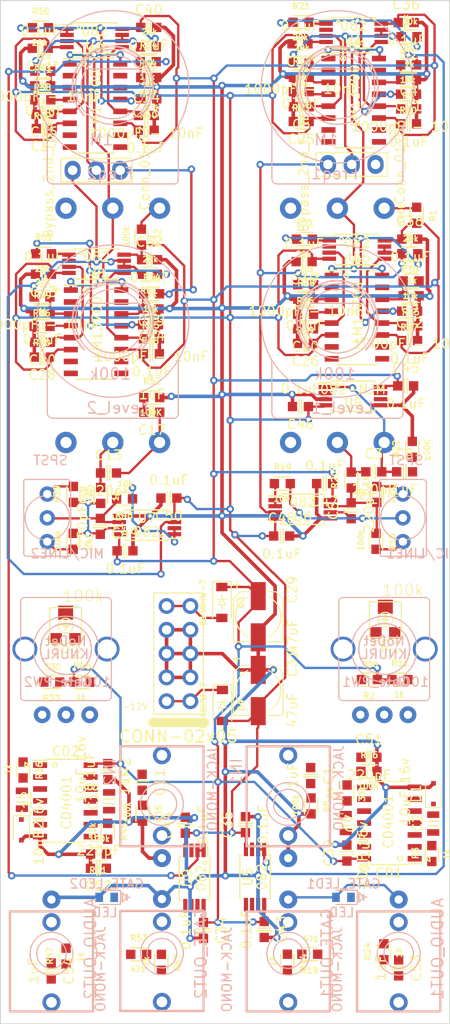
<source format=kicad_pcb>
(kicad_pcb (version 20171130) (host pcbnew "(5.1.2)-2")
  (layers (0 F.Cu signal) (31 B.Cu signal) (34 B.Paste user) (35 F.Paste user) (36 B.SilkS user hide) (37 F.SilkS user) (38 B.Mask user) (39 F.Mask user) (44 Edge.Cuts user))
  (net 0 "")
  (net 1 "Net-(AUDIO_OUT1-Pad3)")
  (net 2 GND)
  (net 3 "Net-(AUDIO_OUT1-Pad1)")
  (net 4 "Net-(AUDIO_OUT2-Pad3)")
  (net 5 "Net-(AUDIO_OUT2-Pad1)")
  (net 6 "Net-(C1-Pad2)")
  (net 7 "Net-(C1-Pad1)")
  (net 8 "Net-(C2-Pad2)")
  (net 9 "Net-(C2-Pad1)")
  (net 10 "Net-(C3-Pad2)")
  (net 11 "Net-(C3-Pad1)")
  (net 12 "Net-(C4-Pad1)")
  (net 13 "Net-(C5-Pad1)")
  (net 14 "Net-(C6-Pad2)")
  (net 15 "Net-(C6-Pad1)")
  (net 16 "Net-(C7-Pad2)")
  (net 17 "Net-(C7-Pad1)")
  (net 18 "Net-(C8-Pad2)")
  (net 19 "Net-(C9-Pad1)")
  (net 20 "Net-(C10-Pad1)")
  (net 21 "Net-(C11-Pad2)")
  (net 22 "Net-(C11-Pad1)")
  (net 23 "Net-(C12-Pad2)")
  (net 24 "Net-(C12-Pad1)")
  (net 25 "Net-(C13-Pad2)")
  (net 26 "Net-(C13-Pad1)")
  (net 27 "Net-(C14-Pad1)")
  (net 28 "Net-(C15-Pad1)")
  (net 29 "Net-(C16-Pad2)")
  (net 30 "Net-(C16-Pad1)")
  (net 31 "Net-(C17-Pad2)")
  (net 32 "Net-(C18-Pad2)")
  (net 33 "Net-(C18-Pad1)")
  (net 34 "Net-(C19-Pad1)")
  (net 35 "Net-(C20-Pad1)")
  (net 36 +12V)
  (net 37 -12VA)
  (net 38 "Net-(D3-Pad2)")
  (net 39 "Net-(D4-Pad1)")
  (net 40 "Net-(Freq1-Pad3)")
  (net 41 "Net-(Freq1-Pad2)")
  (net 42 "Net-(Freq1-Pad1)")
  (net 43 "Net-(GATE_LED1-Pad1)")
  (net 44 "Net-(GATE_LED2-Pad1)")
  (net 45 "Net-(GATE_OUT1-Pad3)")
  (net 46 "Net-(GATE_OUT1-Pad1)")
  (net 47 "Net-(GATE_OUT2-Pad3)")
  (net 48 "Net-(GATE_OUT2-Pad1)")
  (net 49 "Net-(Level_1-Pad3)")
  (net 50 "Net-(MIC/LINE1-Pad3)")
  (net 51 "Net-(MIC/LINE1-Pad1)")
  (net 52 "Net-(MIC/LINE2-Pad3)")
  (net 53 "Net-(MIC/LINE2-Pad1)")
  (net 54 "Net-(R2-Pad1)")
  (net 55 "Net-(Bypass_2nd_Filter1-Pad2)")
  (net 56 "Net-(R14-Pad2)")
  (net 57 "Net-(R19-Pad2)")
  (net 58 "Net-(R21-Pad1)")
  (net 59 "Net-(Bypass_2nd_Filter1-Pad3)")
  (net 60 "Net-(Bypass_2nd_Filter1-Pad1)")
  (net 61 "Net-(R31-Pad1)")
  (net 62 "Net-(R33-Pad1)")
  (net 63 "Net-(R34-Pad1)")
  (net 64 "Net-(Bypass_2nd_Filter2-Pad2)")
  (net 65 "Net-(R47-Pad2)")
  (net 66 "Net-(R48-Pad2)")
  (net 67 "Net-(R50-Pad1)")
  (net 68 "Net-(Bypass_2nd_Filter2-Pad3)")
  (net 69 "Net-(Bypass_2nd_Filter2-Pad1)")
  (net 70 "Net-(R62-Pad1)")
  (net 71 "Net-(Gate_PW1-Pad1)")
  (net 72 "Net-(Gate_PW2-Pad1)")
  (net 73 "Net-(Level_2-Pad3)")
  (net 74 "Net-(Freq2-Pad3)")
  (net 75 "Net-(Freq2-Pad2)")
  (net 76 "Net-(Freq2-Pad1)")
  (net 77 "Net-(IN2-Pad3)")
  (net 78 "Net-(CD1-Pad11)")
  (net 79 "Net-(CD1-Pad2)")
  (net 80 "Net-(CD1-Pad1)")
  (net 81 "Net-(CD2-Pad11)")
  (net 82 "Net-(CD2-Pad2)")
  (net 83 "Net-(CD2-Pad1)")
  (net 84 "Net-(LM1-Pad15)")
  (net 85 "Net-(LM1-Pad14)")
  (net 86 "Net-(LM1-Pad13)")
  (net 87 "Net-(LM1-Pad10)")
  (net 88 "Net-(LM1-Pad9)")
  (net 89 "Net-(LM1-Pad8)")
  (net 90 "Net-(LM1-Pad7)")
  (net 91 "Net-(LM1-Pad4)")
  (net 92 "Net-(LM1-Pad3)")
  (net 93 "Net-(LM1-Pad2)")
  (net 94 "Net-(LM2-Pad15)")
  (net 95 "Net-(LM2-Pad14)")
  (net 96 "Net-(LM2-Pad13)")
  (net 97 "Net-(LM2-Pad10)")
  (net 98 "Net-(LM2-Pad9)")
  (net 99 "Net-(LM2-Pad8)")
  (net 100 "Net-(LM2-Pad7)")
  (net 101 "Net-(LM2-Pad4)")
  (net 102 "Net-(LM2-Pad3)")
  (net 103 "Net-(LM2-Pad2)")
  (net 104 "Net-(LM3-Pad15)")
  (net 105 "Net-(LM3-Pad14)")
  (net 106 "Net-(LM3-Pad13)")
  (net 107 "Net-(LM3-Pad10)")
  (net 108 "Net-(LM3-Pad9)")
  (net 109 "Net-(LM3-Pad8)")
  (net 110 "Net-(LM3-Pad7)")
  (net 111 "Net-(LM3-Pad4)")
  (net 112 "Net-(LM3-Pad3)")
  (net 113 "Net-(LM3-Pad2)")
  (net 114 "Net-(LM4-Pad15)")
  (net 115 "Net-(LM4-Pad14)")
  (net 116 "Net-(LM4-Pad13)")
  (net 117 "Net-(LM4-Pad10)")
  (net 118 "Net-(LM4-Pad9)")
  (net 119 "Net-(LM4-Pad8)")
  (net 120 "Net-(LM4-Pad7)")
  (net 121 "Net-(LM4-Pad4)")
  (net 122 "Net-(LM4-Pad3)")
  (net 123 "Net-(LM4-Pad2)")
  (net 124 "Net-(C51-Pad1)")
  (net 125 "Net-(C52-Pad1)")
  (net 126 "Net-(C53-Pad1)")
  (net 127 "Net-(C54-Pad1)")
  (module 4ms_Package_SSOP:TSSOP-8_4.4x3mm_Pitch0.65mm (layer F.Cu) (at 37.6682 -66.9925)
    (fp_text reference U8 (at 0 0.775) (layer F.SilkS))
    (fp_text value 082-NJM (at 0 -0.725) (layer F.SilkS))
    (pad 8 smd rect (at 2.95 -0.975) (size 1.45 0.45) (layers F.Cu F.Paste F.Mask) (net 36 +12V) (clearance 0.1))
    (pad 7 smd rect (at 2.95 -0.325) (size 1.45 0.45) (layers F.Cu F.Paste F.Mask) (net 25 "Net-(C13-Pad2)") (clearance 0.1))
    (pad 6 smd rect (at 2.95 0.325) (size 1.45 0.45) (layers F.Cu F.Paste F.Mask) (net 26 "Net-(C13-Pad1)") (clearance 0.1))
    (pad 5 smd rect (at 2.95 0.975) (size 1.45 0.45) (layers F.Cu F.Paste F.Mask) (net 2 GND) (clearance 0.1))
    (pad 4 smd rect (at -2.95 0.975) (size 1.45 0.45) (layers F.Cu F.Paste F.Mask) (net 37 -12VA) (clearance 0.1))
    (pad 3 smd rect (at -2.95 0.325) (size 1.45 0.45) (layers F.Cu F.Paste F.Mask) (net 2 GND) (clearance 0.1))
    (pad 2 smd rect (at -2.95 -0.325) (size 1.45 0.45) (layers F.Cu F.Paste F.Mask) (net 11 "Net-(C3-Pad1)") (clearance 0.1))
    (pad 1 smd rect (at -2.95 -0.975) (size 1.45 0.45) (layers F.Cu F.Paste F.Mask) (net 10 "Net-(C3-Pad2)") (clearance 0.1))
  )
  (module 4ms_Capacitor:C_0603 (layer F.Cu) (at 4.2515 -104.1155 180)
    (fp_text reference C41 (at 0 -1.9) (layer F.SilkS) (effects (font (size 1.016 1.016) (thickness 0.1524))))
    (fp_text value 0.1uF (at 0 1.9) (layer F.SilkS) (effects (font (size 1.016 1.016) (thickness 0.1524))))
    (pad 2 smd rect (at 0.85 0 180) (size 1 1) (layers F.Cu F.Paste F.Mask) (net 2 GND))
    (pad 1 smd rect (at -0.85 0 180) (size 1 1) (layers F.Cu F.Paste F.Mask) (net 37 -12VA))
  )
  (module 4ms_Capacitor:C_0603 (layer F.Cu) (at 5.4229 -5.6388 270)
    (fp_text reference C54 (at 0 -1.9 90) (layer F.SilkS) (effects (font (size 1.016 1.016) (thickness 0.1524))))
    (fp_text value 1uF (at 0 1.9 90) (layer F.SilkS) (effects (font (size 1.016 1.016) (thickness 0.1524))))
    (pad 2 smd rect (at 0.85 0 270) (size 1 1) (layers F.Cu F.Paste F.Mask) (net 5 "Net-(AUDIO_OUT2-Pad1)"))
    (pad 1 smd rect (at -0.85 0 270) (size 1 1) (layers F.Cu F.Paste F.Mask) (net 127 "Net-(C54-Pad1)"))
  )
  (module 4ms_Capacitor:C_0603 (layer F.Cu) (at 42.545 -5.969 270)
    (fp_text reference C53 (at 0 -1.9 90) (layer F.SilkS) (effects (font (size 1.016 1.016) (thickness 0.1524))))
    (fp_text value 1uF (at 0 1.9 90) (layer F.SilkS) (effects (font (size 1.016 1.016) (thickness 0.1524))))
    (pad 2 smd rect (at 0.85 0 270) (size 1 1) (layers F.Cu F.Paste F.Mask) (net 3 "Net-(AUDIO_OUT1-Pad1)"))
    (pad 1 smd rect (at -0.85 0 270) (size 1 1) (layers F.Cu F.Paste F.Mask) (net 126 "Net-(C53-Pad1)"))
  )
  (module 4ms_Capacitor:C_0603 (layer F.Cu) (at 10.4648 -16.5989 180)
    (fp_text reference C52 (at 0 -1.9) (layer F.SilkS) (effects (font (size 1.016 1.016) (thickness 0.1524))))
    (fp_text value 220pF (at 0 1.9) (layer F.SilkS) (effects (font (size 1.016 1.016) (thickness 0.1524))))
    (pad 2 smd rect (at 0.85 0 180) (size 1 1) (layers F.Cu F.Paste F.Mask) (net 2 GND))
    (pad 1 smd rect (at -0.85 0 180) (size 1 1) (layers F.Cu F.Paste F.Mask) (net 125 "Net-(C52-Pad1)"))
  )
  (module 4ms_Capacitor:C_0603 (layer F.Cu) (at 39.37 -28.448)
    (fp_text reference C51 (at 0 -1.9) (layer F.SilkS) (effects (font (size 1.016 1.016) (thickness 0.1524))))
    (fp_text value 220pF (at 0 1.9) (layer F.SilkS) (effects (font (size 1.016 1.016) (thickness 0.1524))))
    (pad 2 smd rect (at 0.85 0) (size 1 1) (layers F.Cu F.Paste F.Mask) (net 2 GND))
    (pad 1 smd rect (at -0.85 0) (size 1 1) (layers F.Cu F.Paste F.Mask) (net 124 "Net-(C51-Pad1)"))
  )
  (module 4ms_Package_SSOP:TSSOP-8_4.4x3mm_Pitch0.65mm (layer F.Cu) (at 20.7264 -15.5575 270)
    (fp_text reference U9 (at 0 0.775 90) (layer F.SilkS))
    (fp_text value 082 (at 0 -0.725 90) (layer F.SilkS))
    (pad 8 smd rect (at 2.95 -0.975 270) (size 1.45 0.45) (layers F.Cu F.Paste F.Mask) (net 36 +12V) (clearance 0.1))
    (pad 7 smd rect (at 2.95 -0.325 270) (size 1.45 0.45) (layers F.Cu F.Paste F.Mask) (net 65 "Net-(R47-Pad2)") (clearance 0.1))
    (pad 6 smd rect (at 2.95 0.325 270) (size 1.45 0.45) (layers F.Cu F.Paste F.Mask) (net 65 "Net-(R47-Pad2)") (clearance 0.1))
    (pad 5 smd rect (at 2.95 0.975 270) (size 1.45 0.45) (layers F.Cu F.Paste F.Mask) (net 125 "Net-(C52-Pad1)") (clearance 0.1))
    (pad 4 smd rect (at -2.95 0.975 270) (size 1.45 0.45) (layers F.Cu F.Paste F.Mask) (net 37 -12VA) (clearance 0.1))
    (pad 3 smd rect (at -2.95 0.325 270) (size 1.45 0.45) (layers F.Cu F.Paste F.Mask) (net 21 "Net-(C11-Pad2)") (clearance 0.1))
    (pad 2 smd rect (at -2.95 -0.325 270) (size 1.45 0.45) (layers F.Cu F.Paste F.Mask) (net 63 "Net-(R34-Pad1)") (clearance 0.1))
    (pad 1 smd rect (at -2.95 -0.975 270) (size 1.45 0.45) (layers F.Cu F.Paste F.Mask) (net 63 "Net-(R34-Pad1)") (clearance 0.1))
  )
  (module 4ms_Package_SSOP:TSSOP-8_4.4x3mm_Pitch0.65mm (layer F.Cu) (at 27.2034 -15.6718 270)
    (fp_text reference U5 (at 0 0.775 90) (layer F.SilkS))
    (fp_text value 082 (at 0 -0.725 90) (layer F.SilkS))
    (pad 8 smd rect (at 2.95 -0.975 270) (size 1.45 0.45) (layers F.Cu F.Paste F.Mask) (net 36 +12V) (clearance 0.1))
    (pad 7 smd rect (at 2.95 -0.325 270) (size 1.45 0.45) (layers F.Cu F.Paste F.Mask) (net 56 "Net-(R14-Pad2)") (clearance 0.1))
    (pad 6 smd rect (at 2.95 0.325 270) (size 1.45 0.45) (layers F.Cu F.Paste F.Mask) (net 56 "Net-(R14-Pad2)") (clearance 0.1))
    (pad 5 smd rect (at 2.95 0.975 270) (size 1.45 0.45) (layers F.Cu F.Paste F.Mask) (net 124 "Net-(C51-Pad1)") (clearance 0.1))
    (pad 4 smd rect (at -2.95 0.975 270) (size 1.45 0.45) (layers F.Cu F.Paste F.Mask) (net 37 -12VA) (clearance 0.1))
    (pad 3 smd rect (at -2.95 0.325 270) (size 1.45 0.45) (layers F.Cu F.Paste F.Mask) (net 6 "Net-(C1-Pad2)") (clearance 0.1))
    (pad 2 smd rect (at -2.95 -0.325 270) (size 1.45 0.45) (layers F.Cu F.Paste F.Mask) (net 77 "Net-(IN2-Pad3)") (clearance 0.1))
    (pad 1 smd rect (at -2.95 -0.975 270) (size 1.45 0.45) (layers F.Cu F.Paste F.Mask) (net 77 "Net-(IN2-Pad3)") (clearance 0.1))
  )
  (module 4ms_Package_SSOP:TSSOP-8_4.4x3mm_Pitch0.65mm (layer F.Cu) (at 15.638 -53.2251 180)
    (fp_text reference U7 (at 0 0.775) (layer F.SilkS))
    (fp_text value 082 (at 0 -0.725) (layer F.SilkS))
    (pad 8 smd rect (at 2.95 -0.975 180) (size 1.45 0.45) (layers F.Cu F.Paste F.Mask) (net 36 +12V) (clearance 0.1))
    (pad 7 smd rect (at 2.95 -0.325 180) (size 1.45 0.45) (layers F.Cu F.Paste F.Mask) (net 29 "Net-(C16-Pad2)") (clearance 0.1))
    (pad 6 smd rect (at 2.95 0.325 180) (size 1.45 0.45) (layers F.Cu F.Paste F.Mask) (net 30 "Net-(C16-Pad1)") (clearance 0.1))
    (pad 5 smd rect (at 2.95 0.975 180) (size 1.45 0.45) (layers F.Cu F.Paste F.Mask) (net 2 GND) (clearance 0.1))
    (pad 4 smd rect (at -2.95 0.975 180) (size 1.45 0.45) (layers F.Cu F.Paste F.Mask) (net 37 -12VA) (clearance 0.1))
    (pad 3 smd rect (at -2.95 0.325 180) (size 1.45 0.45) (layers F.Cu F.Paste F.Mask) (net 69 "Net-(Bypass_2nd_Filter2-Pad1)") (clearance 0.1))
    (pad 2 smd rect (at -2.95 -0.325 180) (size 1.45 0.45) (layers F.Cu F.Paste F.Mask) (net 66 "Net-(R48-Pad2)") (clearance 0.1))
    (pad 1 smd rect (at -2.95 -0.975 180) (size 1.45 0.45) (layers F.Cu F.Paste F.Mask) (net 66 "Net-(R48-Pad2)") (clearance 0.1))
  )
  (module 4ms_Package_SSOP:TSSOP-8_4.4x3mm_Pitch0.65mm (layer F.Cu) (at 32.3054 -54.9164)
    (fp_text reference U6 (at 0 0.775) (layer F.SilkS))
    (fp_text value 082 (at 0 -0.725) (layer F.SilkS))
    (pad 8 smd rect (at 2.95 -0.975) (size 1.45 0.45) (layers F.Cu F.Paste F.Mask) (net 36 +12V) (clearance 0.1))
    (pad 7 smd rect (at 2.95 -0.325) (size 1.45 0.45) (layers F.Cu F.Paste F.Mask) (net 14 "Net-(C6-Pad2)") (clearance 0.1))
    (pad 6 smd rect (at 2.95 0.325) (size 1.45 0.45) (layers F.Cu F.Paste F.Mask) (net 15 "Net-(C6-Pad1)") (clearance 0.1))
    (pad 5 smd rect (at 2.95 0.975) (size 1.45 0.45) (layers F.Cu F.Paste F.Mask) (net 2 GND) (clearance 0.1))
    (pad 4 smd rect (at -2.95 0.975) (size 1.45 0.45) (layers F.Cu F.Paste F.Mask) (net 37 -12VA) (clearance 0.1))
    (pad 3 smd rect (at -2.95 0.325) (size 1.45 0.45) (layers F.Cu F.Paste F.Mask) (net 60 "Net-(Bypass_2nd_Filter1-Pad1)") (clearance 0.1))
    (pad 2 smd rect (at -2.95 -0.325) (size 1.45 0.45) (layers F.Cu F.Paste F.Mask) (net 57 "Net-(R19-Pad2)") (clearance 0.1))
    (pad 1 smd rect (at -2.95 -0.975) (size 1.45 0.45) (layers F.Cu F.Paste F.Mask) (net 57 "Net-(R19-Pad2)") (clearance 0.1))
  )
  (module 4ms_Package_SSOP:TSSOP-8_4.4x3mm_Pitch0.65mm (layer F.Cu) (at 10.2658 -81.1155)
    (fp_text reference U4 (at 0 0.775) (layer F.SilkS))
    (fp_text value 082 (at 0 -0.725) (layer F.SilkS))
    (pad 8 smd rect (at 2.95 -0.975) (size 1.45 0.45) (layers F.Cu F.Paste F.Mask) (net 36 +12V) (clearance 0.1))
    (pad 7 smd rect (at 2.95 -0.325) (size 1.45 0.45) (layers F.Cu F.Paste F.Mask) (net 69 "Net-(Bypass_2nd_Filter2-Pad1)") (clearance 0.1))
    (pad 6 smd rect (at 2.95 0.325) (size 1.45 0.45) (layers F.Cu F.Paste F.Mask) (net 69 "Net-(Bypass_2nd_Filter2-Pad1)") (clearance 0.1))
    (pad 5 smd rect (at 2.95 0.975) (size 1.45 0.45) (layers F.Cu F.Paste F.Mask) (net 34 "Net-(C19-Pad1)") (clearance 0.1))
    (pad 4 smd rect (at -2.95 0.975) (size 1.45 0.45) (layers F.Cu F.Paste F.Mask) (net 37 -12VA) (clearance 0.1))
    (pad 3 smd rect (at -2.95 0.325) (size 1.45 0.45) (layers F.Cu F.Paste F.Mask) (net 35 "Net-(C20-Pad1)") (clearance 0.1))
    (pad 2 smd rect (at -2.95 -0.325) (size 1.45 0.45) (layers F.Cu F.Paste F.Mask) (net 70 "Net-(R62-Pad1)") (clearance 0.1))
    (pad 1 smd rect (at -2.95 -0.975) (size 1.45 0.45) (layers F.Cu F.Paste F.Mask) (net 70 "Net-(R62-Pad1)") (clearance 0.1))
  )
  (module 4ms_Package_SSOP:TSSOP-8_4.4x3mm_Pitch0.65mm (layer F.Cu) (at 10.0515 -105.2155)
    (fp_text reference U3 (at 0 0.775) (layer F.SilkS))
    (fp_text value 082 (at 0 -0.725) (layer F.SilkS))
    (pad 8 smd rect (at 2.95 -0.975) (size 1.45 0.45) (layers F.Cu F.Paste F.Mask) (net 36 +12V) (clearance 0.1))
    (pad 7 smd rect (at 2.95 -0.325) (size 1.45 0.45) (layers F.Cu F.Paste F.Mask) (net 64 "Net-(Bypass_2nd_Filter2-Pad2)") (clearance 0.1))
    (pad 6 smd rect (at 2.95 0.325) (size 1.45 0.45) (layers F.Cu F.Paste F.Mask) (net 64 "Net-(Bypass_2nd_Filter2-Pad2)") (clearance 0.1))
    (pad 5 smd rect (at 2.95 0.975) (size 1.45 0.45) (layers F.Cu F.Paste F.Mask) (net 27 "Net-(C14-Pad1)") (clearance 0.1))
    (pad 4 smd rect (at -2.95 0.975) (size 1.45 0.45) (layers F.Cu F.Paste F.Mask) (net 37 -12VA) (clearance 0.1))
    (pad 3 smd rect (at -2.95 0.325) (size 1.45 0.45) (layers F.Cu F.Paste F.Mask) (net 28 "Net-(C15-Pad1)") (clearance 0.1))
    (pad 2 smd rect (at -2.95 -0.325) (size 1.45 0.45) (layers F.Cu F.Paste F.Mask) (net 67 "Net-(R50-Pad1)") (clearance 0.1))
    (pad 1 smd rect (at -2.95 -0.975) (size 1.45 0.45) (layers F.Cu F.Paste F.Mask) (net 67 "Net-(R50-Pad1)") (clearance 0.1))
  )
  (module 4ms_Package_SSOP:TSSOP-8_4.4x3mm_Pitch0.65mm (layer F.Cu) (at 38.0786 -82.6319)
    (fp_text reference U2 (at 0 0.775) (layer F.SilkS))
    (fp_text value 082 (at 0 -0.725) (layer F.SilkS))
    (pad 8 smd rect (at 2.95 -0.975) (size 1.45 0.45) (layers F.Cu F.Paste F.Mask) (net 36 +12V) (clearance 0.1))
    (pad 7 smd rect (at 2.95 -0.325) (size 1.45 0.45) (layers F.Cu F.Paste F.Mask) (net 60 "Net-(Bypass_2nd_Filter1-Pad1)") (clearance 0.1))
    (pad 6 smd rect (at 2.95 0.325) (size 1.45 0.45) (layers F.Cu F.Paste F.Mask) (net 60 "Net-(Bypass_2nd_Filter1-Pad1)") (clearance 0.1))
    (pad 5 smd rect (at 2.95 0.975) (size 1.45 0.45) (layers F.Cu F.Paste F.Mask) (net 19 "Net-(C9-Pad1)") (clearance 0.1))
    (pad 4 smd rect (at -2.95 0.975) (size 1.45 0.45) (layers F.Cu F.Paste F.Mask) (net 37 -12VA) (clearance 0.1))
    (pad 3 smd rect (at -2.95 0.325) (size 1.45 0.45) (layers F.Cu F.Paste F.Mask) (net 20 "Net-(C10-Pad1)") (clearance 0.1))
    (pad 2 smd rect (at -2.95 -0.325) (size 1.45 0.45) (layers F.Cu F.Paste F.Mask) (net 61 "Net-(R31-Pad1)") (clearance 0.1))
    (pad 1 smd rect (at -2.95 -0.975) (size 1.45 0.45) (layers F.Cu F.Paste F.Mask) (net 61 "Net-(R31-Pad1)") (clearance 0.1))
  )
  (module 4ms_Package_SSOP:TSSOP-8_4.4x3mm_Pitch0.65mm (layer F.Cu) (at 37.7361 -105.76566)
    (fp_text reference U1 (at 0 0.775) (layer F.SilkS))
    (fp_text value 082 (at 0 -0.725) (layer F.SilkS))
    (pad 8 smd rect (at 2.95 -0.975) (size 1.45 0.45) (layers F.Cu F.Paste F.Mask) (net 36 +12V) (clearance 0.1))
    (pad 7 smd rect (at 2.95 -0.325) (size 1.45 0.45) (layers F.Cu F.Paste F.Mask) (net 55 "Net-(Bypass_2nd_Filter1-Pad2)") (clearance 0.1))
    (pad 6 smd rect (at 2.95 0.325) (size 1.45 0.45) (layers F.Cu F.Paste F.Mask) (net 55 "Net-(Bypass_2nd_Filter1-Pad2)") (clearance 0.1))
    (pad 5 smd rect (at 2.95 0.975) (size 1.45 0.45) (layers F.Cu F.Paste F.Mask) (net 12 "Net-(C4-Pad1)") (clearance 0.1))
    (pad 4 smd rect (at -2.95 0.975) (size 1.45 0.45) (layers F.Cu F.Paste F.Mask) (net 37 -12VA) (clearance 0.1))
    (pad 3 smd rect (at -2.95 0.325) (size 1.45 0.45) (layers F.Cu F.Paste F.Mask) (net 13 "Net-(C5-Pad1)") (clearance 0.1))
    (pad 2 smd rect (at -2.95 -0.325) (size 1.45 0.45) (layers F.Cu F.Paste F.Mask) (net 58 "Net-(R21-Pad1)") (clearance 0.1))
    (pad 1 smd rect (at -2.95 -0.975) (size 1.45 0.45) (layers F.Cu F.Paste F.Mask) (net 58 "Net-(R21-Pad1)") (clearance 0.1))
  )
  (module 4ms_Potentiometer:Pot_Trim_SMT_TC33X (layer F.Cu) (at 6.9596 -42.5069)
    (fp_text reference TR2 (at -1.55 3.6) (layer F.SilkS) (effects (font (size 1.2065 1.2065) (thickness 0.1016)) (justify left bottom)))
    (fp_text value 100k (at -0.4 -2.45) (layer F.SilkS) (effects (font (size 1.2065 1.2065) (thickness 0.1016)) (justify left bottom)))
    (pad 3 smd rect (at 1 1.4) (size 1.2 1.2) (layers F.Cu F.Paste F.Mask) (net 23 "Net-(C12-Pad2)"))
    (pad 1 smd rect (at -1 1.4) (size 1.2 1.2) (layers F.Cu F.Paste F.Mask) (net 62 "Net-(R33-Pad1)"))
    (pad 2 smd rect (at 0 -1.375) (size 1.6 1.5) (layers F.Cu F.Paste F.Mask) (net 23 "Net-(C12-Pad2)"))
  )
  (module 4ms_Potentiometer:Pot_Trim_SMT_TC33X (layer F.Cu) (at 41.1226 -43.1419)
    (fp_text reference TR1 (at -1.55 3.6) (layer F.SilkS) (effects (font (size 1.2065 1.2065) (thickness 0.1016)) (justify left bottom)))
    (fp_text value 100k (at -0.4 -2.45) (layer F.SilkS) (effects (font (size 1.2065 1.2065) (thickness 0.1016)) (justify left bottom)))
    (pad 3 smd rect (at 1 1.4) (size 1.2 1.2) (layers F.Cu F.Paste F.Mask) (net 8 "Net-(C2-Pad2)"))
    (pad 1 smd rect (at -1 1.4) (size 1.2 1.2) (layers F.Cu F.Paste F.Mask) (net 54 "Net-(R2-Pad1)"))
    (pad 2 smd rect (at 0 -1.375) (size 1.6 1.5) (layers F.Cu F.Paste F.Mask) (net 8 "Net-(C2-Pad2)"))
  )
  (module 4ms_Resistor:R_0603 (layer F.Cu) (at 4.6058 -82.1855 180)
    (fp_text reference R62 (at -0.04 1.74) (layer F.SilkS) (effects (font (size 0.65 0.65))))
    (fp_text value 20k (at 0.09 -1.61) (layer F.SilkS) (effects (font (size 0.6 0.6))))
    (pad 1 smd rect (at -0.85 0 180) (size 1 1) (layers F.Cu F.Paste F.Mask) (net 70 "Net-(R62-Pad1)"))
    (pad 2 smd rect (at 0.85 0 180) (size 1 1) (layers F.Cu F.Paste F.Mask) (net 116 "Net-(LM4-Pad13)"))
  )
  (module 4ms_Resistor:R_0603 (layer F.Cu) (at 15.9158 -79.9955)
    (fp_text reference R61 (at -0.04 1.74) (layer F.SilkS) (effects (font (size 0.65 0.65))))
    (fp_text value 20k (at 0.09 -1.61) (layer F.SilkS) (effects (font (size 0.6 0.6))))
    (pad 1 smd rect (at -0.85 0) (size 1 1) (layers F.Cu F.Paste F.Mask) (net 69 "Net-(Bypass_2nd_Filter2-Pad1)"))
    (pad 2 smd rect (at 0.85 0) (size 1 1) (layers F.Cu F.Paste F.Mask) (net 116 "Net-(LM4-Pad13)"))
  )
  (module 4ms_Resistor:R_0603 (layer F.Cu) (at 4.4458 -74.4355)
    (fp_text reference R60 (at -0.04 1.74) (layer F.SilkS) (effects (font (size 0.65 0.65))))
    (fp_text value 1k (at 0.09 -1.61) (layer F.SilkS) (effects (font (size 0.6 0.6))))
    (pad 1 smd rect (at -0.85 0) (size 1 1) (layers F.Cu F.Paste F.Mask) (net 2 GND))
    (pad 2 smd rect (at 0.85 0) (size 1 1) (layers F.Cu F.Paste F.Mask) (net 121 "Net-(LM4-Pad4)"))
  )
  (module 4ms_Resistor:R_0603 (layer F.Cu) (at 4.4558 -76.0055 180)
    (fp_text reference R59 (at -0.04 1.74) (layer F.SilkS) (effects (font (size 0.65 0.65))))
    (fp_text value 1k (at 0.09 -1.61) (layer F.SilkS) (effects (font (size 0.6 0.6))))
    (pad 1 smd rect (at -0.85 0 180) (size 1 1) (layers F.Cu F.Paste F.Mask) (net 122 "Net-(LM4-Pad3)"))
    (pad 2 smd rect (at 0.85 0 180) (size 1 1) (layers F.Cu F.Paste F.Mask) (net 2 GND))
  )
  (module 4ms_Resistor:R_0603 (layer F.Cu) (at 16.0358 -74.6155)
    (fp_text reference R58 (at -0.04 1.74) (layer F.SilkS) (effects (font (size 0.65 0.65))))
    (fp_text value 1k (at 0.09 -1.61) (layer F.SilkS) (effects (font (size 0.6 0.6))))
    (pad 1 smd rect (at -0.85 0) (size 1 1) (layers F.Cu F.Paste F.Mask) (net 116 "Net-(LM4-Pad13)"))
    (pad 2 smd rect (at 0.85 0) (size 1 1) (layers F.Cu F.Paste F.Mask) (net 2 GND))
  )
  (module 4ms_Resistor:R_0603 (layer F.Cu) (at 7.0104 -7.2263 270)
    (fp_text reference R57 (at -0.04 1.74 90) (layer F.SilkS) (effects (font (size 0.65 0.65))))
    (fp_text value 1k (at 0.09 -1.61 90) (layer F.SilkS) (effects (font (size 0.6 0.6))))
    (pad 1 smd rect (at -0.85 0 270) (size 1 1) (layers F.Cu F.Paste F.Mask) (net 31 "Net-(C17-Pad2)"))
    (pad 2 smd rect (at 0.85 0 270) (size 1 1) (layers F.Cu F.Paste F.Mask) (net 127 "Net-(C54-Pad1)"))
  )
  (module 4ms_Resistor:R_0603 (layer F.Cu) (at 4.4358 -77.5755)
    (fp_text reference R56 (at -0.04 1.74) (layer F.SilkS) (effects (font (size 0.65 0.65))))
    (fp_text value 20k (at 0.09 -1.61) (layer F.SilkS) (effects (font (size 0.6 0.6))))
    (pad 1 smd rect (at -0.85 0) (size 1 1) (layers F.Cu F.Paste F.Mask) (net 69 "Net-(Bypass_2nd_Filter2-Pad1)"))
    (pad 2 smd rect (at 0.85 0) (size 1 1) (layers F.Cu F.Paste F.Mask) (net 122 "Net-(LM4-Pad3)"))
  )
  (module 4ms_Resistor:R_0603 (layer F.Cu) (at 16.0858 -76.2955)
    (fp_text reference R55 (at -0.04 1.74) (layer F.SilkS) (effects (font (size 0.65 0.65))))
    (fp_text value 1k (at 0.09 -1.61) (layer F.SilkS) (effects (font (size 0.6 0.6))))
    (pad 1 smd rect (at -0.85 0) (size 1 1) (layers F.Cu F.Paste F.Mask) (net 115 "Net-(LM4-Pad14)"))
    (pad 2 smd rect (at 0.85 0) (size 1 1) (layers F.Cu F.Paste F.Mask) (net 2 GND))
  )
  (module 4ms_Resistor:R_0603 (layer F.Cu) (at 16.1458 -77.9155 180)
    (fp_text reference R54 (at -0.04 1.74) (layer F.SilkS) (effects (font (size 0.65 0.65))))
    (fp_text value 10k (at 0.09 -1.61) (layer F.SilkS) (effects (font (size 0.6 0.6))))
    (pad 1 smd rect (at -0.85 0 180) (size 1 1) (layers F.Cu F.Paste F.Mask) (net 68 "Net-(Bypass_2nd_Filter2-Pad3)"))
    (pad 2 smd rect (at 0.85 0 180) (size 1 1) (layers F.Cu F.Paste F.Mask) (net 115 "Net-(LM4-Pad14)"))
  )
  (module 4ms_Resistor:R_0603 (layer F.Cu) (at 14.7701 -7.4168 180)
    (fp_text reference R53 (at -0.04 1.74) (layer F.SilkS) (effects (font (size 0.65 0.65))))
    (fp_text value 47k (at 0.09 -1.61) (layer F.SilkS) (effects (font (size 0.6 0.6))))
    (pad 1 smd rect (at -0.85 0 180) (size 1 1) (layers F.Cu F.Paste F.Mask) (net 65 "Net-(R47-Pad2)"))
    (pad 2 smd rect (at 0.85 0 180) (size 1 1) (layers F.Cu F.Paste F.Mask) (net 44 "Net-(GATE_LED2-Pad1)"))
  )
  (module 4ms_Resistor:R_0603 (layer F.Cu) (at 16.1671 -66.8401 180)
    (fp_text reference R52 (at -0.04 1.74) (layer F.SilkS) (effects (font (size 0.65 0.65))))
    (fp_text value 100K (at 0.09 -1.61) (layer F.SilkS) (effects (font (size 0.6 0.6))))
    (pad 1 smd rect (at -0.85 0 180) (size 1 1) (layers F.Cu F.Paste F.Mask) (net 2 GND))
    (pad 2 smd rect (at 0.85 0 180) (size 1 1) (layers F.Cu F.Paste F.Mask) (net 31 "Net-(C17-Pad2)"))
  )
  (module 4ms_Resistor:R_0603 (layer F.Cu) (at 10.4775 -18.1229)
    (fp_text reference R51 (at -0.04 1.74) (layer F.SilkS) (effects (font (size 0.65 0.65))))
    (fp_text value 100k (at 0.09 -1.61) (layer F.SilkS) (effects (font (size 0.6 0.6))))
    (pad 1 smd rect (at -0.85 0) (size 1 1) (layers F.Cu F.Paste F.Mask) (net 2 GND))
    (pad 2 smd rect (at 0.85 0) (size 1 1) (layers F.Cu F.Paste F.Mask) (net 125 "Net-(C52-Pad1)"))
  )
  (module 4ms_Resistor:R_0603 (layer F.Cu) (at 4.2715 -106.3155 180)
    (fp_text reference R50 (at -0.04 1.74) (layer F.SilkS) (effects (font (size 0.65 0.65))))
    (fp_text value 20k (at 0.09 -1.61) (layer F.SilkS) (effects (font (size 0.6 0.6))))
    (pad 1 smd rect (at -0.85 0 180) (size 1 1) (layers F.Cu F.Paste F.Mask) (net 67 "Net-(R50-Pad1)"))
    (pad 2 smd rect (at 0.85 0 180) (size 1 1) (layers F.Cu F.Paste F.Mask) (net 106 "Net-(LM3-Pad13)"))
  )
  (module 4ms_Resistor:R_0603 (layer F.Cu) (at 10.708 -56.3951 270)
    (fp_text reference R49 (at -0.04 1.74 90) (layer F.SilkS) (effects (font (size 0.65 0.65))))
    (fp_text value 1k (at 0.09 -1.61 90) (layer F.SilkS) (effects (font (size 0.6 0.6))))
    (pad 1 smd rect (at -0.85 0 270) (size 1 1) (layers F.Cu F.Paste F.Mask) (net 26 "Net-(C13-Pad1)"))
    (pad 2 smd rect (at 0.85 0 270) (size 1 1) (layers F.Cu F.Paste F.Mask) (net 29 "Net-(C16-Pad2)"))
  )
  (module 4ms_Resistor:R_0603 (layer F.Cu) (at 13.258 -56.0251)
    (fp_text reference R48 (at -0.04 1.74) (layer F.SilkS) (effects (font (size 0.65 0.65))))
    (fp_text value 10k (at 0.09 -1.61) (layer F.SilkS) (effects (font (size 0.6 0.6))))
    (pad 1 smd rect (at -0.85 0) (size 1 1) (layers F.Cu F.Paste F.Mask) (net 30 "Net-(C16-Pad1)"))
    (pad 2 smd rect (at 0.85 0) (size 1 1) (layers F.Cu F.Paste F.Mask) (net 66 "Net-(R48-Pad2)"))
  )
  (module 4ms_Resistor:R_0603 (layer F.Cu) (at 17.1958 -6.565 90)
    (fp_text reference R47 (at -0.04 1.74 90) (layer F.SilkS) (effects (font (size 0.65 0.65))))
    (fp_text value 1k (at 0.09 -1.61 90) (layer F.SilkS) (effects (font (size 0.6 0.6))))
    (pad 1 smd rect (at -0.85 0 90) (size 1 1) (layers F.Cu F.Paste F.Mask) (net 48 "Net-(GATE_OUT2-Pad1)"))
    (pad 2 smd rect (at 0.85 0 90) (size 1 1) (layers F.Cu F.Paste F.Mask) (net 65 "Net-(R47-Pad2)"))
  )
  (module 4ms_Resistor:R_0603 (layer F.Cu) (at 8.6995 -36.4617 180)
    (fp_text reference R46 (at -0.04 1.74) (layer F.SilkS) (effects (font (size 0.65 0.65))))
    (fp_text value 1k (at 0.09 -1.61) (layer F.SilkS) (effects (font (size 0.6 0.6))))
    (pad 1 smd rect (at -0.85 0 180) (size 1 1) (layers F.Cu F.Paste F.Mask) (net 72 "Net-(Gate_PW2-Pad1)"))
    (pad 2 smd rect (at 0.85 0 180) (size 1 1) (layers F.Cu F.Paste F.Mask) (net 36 +12V))
  )
  (module 4ms_Resistor:R_0603 (layer F.Cu) (at 11.4554 -20.5486 90)
    (fp_text reference R45 (at -0.04 1.74 90) (layer F.SilkS) (effects (font (size 0.65 0.65))))
    (fp_text value 33k (at 0.09 -1.61 90) (layer F.SilkS) (effects (font (size 0.6 0.6))))
    (pad 1 smd rect (at -0.85 0 90) (size 1 1) (layers F.Cu F.Paste F.Mask) (net 125 "Net-(C52-Pad1)"))
    (pad 2 smd rect (at 0.85 0 90) (size 1 1) (layers F.Cu F.Paste F.Mask) (net 81 "Net-(CD2-Pad11)"))
  )
  (module 4ms_Resistor:R_0603 (layer F.Cu) (at 15.8015 -104.2655)
    (fp_text reference R44 (at -0.04 1.74) (layer F.SilkS) (effects (font (size 0.65 0.65))))
    (fp_text value 20k (at 0.09 -1.61) (layer F.SilkS) (effects (font (size 0.6 0.6))))
    (pad 1 smd rect (at -0.85 0) (size 1 1) (layers F.Cu F.Paste F.Mask) (net 64 "Net-(Bypass_2nd_Filter2-Pad2)"))
    (pad 2 smd rect (at 0.85 0) (size 1 1) (layers F.Cu F.Paste F.Mask) (net 106 "Net-(LM3-Pad13)"))
  )
  (module 4ms_Resistor:R_0603 (layer F.Cu) (at 7.7724 -51.4985 90)
    (fp_text reference R43 (at -0.04 1.74 90) (layer F.SilkS) (effects (font (size 0.65 0.65))))
    (fp_text value 100k (at 0.09 -1.61 90) (layer F.SilkS) (effects (font (size 0.6 0.6))))
    (pad 1 smd rect (at -0.85 0 90) (size 1 1) (layers F.Cu F.Paste F.Mask) (net 53 "Net-(MIC/LINE2-Pad1)"))
    (pad 2 smd rect (at 0.85 0 90) (size 1 1) (layers F.Cu F.Paste F.Mask) (net 29 "Net-(C16-Pad2)"))
  )
  (module 4ms_Resistor:R_0603 (layer F.Cu) (at 4.5315 -98.6155)
    (fp_text reference R42 (at -0.04 1.74) (layer F.SilkS) (effects (font (size 0.65 0.65))))
    (fp_text value 1k (at 0.09 -1.61) (layer F.SilkS) (effects (font (size 0.6 0.6))))
    (pad 1 smd rect (at -0.85 0) (size 1 1) (layers F.Cu F.Paste F.Mask) (net 2 GND))
    (pad 2 smd rect (at 0.85 0) (size 1 1) (layers F.Cu F.Paste F.Mask) (net 111 "Net-(LM3-Pad4)"))
  )
  (module 4ms_Resistor:R_0603 (layer F.Cu) (at 4.5115 -100.1055 180)
    (fp_text reference R41 (at -0.04 1.74) (layer F.SilkS) (effects (font (size 0.65 0.65))))
    (fp_text value 1k (at 0.09 -1.61) (layer F.SilkS) (effects (font (size 0.6 0.6))))
    (pad 1 smd rect (at -0.85 0 180) (size 1 1) (layers F.Cu F.Paste F.Mask) (net 112 "Net-(LM3-Pad3)"))
    (pad 2 smd rect (at 0.85 0 180) (size 1 1) (layers F.Cu F.Paste F.Mask) (net 2 GND))
  )
  (module 4ms_Resistor:R_0603 (layer F.Cu) (at 15.8515 -98.7255)
    (fp_text reference R40 (at -0.04 1.74) (layer F.SilkS) (effects (font (size 0.65 0.65))))
    (fp_text value 1k (at 0.09 -1.61) (layer F.SilkS) (effects (font (size 0.6 0.6))))
    (pad 1 smd rect (at -0.85 0) (size 1 1) (layers F.Cu F.Paste F.Mask) (net 106 "Net-(LM3-Pad13)"))
    (pad 2 smd rect (at 0.85 0) (size 1 1) (layers F.Cu F.Paste F.Mask) (net 2 GND))
  )
  (module 4ms_Resistor:R_0603 (layer F.Cu) (at 7.7978 -56.5023 270)
    (fp_text reference R39 (at -0.04 1.74 90) (layer F.SilkS) (effects (font (size 0.65 0.65))))
    (fp_text value 220 (at 0.09 -1.61 90) (layer F.SilkS) (effects (font (size 0.6 0.6))))
    (pad 1 smd rect (at -0.85 0 270) (size 1 1) (layers F.Cu F.Paste F.Mask) (net 52 "Net-(MIC/LINE2-Pad3)"))
    (pad 2 smd rect (at 0.85 0 270) (size 1 1) (layers F.Cu F.Paste F.Mask) (net 29 "Net-(C16-Pad2)"))
  )
  (module 4ms_Resistor:R_0603 (layer F.Cu) (at 4.5215 -101.6755)
    (fp_text reference R38 (at -0.04 1.74) (layer F.SilkS) (effects (font (size 0.65 0.65))))
    (fp_text value 20k (at 0.09 -1.61) (layer F.SilkS) (effects (font (size 0.6 0.6))))
    (pad 1 smd rect (at -0.85 0) (size 1 1) (layers F.Cu F.Paste F.Mask) (net 64 "Net-(Bypass_2nd_Filter2-Pad2)"))
    (pad 2 smd rect (at 0.85 0) (size 1 1) (layers F.Cu F.Paste F.Mask) (net 112 "Net-(LM3-Pad3)"))
  )
  (module 4ms_Resistor:R_0603 (layer F.Cu) (at 15.8415 -101.0055)
    (fp_text reference R37 (at -0.04 1.74) (layer F.SilkS) (effects (font (size 0.65 0.65))))
    (fp_text value 1k (at 0.09 -1.61) (layer F.SilkS) (effects (font (size 0.6 0.6))))
    (pad 1 smd rect (at -0.85 0) (size 1 1) (layers F.Cu F.Paste F.Mask) (net 105 "Net-(LM3-Pad14)"))
    (pad 2 smd rect (at 0.85 0) (size 1 1) (layers F.Cu F.Paste F.Mask) (net 2 GND))
  )
  (module 4ms_Resistor:R_0603 (layer F.Cu) (at 2.413 -27.0891 90)
    (fp_text reference R36 (at -0.04 1.74 90) (layer F.SilkS) (effects (font (size 0.65 0.65))))
    (fp_text value 1k (at 0.09 -1.61 90) (layer F.SilkS) (effects (font (size 0.6 0.6))))
    (pad 1 smd rect (at -0.85 0 90) (size 1 1) (layers F.Cu F.Paste F.Mask) (net 31 "Net-(C17-Pad2)"))
    (pad 2 smd rect (at 0.85 0 90) (size 1 1) (layers F.Cu F.Paste F.Mask) (net 83 "Net-(CD2-Pad1)"))
  )
  (module 4ms_Resistor:R_0603 (layer F.Cu) (at 15.1765 -22.479 90)
    (fp_text reference R35 (at -0.04 1.74 90) (layer F.SilkS) (effects (font (size 0.65 0.65))))
    (fp_text value 100k (at 0.09 -1.61 90) (layer F.SilkS) (effects (font (size 0.6 0.6))))
    (pad 1 smd rect (at -0.85 0 90) (size 1 1) (layers F.Cu F.Paste F.Mask) (net 2 GND))
    (pad 2 smd rect (at 0.85 0 90) (size 1 1) (layers F.Cu F.Paste F.Mask) (net 21 "Net-(C11-Pad2)"))
  )
  (module 4ms_Resistor:R_0603 (layer F.Cu) (at 15.7915 -102.6955 180)
    (fp_text reference R34 (at -0.04 1.74) (layer F.SilkS) (effects (font (size 0.65 0.65))))
    (fp_text value 10k (at 0.09 -1.61) (layer F.SilkS) (effects (font (size 0.6 0.6))))
    (pad 1 smd rect (at -0.85 0 180) (size 1 1) (layers F.Cu F.Paste F.Mask) (net 63 "Net-(R34-Pad1)"))
    (pad 2 smd rect (at 0.85 0 180) (size 1 1) (layers F.Cu F.Paste F.Mask) (net 105 "Net-(LM3-Pad14)"))
  )
  (module 4ms_Resistor:R_0603 (layer F.Cu) (at 5.4864 -36.4744)
    (fp_text reference R33 (at -0.04 1.74) (layer F.SilkS) (effects (font (size 0.65 0.65))))
    (fp_text value 330 (at 0.09 -1.61) (layer F.SilkS) (effects (font (size 0.6 0.6))))
    (pad 1 smd rect (at -0.85 0) (size 1 1) (layers F.Cu F.Paste F.Mask) (net 62 "Net-(R33-Pad1)"))
    (pad 2 smd rect (at 0.85 0) (size 1 1) (layers F.Cu F.Paste F.Mask) (net 36 +12V))
  )
  (module 4ms_Resistor:R_0603 (layer F.Cu) (at 15.0622 -83.9597 90)
    (fp_text reference R32 (at -0.04 1.74 90) (layer F.SilkS) (effects (font (size 0.65 0.65))))
    (fp_text value 100k (at 0.09 -1.61 90) (layer F.SilkS) (effects (font (size 0.6 0.6))))
    (pad 1 smd rect (at -0.85 0 90) (size 1 1) (layers F.Cu F.Paste F.Mask) (net 36 +12V))
    (pad 2 smd rect (at 0.85 0 90) (size 1 1) (layers F.Cu F.Paste F.Mask) (net 76 "Net-(Freq2-Pad1)"))
  )
  (module 4ms_Resistor:R_0603 (layer F.Cu) (at 32.4739 -83.7438 180)
    (fp_text reference R31 (at -0.04 1.74) (layer F.SilkS) (effects (font (size 0.65 0.65))))
    (fp_text value 20k (at 0.09 -1.61) (layer F.SilkS) (effects (font (size 0.6 0.6))))
    (pad 1 smd rect (at -0.85 0 180) (size 1 1) (layers F.Cu F.Paste F.Mask) (net 61 "Net-(R31-Pad1)"))
    (pad 2 smd rect (at 0.85 0 180) (size 1 1) (layers F.Cu F.Paste F.Mask) (net 96 "Net-(LM2-Pad13)"))
  )
  (module 4ms_Resistor:R_0603 (layer F.Cu) (at 43.7386 -82.1919)
    (fp_text reference R30 (at -0.04 1.74) (layer F.SilkS) (effects (font (size 0.65 0.65))))
    (fp_text value 20k (at 0.09 -1.61) (layer F.SilkS) (effects (font (size 0.6 0.6))))
    (pad 1 smd rect (at -0.85 0) (size 1 1) (layers F.Cu F.Paste F.Mask) (net 60 "Net-(Bypass_2nd_Filter1-Pad1)"))
    (pad 2 smd rect (at 0.85 0) (size 1 1) (layers F.Cu F.Paste F.Mask) (net 96 "Net-(LM2-Pad13)"))
  )
  (module 4ms_Resistor:R_0603 (layer F.Cu) (at 32.5986 -75.7319)
    (fp_text reference R29 (at -0.04 1.74) (layer F.SilkS) (effects (font (size 0.65 0.65))))
    (fp_text value 1k (at 0.09 -1.61) (layer F.SilkS) (effects (font (size 0.6 0.6))))
    (pad 1 smd rect (at -0.85 0) (size 1 1) (layers F.Cu F.Paste F.Mask) (net 2 GND))
    (pad 2 smd rect (at 0.85 0) (size 1 1) (layers F.Cu F.Paste F.Mask) (net 101 "Net-(LM2-Pad4)"))
  )
  (module 4ms_Resistor:R_0603 (layer F.Cu) (at 32.6186 -77.3319 180)
    (fp_text reference R28 (at -0.04 1.74) (layer F.SilkS) (effects (font (size 0.65 0.65))))
    (fp_text value 1k (at 0.09 -1.61) (layer F.SilkS) (effects (font (size 0.6 0.6))))
    (pad 1 smd rect (at -0.85 0 180) (size 1 1) (layers F.Cu F.Paste F.Mask) (net 102 "Net-(LM2-Pad3)"))
    (pad 2 smd rect (at 0.85 0 180) (size 1 1) (layers F.Cu F.Paste F.Mask) (net 2 GND))
  )
  (module 4ms_Resistor:R_0603 (layer F.Cu) (at 43.7186 -76.0619)
    (fp_text reference R27 (at -0.04 1.74) (layer F.SilkS) (effects (font (size 0.65 0.65))))
    (fp_text value 1k (at 0.09 -1.61) (layer F.SilkS) (effects (font (size 0.6 0.6))))
    (pad 1 smd rect (at -0.85 0) (size 1 1) (layers F.Cu F.Paste F.Mask) (net 96 "Net-(LM2-Pad13)"))
    (pad 2 smd rect (at 0.85 0) (size 1 1) (layers F.Cu F.Paste F.Mask) (net 2 GND))
  )
  (module 4ms_Resistor:R_0603 (layer F.Cu) (at 32.6086 -78.8919)
    (fp_text reference R26 (at -0.04 1.74) (layer F.SilkS) (effects (font (size 0.65 0.65))))
    (fp_text value 20k (at 0.09 -1.61) (layer F.SilkS) (effects (font (size 0.6 0.6))))
    (pad 1 smd rect (at -0.85 0) (size 1 1) (layers F.Cu F.Paste F.Mask) (net 60 "Net-(Bypass_2nd_Filter1-Pad1)"))
    (pad 2 smd rect (at 0.85 0) (size 1 1) (layers F.Cu F.Paste F.Mask) (net 102 "Net-(LM2-Pad3)"))
  )
  (module 4ms_Resistor:R_0603 (layer F.Cu) (at 43.8786 -77.7019)
    (fp_text reference R25 (at -0.04 1.74) (layer F.SilkS) (effects (font (size 0.65 0.65))))
    (fp_text value 1k (at 0.09 -1.61) (layer F.SilkS) (effects (font (size 0.6 0.6))))
    (pad 1 smd rect (at -0.85 0) (size 1 1) (layers F.Cu F.Paste F.Mask) (net 95 "Net-(LM2-Pad14)"))
    (pad 2 smd rect (at 0.85 0) (size 1 1) (layers F.Cu F.Paste F.Mask) (net 2 GND))
  )
  (module 4ms_Resistor:R_0603 (layer F.Cu) (at 40.9702 -7.6962 270)
    (fp_text reference R24 (at -0.04 1.74 90) (layer F.SilkS) (effects (font (size 0.65 0.65))))
    (fp_text value 1k (at 0.09 -1.61 90) (layer F.SilkS) (effects (font (size 0.6 0.6))))
    (pad 1 smd rect (at -0.85 0 270) (size 1 1) (layers F.Cu F.Paste F.Mask) (net 18 "Net-(C8-Pad2)"))
    (pad 2 smd rect (at 0.85 0 270) (size 1 1) (layers F.Cu F.Paste F.Mask) (net 126 "Net-(C53-Pad1)"))
  )
  (module 4ms_Resistor:R_0603 (layer F.Cu) (at 43.8786 -79.2919 180)
    (fp_text reference R23 (at -0.04 1.74) (layer F.SilkS) (effects (font (size 0.65 0.65))))
    (fp_text value 10k (at 0.09 -1.61) (layer F.SilkS) (effects (font (size 0.6 0.6))))
    (pad 1 smd rect (at -0.85 0 180) (size 1 1) (layers F.Cu F.Paste F.Mask) (net 59 "Net-(Bypass_2nd_Filter1-Pad3)"))
    (pad 2 smd rect (at 0.85 0 180) (size 1 1) (layers F.Cu F.Paste F.Mask) (net 95 "Net-(LM2-Pad14)"))
  )
  (module 4ms_Resistor:R_0603 (layer F.Cu) (at 44.0055 -61.3156 270)
    (fp_text reference R22 (at -0.04 1.74 90) (layer F.SilkS) (effects (font (size 0.65 0.65))))
    (fp_text value 100K (at 0.09 -1.61 90) (layer F.SilkS) (effects (font (size 0.6 0.6))))
    (pad 1 smd rect (at -0.85 0 270) (size 1 1) (layers F.Cu F.Paste F.Mask) (net 2 GND))
    (pad 2 smd rect (at 0.85 0 270) (size 1 1) (layers F.Cu F.Paste F.Mask) (net 18 "Net-(C8-Pad2)"))
  )
  (module 4ms_Resistor:R_0603 (layer F.Cu) (at 32.1183 -106.8959 180)
    (fp_text reference R21 (at -0.04 1.74) (layer F.SilkS) (effects (font (size 0.65 0.65))))
    (fp_text value 20k (at 0.09 -1.61) (layer F.SilkS) (effects (font (size 0.6 0.6))))
    (pad 1 smd rect (at -0.85 0 180) (size 1 1) (layers F.Cu F.Paste F.Mask) (net 58 "Net-(R21-Pad1)"))
    (pad 2 smd rect (at 0.85 0 180) (size 1 1) (layers F.Cu F.Paste F.Mask) (net 86 "Net-(LM1-Pad13)"))
  )
  (module 4ms_Resistor:R_0603 (layer F.Cu) (at 37.4754 -58.0364 270)
    (fp_text reference R20 (at -0.04 1.74 90) (layer F.SilkS) (effects (font (size 0.65 0.65))))
    (fp_text value 1k (at 0.09 -1.61 90) (layer F.SilkS) (effects (font (size 0.6 0.6))))
    (pad 1 smd rect (at -0.85 0 270) (size 1 1) (layers F.Cu F.Paste F.Mask) (net 11 "Net-(C3-Pad1)"))
    (pad 2 smd rect (at 0.85 0 270) (size 1 1) (layers F.Cu F.Paste F.Mask) (net 14 "Net-(C6-Pad2)"))
  )
  (module 4ms_Resistor:R_0603 (layer F.Cu) (at 30.1154 -57.6564 180)
    (fp_text reference R19 (at -0.04 1.74) (layer F.SilkS) (effects (font (size 0.65 0.65))))
    (fp_text value 10k (at 0.09 -1.61) (layer F.SilkS) (effects (font (size 0.6 0.6))))
    (pad 1 smd rect (at -0.85 0 180) (size 1 1) (layers F.Cu F.Paste F.Mask) (net 15 "Net-(C6-Pad1)"))
    (pad 2 smd rect (at 0.85 0 180) (size 1 1) (layers F.Cu F.Paste F.Mask) (net 57 "Net-(R19-Pad2)"))
  )
  (module 4ms_Resistor:R_0603 (layer F.Cu) (at 33.0454 -7.4295)
    (fp_text reference R18 (at -0.04 1.74) (layer F.SilkS) (effects (font (size 0.65 0.65))))
    (fp_text value 47k (at 0.09 -1.61) (layer F.SilkS) (effects (font (size 0.6 0.6))))
    (pad 1 smd rect (at -0.85 0) (size 1 1) (layers F.Cu F.Paste F.Mask) (net 56 "Net-(R14-Pad2)"))
    (pad 2 smd rect (at 0.85 0) (size 1 1) (layers F.Cu F.Paste F.Mask) (net 43 "Net-(GATE_LED1-Pad1)"))
  )
  (module 4ms_Resistor:R_0603 (layer F.Cu) (at 43.6626 -105.3592)
    (fp_text reference R17 (at -0.04 1.74) (layer F.SilkS) (effects (font (size 0.65 0.65))))
    (fp_text value 20k (at 0.09 -1.61) (layer F.SilkS) (effects (font (size 0.6 0.6))))
    (pad 1 smd rect (at -0.85 0) (size 1 1) (layers F.Cu F.Paste F.Mask) (net 55 "Net-(Bypass_2nd_Filter1-Pad2)"))
    (pad 2 smd rect (at 0.85 0) (size 1 1) (layers F.Cu F.Paste F.Mask) (net 86 "Net-(LM1-Pad13)"))
  )
  (module 4ms_Resistor:R_0603 (layer F.Cu) (at 39.37 -26.9494 180)
    (fp_text reference R16 (at -0.04 1.74) (layer F.SilkS) (effects (font (size 0.65 0.65))))
    (fp_text value 100k (at 0.09 -1.61) (layer F.SilkS) (effects (font (size 0.6 0.6))))
    (pad 1 smd rect (at -0.85 0 180) (size 1 1) (layers F.Cu F.Paste F.Mask) (net 2 GND))
    (pad 2 smd rect (at 0.85 0 180) (size 1 1) (layers F.Cu F.Paste F.Mask) (net 124 "Net-(C51-Pad1)"))
  )
  (module 4ms_Resistor:R_0603 (layer F.Cu) (at 40.132 -51.4985 90)
    (fp_text reference R15 (at -0.04 1.74 90) (layer F.SilkS) (effects (font (size 0.65 0.65))))
    (fp_text value 100k (at 0.09 -1.61 90) (layer F.SilkS) (effects (font (size 0.6 0.6))))
    (pad 1 smd rect (at -0.85 0 90) (size 1 1) (layers F.Cu F.Paste F.Mask) (net 51 "Net-(MIC/LINE1-Pad1)"))
    (pad 2 smd rect (at 0.85 0 90) (size 1 1) (layers F.Cu F.Paste F.Mask) (net 14 "Net-(C6-Pad2)"))
  )
  (module 4ms_Resistor:R_0603 (layer F.Cu) (at 30.6578 -6.5786 90)
    (fp_text reference R14 (at -0.04 1.74 90) (layer F.SilkS) (effects (font (size 0.65 0.65))))
    (fp_text value 1k (at 0.09 -1.61 90) (layer F.SilkS) (effects (font (size 0.6 0.6))))
    (pad 1 smd rect (at -0.85 0 90) (size 1 1) (layers F.Cu F.Paste F.Mask) (net 46 "Net-(GATE_OUT1-Pad1)"))
    (pad 2 smd rect (at 0.85 0 90) (size 1 1) (layers F.Cu F.Paste F.Mask) (net 56 "Net-(R14-Pad2)"))
  )
  (module 4ms_Resistor:R_0603 (layer F.Cu) (at 32.1461 -99.48566)
    (fp_text reference R13 (at -0.04 1.74) (layer F.SilkS) (effects (font (size 0.65 0.65))))
    (fp_text value 1k (at 0.09 -1.61) (layer F.SilkS) (effects (font (size 0.6 0.6))))
    (pad 1 smd rect (at -0.85 0) (size 1 1) (layers F.Cu F.Paste F.Mask) (net 2 GND))
    (pad 2 smd rect (at 0.85 0) (size 1 1) (layers F.Cu F.Paste F.Mask) (net 91 "Net-(LM1-Pad4)"))
  )
  (module 4ms_Resistor:R_0603 (layer F.Cu) (at 32.1461 -101.01566 180)
    (fp_text reference R12 (at -0.04 1.74) (layer F.SilkS) (effects (font (size 0.65 0.65))))
    (fp_text value 1k (at 0.09 -1.61) (layer F.SilkS) (effects (font (size 0.6 0.6))))
    (pad 1 smd rect (at -0.85 0 180) (size 1 1) (layers F.Cu F.Paste F.Mask) (net 92 "Net-(LM1-Pad3)"))
    (pad 2 smd rect (at 0.85 0 180) (size 1 1) (layers F.Cu F.Paste F.Mask) (net 2 GND))
  )
  (module 4ms_Resistor:R_0603 (layer F.Cu) (at 42.6847 -36.7411 180)
    (fp_text reference R11 (at -0.04 1.74) (layer F.SilkS) (effects (font (size 0.65 0.65))))
    (fp_text value 1k (at 0.09 -1.61) (layer F.SilkS) (effects (font (size 0.6 0.6))))
    (pad 1 smd rect (at -0.85 0 180) (size 1 1) (layers F.Cu F.Paste F.Mask) (net 71 "Net-(Gate_PW1-Pad1)"))
    (pad 2 smd rect (at 0.85 0 180) (size 1 1) (layers F.Cu F.Paste F.Mask) (net 36 +12V))
  )
  (module 4ms_Resistor:R_0603 (layer F.Cu) (at 43.6061 -99.21566)
    (fp_text reference R10 (at -0.04 1.74) (layer F.SilkS) (effects (font (size 0.65 0.65))))
    (fp_text value 1k (at 0.09 -1.61) (layer F.SilkS) (effects (font (size 0.6 0.6))))
    (pad 1 smd rect (at -0.85 0) (size 1 1) (layers F.Cu F.Paste F.Mask) (net 86 "Net-(LM1-Pad13)"))
    (pad 2 smd rect (at 0.85 0) (size 1 1) (layers F.Cu F.Paste F.Mask) (net 2 GND))
  )
  (module 4ms_Resistor:R_0603 (layer F.Cu) (at 37.0332 -24.638 270)
    (fp_text reference R9 (at -0.04 1.74 90) (layer F.SilkS) (effects (font (size 0.65 0.65))))
    (fp_text value 33k (at 0.09 -1.61 90) (layer F.SilkS) (effects (font (size 0.6 0.6))))
    (pad 1 smd rect (at -0.85 0 270) (size 1 1) (layers F.Cu F.Paste F.Mask) (net 124 "Net-(C51-Pad1)"))
    (pad 2 smd rect (at 0.85 0 270) (size 1 1) (layers F.Cu F.Paste F.Mask) (net 78 "Net-(CD1-Pad11)"))
  )
  (module 4ms_Resistor:R_0603 (layer F.Cu) (at 40.2082 -56.5023 270)
    (fp_text reference R8 (at -0.04 1.74 90) (layer F.SilkS) (effects (font (size 0.65 0.65))))
    (fp_text value 220 (at 0.09 -1.61 90) (layer F.SilkS) (effects (font (size 0.6 0.6))))
    (pad 1 smd rect (at -0.85 0 270) (size 1 1) (layers F.Cu F.Paste F.Mask) (net 50 "Net-(MIC/LINE1-Pad3)"))
    (pad 2 smd rect (at 0.85 0 270) (size 1 1) (layers F.Cu F.Paste F.Mask) (net 14 "Net-(C6-Pad2)"))
  )
  (module 4ms_Resistor:R_0603 (layer F.Cu) (at 32.1361 -102.56566)
    (fp_text reference R7 (at -0.04 1.74) (layer F.SilkS) (effects (font (size 0.65 0.65))))
    (fp_text value 20k (at 0.0711 -1.61) (layer F.SilkS) (effects (font (size 0.6 0.6))))
    (pad 1 smd rect (at -0.85 0) (size 1 1) (layers F.Cu F.Paste F.Mask) (net 55 "Net-(Bypass_2nd_Filter1-Pad2)"))
    (pad 2 smd rect (at 0.85 0) (size 1 1) (layers F.Cu F.Paste F.Mask) (net 92 "Net-(LM1-Pad3)"))
  )
  (module 4ms_Resistor:R_0603 (layer F.Cu) (at 43.6061 -100.76566)
    (fp_text reference R6 (at -0.04 1.74) (layer F.SilkS) (effects (font (size 0.65 0.65))))
    (fp_text value 1k (at 0.09 -1.61) (layer F.SilkS) (effects (font (size 0.6 0.6))))
    (pad 1 smd rect (at -0.85 0) (size 1 1) (layers F.Cu F.Paste F.Mask) (net 85 "Net-(LM1-Pad14)"))
    (pad 2 smd rect (at 0.85 0) (size 1 1) (layers F.Cu F.Paste F.Mask) (net 2 GND))
  )
  (module 4ms_Resistor:R_0603 (layer F.Cu) (at 33.1851 -23.2537 90)
    (fp_text reference R5 (at -0.04 1.74 90) (layer F.SilkS) (effects (font (size 0.65 0.65))))
    (fp_text value 100k (at 0.09 -1.61 90) (layer F.SilkS) (effects (font (size 0.6 0.6))))
    (pad 1 smd rect (at -0.85 0 90) (size 1 1) (layers F.Cu F.Paste F.Mask) (net 2 GND))
    (pad 2 smd rect (at 0.85 0 90) (size 1 1) (layers F.Cu F.Paste F.Mask) (net 6 "Net-(C1-Pad2)"))
  )
  (module 4ms_Resistor:R_0603 (layer F.Cu) (at 43.6161 -102.34566 180)
    (fp_text reference R4 (at -0.04 1.74) (layer F.SilkS) (effects (font (size 0.65 0.65))))
    (fp_text value 10k (at 0.09 -1.61) (layer F.SilkS) (effects (font (size 0.6 0.6))))
    (pad 1 smd rect (at -0.85 0 180) (size 1 1) (layers F.Cu F.Paste F.Mask) (net 77 "Net-(IN2-Pad3)"))
    (pad 2 smd rect (at 0.85 0 180) (size 1 1) (layers F.Cu F.Paste F.Mask) (net 85 "Net-(LM1-Pad14)"))
  )
  (module 4ms_Resistor:R_0603 (layer F.Cu) (at 46.0883 -18.1737 270)
    (fp_text reference R3 (at -0.04 1.74 90) (layer F.SilkS) (effects (font (size 0.65 0.65))))
    (fp_text value 1k (at 0.09 -1.61 90) (layer F.SilkS) (effects (font (size 0.6 0.6))))
    (pad 1 smd rect (at -0.85 0 270) (size 1 1) (layers F.Cu F.Paste F.Mask) (net 18 "Net-(C8-Pad2)"))
    (pad 2 smd rect (at 0.85 0 270) (size 1 1) (layers F.Cu F.Paste F.Mask) (net 80 "Net-(CD1-Pad1)"))
  )
  (module 4ms_Resistor:R_0603 (layer F.Cu) (at 39.4208 -36.7411)
    (fp_text reference R2 (at -0.04 1.74) (layer F.SilkS) (effects (font (size 0.65 0.65))))
    (fp_text value 330 (at 0.09 -1.61) (layer F.SilkS) (effects (font (size 0.6 0.6))))
    (pad 1 smd rect (at -0.85 0) (size 1 1) (layers F.Cu F.Paste F.Mask) (net 54 "Net-(R2-Pad1)"))
    (pad 2 smd rect (at 0.85 0) (size 1 1) (layers F.Cu F.Paste F.Mask) (net 36 +12V))
  )
  (module 4ms_Resistor:R_0603 (layer F.Cu) (at 44.4754 -86.2965 90)
    (fp_text reference R1 (at -0.04 1.74 90) (layer F.SilkS) (effects (font (size 0.65 0.65))))
    (fp_text value 100k (at 0.09 -1.61 90) (layer F.SilkS) (effects (font (size 0.6 0.6))))
    (pad 1 smd rect (at -0.85 0 90) (size 1 1) (layers F.Cu F.Paste F.Mask) (net 36 +12V))
    (pad 2 smd rect (at 0.85 0 90) (size 1 1) (layers F.Cu F.Paste F.Mask) (net 42 "Net-(Freq1-Pad1)"))
  )
  (module 4ms_Connector:Pins_2x05_2.54mm_TH_Europower (layer F.Cu) (at 19.0231 -39.5127)
    (fp_text reference P1 hide)
    (fp_text value CONN-02x05 (at 0 8.85) (layer F.SilkS) (effects (font (size 1.27 1.27) (thickness 0.2032))))
    (fp_text user -12V (at -4.648 5.67) (layer F.SilkS) (effects (font (size 0.7 0.7) (thickness 0.1))))
    (pad 1 thru_hole oval (at -1.27 -5.08) (size 1.7 1.7) (drill 1) (layers *.Cu *.Mask) (net 38 "Net-(D3-Pad2)"))
    (pad 2 thru_hole oval (at 1.27 -5.08) (size 1.7 1.7) (drill 1) (layers *.Cu *.Mask) (net 38 "Net-(D3-Pad2)"))
    (pad 3 thru_hole oval (at -1.27 -2.54) (size 1.7 1.7) (drill 1) (layers *.Cu *.Mask) (net 2 GND))
    (pad 4 thru_hole oval (at 1.27 -2.54) (size 1.7 1.7) (drill 1) (layers *.Cu *.Mask) (net 2 GND))
    (pad 5 thru_hole oval (at -1.27 0) (size 1.7 1.7) (drill 1) (layers *.Cu *.Mask) (net 2 GND))
    (pad 6 thru_hole oval (at 1.27 0) (size 1.7 1.7) (drill 1) (layers *.Cu *.Mask) (net 2 GND))
    (pad 7 thru_hole oval (at -1.27 2.54) (size 1.7 1.7) (drill 1) (layers *.Cu *.Mask) (net 2 GND))
    (pad 8 thru_hole oval (at 1.27 2.54) (size 1.7 1.7) (drill 1) (layers *.Cu *.Mask) (net 2 GND))
    (pad 9 thru_hole oval (at -1.27 5.08) (size 1.7 1.7) (drill 1) (layers *.Cu *.Mask) (net 39 "Net-(D4-Pad1)"))
    (pad 10 thru_hole oval (at 1.27 5.08) (size 1.7 1.7) (drill 1) (layers *.Cu *.Mask) (net 39 "Net-(D4-Pad1)"))
  )
  (module 4ms_Package_SOIC:SOIC-16_3.9x9.9mm_Pitch1.27mm (layer F.Cu) (at 10.2158 -73.8655)
    (fp_text reference LM4 (at 0.03 -5.94) (layer F.SilkS))
    (fp_text value LM13700 (at 0.1143 -0.4699 90) (layer F.SilkS))
    (pad 16 smd rect (at 2.7 -4.445) (size 1.5 0.6) (layers F.Cu F.Paste F.Mask) (net 75 "Net-(Freq2-Pad2)"))
    (pad 15 smd rect (at 2.7 -3.175) (size 1.5 0.6) (layers F.Cu F.Paste F.Mask) (net 114 "Net-(LM4-Pad15)"))
    (pad 14 smd rect (at 2.7 -1.905) (size 1.5 0.6) (layers F.Cu F.Paste F.Mask) (net 115 "Net-(LM4-Pad14)"))
    (pad 13 smd rect (at 2.7 -0.635) (size 1.5 0.6) (layers F.Cu F.Paste F.Mask) (net 116 "Net-(LM4-Pad13)"))
    (pad 12 smd rect (at 2.7 0.635) (size 1.5 0.6) (layers F.Cu F.Paste F.Mask) (net 34 "Net-(C19-Pad1)"))
    (pad 11 smd rect (at 2.7 1.905) (size 1.5 0.6) (layers F.Cu F.Paste F.Mask) (net 36 +12V))
    (pad 10 smd rect (at 2.7 3.175) (size 1.5 0.6) (layers F.Cu F.Paste F.Mask) (net 117 "Net-(LM4-Pad10)"))
    (pad 9 smd rect (at 2.7 4.445) (size 1.5 0.6) (layers F.Cu F.Paste F.Mask) (net 118 "Net-(LM4-Pad9)"))
    (pad 8 smd rect (at -2.7 4.445) (size 1.5 0.6) (layers F.Cu F.Paste F.Mask) (net 119 "Net-(LM4-Pad8)"))
    (pad 7 smd rect (at -2.7 3.175) (size 1.5 0.6) (layers F.Cu F.Paste F.Mask) (net 120 "Net-(LM4-Pad7)"))
    (pad 6 smd rect (at -2.7 1.905) (size 1.5 0.6) (layers F.Cu F.Paste F.Mask) (net 37 -12VA))
    (pad 5 smd rect (at -2.7 0.635) (size 1.5 0.6) (layers F.Cu F.Paste F.Mask) (net 35 "Net-(C20-Pad1)"))
    (pad 4 smd rect (at -2.7 -0.635) (size 1.5 0.6) (layers F.Cu F.Paste F.Mask) (net 121 "Net-(LM4-Pad4)"))
    (pad 3 smd rect (at -2.7 -1.905) (size 1.5 0.6) (layers F.Cu F.Paste F.Mask) (net 122 "Net-(LM4-Pad3)"))
    (pad 2 smd rect (at -2.7 -3.175) (size 1.5 0.6) (layers F.Cu F.Paste F.Mask) (net 123 "Net-(LM4-Pad2)"))
    (pad 1 smd rect (at -2.7 -4.445) (size 1.5 0.6) (layers F.Cu F.Paste F.Mask) (net 75 "Net-(Freq2-Pad2)"))
  )
  (module 4ms_Package_SOIC:SOIC-16_3.9x9.9mm_Pitch1.27mm (layer F.Cu) (at 10.1015 -98.0155)
    (fp_text reference LM3 (at 0.03 -5.94) (layer F.SilkS))
    (fp_text value LM13700 (at 0.1143 -0.4699 90) (layer F.SilkS))
    (pad 16 smd rect (at 2.7 -4.445) (size 1.5 0.6) (layers F.Cu F.Paste F.Mask) (net 75 "Net-(Freq2-Pad2)"))
    (pad 15 smd rect (at 2.7 -3.175) (size 1.5 0.6) (layers F.Cu F.Paste F.Mask) (net 104 "Net-(LM3-Pad15)"))
    (pad 14 smd rect (at 2.7 -1.905) (size 1.5 0.6) (layers F.Cu F.Paste F.Mask) (net 105 "Net-(LM3-Pad14)"))
    (pad 13 smd rect (at 2.7 -0.635) (size 1.5 0.6) (layers F.Cu F.Paste F.Mask) (net 106 "Net-(LM3-Pad13)"))
    (pad 12 smd rect (at 2.7 0.635) (size 1.5 0.6) (layers F.Cu F.Paste F.Mask) (net 27 "Net-(C14-Pad1)"))
    (pad 11 smd rect (at 2.7 1.905) (size 1.5 0.6) (layers F.Cu F.Paste F.Mask) (net 36 +12V))
    (pad 10 smd rect (at 2.7 3.175) (size 1.5 0.6) (layers F.Cu F.Paste F.Mask) (net 107 "Net-(LM3-Pad10)"))
    (pad 9 smd rect (at 2.7 4.445) (size 1.5 0.6) (layers F.Cu F.Paste F.Mask) (net 108 "Net-(LM3-Pad9)"))
    (pad 8 smd rect (at -2.7 4.445) (size 1.5 0.6) (layers F.Cu F.Paste F.Mask) (net 109 "Net-(LM3-Pad8)"))
    (pad 7 smd rect (at -2.7 3.175) (size 1.5 0.6) (layers F.Cu F.Paste F.Mask) (net 110 "Net-(LM3-Pad7)"))
    (pad 6 smd rect (at -2.7 1.905) (size 1.5 0.6) (layers F.Cu F.Paste F.Mask) (net 37 -12VA))
    (pad 5 smd rect (at -2.7 0.635) (size 1.5 0.6) (layers F.Cu F.Paste F.Mask) (net 28 "Net-(C15-Pad1)"))
    (pad 4 smd rect (at -2.7 -0.635) (size 1.5 0.6) (layers F.Cu F.Paste F.Mask) (net 111 "Net-(LM3-Pad4)"))
    (pad 3 smd rect (at -2.7 -1.905) (size 1.5 0.6) (layers F.Cu F.Paste F.Mask) (net 112 "Net-(LM3-Pad3)"))
    (pad 2 smd rect (at -2.7 -3.175) (size 1.5 0.6) (layers F.Cu F.Paste F.Mask) (net 113 "Net-(LM3-Pad2)"))
    (pad 1 smd rect (at -2.7 -4.445) (size 1.5 0.6) (layers F.Cu F.Paste F.Mask) (net 75 "Net-(Freq2-Pad2)"))
  )
  (module 4ms_Package_SOIC:SOIC-16_3.9x9.9mm_Pitch1.27mm (layer F.Cu) (at 38.0886 -75.4219)
    (fp_text reference LM2 (at 0.03 -5.94) (layer F.SilkS))
    (fp_text value LM13700 (at 0.1143 -0.4699 90) (layer F.SilkS))
    (pad 16 smd rect (at 2.7 -4.445) (size 1.5 0.6) (layers F.Cu F.Paste F.Mask) (net 41 "Net-(Freq1-Pad2)"))
    (pad 15 smd rect (at 2.7 -3.175) (size 1.5 0.6) (layers F.Cu F.Paste F.Mask) (net 94 "Net-(LM2-Pad15)"))
    (pad 14 smd rect (at 2.7 -1.905) (size 1.5 0.6) (layers F.Cu F.Paste F.Mask) (net 95 "Net-(LM2-Pad14)"))
    (pad 13 smd rect (at 2.7 -0.635) (size 1.5 0.6) (layers F.Cu F.Paste F.Mask) (net 96 "Net-(LM2-Pad13)"))
    (pad 12 smd rect (at 2.7 0.635) (size 1.5 0.6) (layers F.Cu F.Paste F.Mask) (net 19 "Net-(C9-Pad1)"))
    (pad 11 smd rect (at 2.7 1.905) (size 1.5 0.6) (layers F.Cu F.Paste F.Mask) (net 36 +12V))
    (pad 10 smd rect (at 2.7 3.175) (size 1.5 0.6) (layers F.Cu F.Paste F.Mask) (net 97 "Net-(LM2-Pad10)"))
    (pad 9 smd rect (at 2.7 4.445) (size 1.5 0.6) (layers F.Cu F.Paste F.Mask) (net 98 "Net-(LM2-Pad9)"))
    (pad 8 smd rect (at -2.7 4.445) (size 1.5 0.6) (layers F.Cu F.Paste F.Mask) (net 99 "Net-(LM2-Pad8)"))
    (pad 7 smd rect (at -2.7 3.175) (size 1.5 0.6) (layers F.Cu F.Paste F.Mask) (net 100 "Net-(LM2-Pad7)"))
    (pad 6 smd rect (at -2.7 1.905) (size 1.5 0.6) (layers F.Cu F.Paste F.Mask) (net 37 -12VA))
    (pad 5 smd rect (at -2.7 0.635) (size 1.5 0.6) (layers F.Cu F.Paste F.Mask) (net 20 "Net-(C10-Pad1)"))
    (pad 4 smd rect (at -2.7 -0.635) (size 1.5 0.6) (layers F.Cu F.Paste F.Mask) (net 101 "Net-(LM2-Pad4)"))
    (pad 3 smd rect (at -2.7 -1.905) (size 1.5 0.6) (layers F.Cu F.Paste F.Mask) (net 102 "Net-(LM2-Pad3)"))
    (pad 2 smd rect (at -2.7 -3.175) (size 1.5 0.6) (layers F.Cu F.Paste F.Mask) (net 103 "Net-(LM2-Pad2)"))
    (pad 1 smd rect (at -2.7 -4.445) (size 1.5 0.6) (layers F.Cu F.Paste F.Mask) (net 41 "Net-(Freq1-Pad2)"))
  )
  (module 4ms_Package_SOIC:SOIC-16_3.9x9.9mm_Pitch1.27mm (layer F.Cu) (at 37.7461 -98.57566)
    (fp_text reference LM1 (at 0.03 -5.94) (layer F.SilkS))
    (fp_text value LM13700 (at 0.1143 -0.4699 90) (layer F.SilkS))
    (pad 16 smd rect (at 2.7 -4.445) (size 1.5 0.6) (layers F.Cu F.Paste F.Mask) (net 41 "Net-(Freq1-Pad2)"))
    (pad 15 smd rect (at 2.7 -3.175) (size 1.5 0.6) (layers F.Cu F.Paste F.Mask) (net 84 "Net-(LM1-Pad15)"))
    (pad 14 smd rect (at 2.7 -1.905) (size 1.5 0.6) (layers F.Cu F.Paste F.Mask) (net 85 "Net-(LM1-Pad14)"))
    (pad 13 smd rect (at 2.7 -0.635) (size 1.5 0.6) (layers F.Cu F.Paste F.Mask) (net 86 "Net-(LM1-Pad13)"))
    (pad 12 smd rect (at 2.7 0.635) (size 1.5 0.6) (layers F.Cu F.Paste F.Mask) (net 12 "Net-(C4-Pad1)"))
    (pad 11 smd rect (at 2.7 1.905) (size 1.5 0.6) (layers F.Cu F.Paste F.Mask) (net 36 +12V))
    (pad 10 smd rect (at 2.7 3.175) (size 1.5 0.6) (layers F.Cu F.Paste F.Mask) (net 87 "Net-(LM1-Pad10)"))
    (pad 9 smd rect (at 2.7 4.445) (size 1.5 0.6) (layers F.Cu F.Paste F.Mask) (net 88 "Net-(LM1-Pad9)"))
    (pad 8 smd rect (at -2.7 4.445) (size 1.5 0.6) (layers F.Cu F.Paste F.Mask) (net 89 "Net-(LM1-Pad8)"))
    (pad 7 smd rect (at -2.7 3.175) (size 1.5 0.6) (layers F.Cu F.Paste F.Mask) (net 90 "Net-(LM1-Pad7)"))
    (pad 6 smd rect (at -2.7 1.905) (size 1.5 0.6) (layers F.Cu F.Paste F.Mask) (net 37 -12VA))
    (pad 5 smd rect (at -2.7 0.635) (size 1.5 0.6) (layers F.Cu F.Paste F.Mask) (net 13 "Net-(C5-Pad1)"))
    (pad 4 smd rect (at -2.7 -0.635) (size 1.5 0.6) (layers F.Cu F.Paste F.Mask) (net 91 "Net-(LM1-Pad4)"))
    (pad 3 smd rect (at -2.7 -1.905) (size 1.5 0.6) (layers F.Cu F.Paste F.Mask) (net 92 "Net-(LM1-Pad3)"))
    (pad 2 smd rect (at -2.7 -3.175) (size 1.5 0.6) (layers F.Cu F.Paste F.Mask) (net 93 "Net-(LM1-Pad2)"))
    (pad 1 smd rect (at -2.7 -4.445) (size 1.5 0.6) (layers F.Cu F.Paste F.Mask) (net 41 "Net-(Freq1-Pad2)"))
  )
  (module 4ms_Diode:D_SOD-123 (layer F.Cu) (at 23.7131 -33.9827 270)
    (fp_text reference D4 (at 0 -2 90) (layer F.SilkS) (effects (font (size 0.65 0.65))))
    (fp_text value B140HW-7 (at 0 2 90) (layer F.SilkS) (effects (font (size 0.6 0.6))))
    (pad 1 smd rect (at -1.65 0 270) (size 0.9 1.2) (layers F.Cu F.Paste F.Mask) (net 39 "Net-(D4-Pad1)"))
    (pad 2 smd rect (at 1.65 0 270) (size 0.9 1.2) (layers F.Cu F.Paste F.Mask) (net 37 -12VA))
  )
  (module 4ms_Diode:D_SOD-123 (layer F.Cu) (at 23.6531 -44.9707 270)
    (fp_text reference D3 (at 0 -2 90) (layer F.SilkS) (effects (font (size 0.65 0.65))))
    (fp_text value B140HW-7 (at 0 2 90) (layer F.SilkS) (effects (font (size 0.6 0.6))))
    (pad 1 smd rect (at -1.65 0 270) (size 0.9 1.2) (layers F.Cu F.Paste F.Mask) (net 36 +12V))
    (pad 2 smd rect (at 1.65 0 270) (size 0.9 1.2) (layers F.Cu F.Paste F.Mask) (net 38 "Net-(D3-Pad2)"))
  )
  (module 4ms_Diode:D_SOD-323F (layer F.Cu) (at 2.2352 -20.701 270)
    (fp_text reference D2 (at 0 -1.85 90) (layer F.SilkS))
    (fp_text value SD103)
    (pad 2 smd rect (at 1.1 0 270) (size 0.5 0.5) (layers F.Cu F.Paste F.Mask) (net 2 GND))
    (pad 1 smd rect (at -1.1 0 270) (size 0.5 0.5) (layers F.Cu F.Paste F.Mask) (net 83 "Net-(CD2-Pad1)"))
  )
  (module 4ms_Diode:D_SOD-323F (layer F.Cu) (at 46.2661 -24.5618 90)
    (fp_text reference D1 (at 0 -1.85 90) (layer F.SilkS))
    (fp_text value SD103)
    (pad 2 smd rect (at 1.1 0 90) (size 0.5 0.5) (layers F.Cu F.Paste F.Mask) (net 2 GND))
    (pad 1 smd rect (at -1.1 0 90) (size 0.5 0.5) (layers F.Cu F.Paste F.Mask) (net 80 "Net-(CD1-Pad1)"))
  )
  (module 4ms_Package_SOIC:SOIC-14_3.9x8.65mm_Pitch1.27mm (layer F.Cu) (at 6.9432 -23.787)
    (fp_text reference CD2 (at 0.04 -5.292) (layer F.SilkS))
    (fp_text value CD4001 (at 0.1043 0.1581 90) (layer F.SilkS))
    (pad 14 smd rect (at 2.69 -3.817) (size 1.5 0.6) (layers F.Cu F.Paste F.Mask) (net 36 +12V))
    (pad 13 smd rect (at 2.69 -2.547) (size 1.5 0.6) (layers F.Cu F.Paste F.Mask) (net 32 "Net-(C18-Pad2)"))
    (pad 12 smd rect (at 2.69 -1.277) (size 1.5 0.6) (layers F.Cu F.Paste F.Mask) (net 32 "Net-(C18-Pad2)"))
    (pad 11 smd rect (at 2.69 -0.007) (size 1.5 0.6) (layers F.Cu F.Paste F.Mask) (net 81 "Net-(CD2-Pad11)"))
    (pad 10 smd rect (at 2.69 1.263) (size 1.5 0.6) (layers F.Cu F.Paste F.Mask) (net 33 "Net-(C18-Pad1)"))
    (pad 9 smd rect (at 2.69 2.533) (size 1.5 0.6) (layers F.Cu F.Paste F.Mask) (net 81 "Net-(CD2-Pad11)"))
    (pad 8 smd rect (at 2.69 3.803) (size 1.5 0.6) (layers F.Cu F.Paste F.Mask) (net 82 "Net-(CD2-Pad2)"))
    (pad 7 smd rect (at -2.71 3.803) (size 1.5 0.6) (layers F.Cu F.Paste F.Mask) (net 2 GND))
    (pad 6 smd rect (at -2.71 2.533) (size 1.5 0.6) (layers F.Cu F.Paste F.Mask) (net 23 "Net-(C12-Pad2)"))
    (pad 5 smd rect (at -2.71 1.263) (size 1.5 0.6) (layers F.Cu F.Paste F.Mask) (net 23 "Net-(C12-Pad2)"))
    (pad 4 smd rect (at -2.71 -0.007) (size 1.5 0.6) (layers F.Cu F.Paste F.Mask) (net 82 "Net-(CD2-Pad2)"))
    (pad 3 smd rect (at -2.71 -1.277) (size 1.5 0.6) (layers F.Cu F.Paste F.Mask) (net 24 "Net-(C12-Pad1)"))
    (pad 2 smd rect (at -2.71 -2.547) (size 1.5 0.6) (layers F.Cu F.Paste F.Mask) (net 82 "Net-(CD2-Pad2)"))
    (pad 1 smd rect (at -2.71 -3.817) (size 1.5 0.6) (layers F.Cu F.Paste F.Mask) (net 83 "Net-(CD2-Pad1)"))
  )
  (module 4ms_Package_SOIC:SOIC-14_3.9x8.65mm_Pitch1.27mm (layer F.Cu) (at 41.5479 -21.4369 180)
    (fp_text reference CD1 (at 0.04 -5.292) (layer F.SilkS))
    (fp_text value CD4001 (at 0.1043 0.1581 90) (layer F.SilkS))
    (pad 14 smd rect (at 2.69 -3.817 180) (size 1.5 0.6) (layers F.Cu F.Paste F.Mask) (net 36 +12V))
    (pad 13 smd rect (at 2.69 -2.547 180) (size 1.5 0.6) (layers F.Cu F.Paste F.Mask) (net 16 "Net-(C7-Pad2)"))
    (pad 12 smd rect (at 2.69 -1.277 180) (size 1.5 0.6) (layers F.Cu F.Paste F.Mask) (net 16 "Net-(C7-Pad2)"))
    (pad 11 smd rect (at 2.69 -0.007 180) (size 1.5 0.6) (layers F.Cu F.Paste F.Mask) (net 78 "Net-(CD1-Pad11)"))
    (pad 10 smd rect (at 2.69 1.263 180) (size 1.5 0.6) (layers F.Cu F.Paste F.Mask) (net 17 "Net-(C7-Pad1)"))
    (pad 9 smd rect (at 2.69 2.533 180) (size 1.5 0.6) (layers F.Cu F.Paste F.Mask) (net 78 "Net-(CD1-Pad11)"))
    (pad 8 smd rect (at 2.69 3.803 180) (size 1.5 0.6) (layers F.Cu F.Paste F.Mask) (net 79 "Net-(CD1-Pad2)"))
    (pad 7 smd rect (at -2.71 3.803 180) (size 1.5 0.6) (layers F.Cu F.Paste F.Mask) (net 2 GND))
    (pad 6 smd rect (at -2.71 2.533 180) (size 1.5 0.6) (layers F.Cu F.Paste F.Mask) (net 8 "Net-(C2-Pad2)"))
    (pad 5 smd rect (at -2.71 1.263 180) (size 1.5 0.6) (layers F.Cu F.Paste F.Mask) (net 8 "Net-(C2-Pad2)"))
    (pad 4 smd rect (at -2.71 -0.007 180) (size 1.5 0.6) (layers F.Cu F.Paste F.Mask) (net 79 "Net-(CD1-Pad2)"))
    (pad 3 smd rect (at -2.71 -1.277 180) (size 1.5 0.6) (layers F.Cu F.Paste F.Mask) (net 9 "Net-(C2-Pad1)"))
    (pad 2 smd rect (at -2.71 -2.547 180) (size 1.5 0.6) (layers F.Cu F.Paste F.Mask) (net 79 "Net-(CD1-Pad2)"))
    (pad 1 smd rect (at -2.71 -3.817 180) (size 1.5 0.6) (layers F.Cu F.Paste F.Mask) (net 80 "Net-(CD1-Pad1)"))
  )
  (module 4ms_Capacitor:C_0603 (layer F.Cu) (at 17.998 -56.1151 180)
    (fp_text reference C50 (at 0 -1.9) (layer F.SilkS) (effects (font (size 1.016 1.016) (thickness 0.1524))))
    (fp_text value 0.1uF (at 0 1.9) (layer F.SilkS) (effects (font (size 1.016 1.016) (thickness 0.1524))))
    (pad 2 smd rect (at 0.85 0 180) (size 1 1) (layers F.Cu F.Paste F.Mask) (net 2 GND))
    (pad 1 smd rect (at -0.85 0 180) (size 1 1) (layers F.Cu F.Paste F.Mask) (net 37 -12VA))
  )
  (module 4ms_Capacitor:C_0603 (layer F.Cu) (at 13.308 -50.4851)
    (fp_text reference C49 (at 0 -1.9) (layer F.SilkS) (effects (font (size 1.016 1.016) (thickness 0.1524))))
    (fp_text value 0.1uF (at 0 1.9) (layer F.SilkS) (effects (font (size 1.016 1.016) (thickness 0.1524))))
    (pad 2 smd rect (at 0.85 0) (size 1 1) (layers F.Cu F.Paste F.Mask) (net 2 GND))
    (pad 1 smd rect (at -0.85 0) (size 1 1) (layers F.Cu F.Paste F.Mask) (net 36 +12V))
  )
  (module 4ms_Capacitor:C_0603 (layer F.Cu) (at 30.0454 -52.0664)
    (fp_text reference C48 (at 0 -1.9) (layer F.SilkS) (effects (font (size 1.016 1.016) (thickness 0.1524))))
    (fp_text value 0.1uF (at 0 1.9) (layer F.SilkS) (effects (font (size 1.016 1.016) (thickness 0.1524))))
    (pad 2 smd rect (at 0.85 0) (size 1 1) (layers F.Cu F.Paste F.Mask) (net 2 GND))
    (pad 1 smd rect (at -0.85 0) (size 1 1) (layers F.Cu F.Paste F.Mask) (net 37 -12VA))
  )
  (module 4ms_Capacitor:C_0603 (layer F.Cu) (at 34.6354 -57.6564 180)
    (fp_text reference C47 (at 0 -1.9) (layer F.SilkS) (effects (font (size 1.016 1.016) (thickness 0.1524))))
    (fp_text value 0.1uF (at 0 1.9) (layer F.SilkS) (effects (font (size 1.016 1.016) (thickness 0.1524))))
    (pad 2 smd rect (at 0.85 0 180) (size 1 1) (layers F.Cu F.Paste F.Mask) (net 2 GND))
    (pad 1 smd rect (at -0.85 0 180) (size 1 1) (layers F.Cu F.Paste F.Mask) (net 36 +12V))
  )
  (module 4ms_Capacitor:C_0603 (layer F.Cu) (at 32.0548 -65.8749 180)
    (fp_text reference C46 (at 0 -1.9) (layer F.SilkS) (effects (font (size 1.016 1.016) (thickness 0.1524))))
    (fp_text value 0.1uF (at 0 1.9) (layer F.SilkS) (effects (font (size 1.016 1.016) (thickness 0.1524))))
    (pad 2 smd rect (at 0.85 0 180) (size 1 1) (layers F.Cu F.Paste F.Mask) (net 2 GND))
    (pad 1 smd rect (at -0.85 0 180) (size 1 1) (layers F.Cu F.Paste F.Mask) (net 37 -12VA))
  )
  (module 4ms_Capacitor:C_0603 (layer F.Cu) (at 43.2952 -68.0847)
    (fp_text reference C45 (at 0 -1.9) (layer F.SilkS) (effects (font (size 1.016 1.016) (thickness 0.1524))))
    (fp_text value 0.1uF (at 0 1.9) (layer F.SilkS) (effects (font (size 1.016 1.016) (thickness 0.1524))))
    (pad 2 smd rect (at 0.85 0) (size 1 1) (layers F.Cu F.Paste F.Mask) (net 2 GND))
    (pad 1 smd rect (at -0.85 0) (size 1 1) (layers F.Cu F.Paste F.Mask) (net 36 +12V))
  )
  (module 4ms_Capacitor:C_0603 (layer F.Cu) (at 19.7485 -21.1963 90)
    (fp_text reference C44 (at 0 -1.9 90) (layer F.SilkS) (effects (font (size 1.016 1.016) (thickness 0.1524))))
    (fp_text value 0.1uF (at 0 1.9 90) (layer F.SilkS) (effects (font (size 1.016 1.016) (thickness 0.1524))))
    (pad 2 smd rect (at 0.85 0 90) (size 1 1) (layers F.Cu F.Paste F.Mask) (net 2 GND))
    (pad 1 smd rect (at -0.85 0 90) (size 1 1) (layers F.Cu F.Paste F.Mask) (net 37 -12VA))
  )
  (module 4ms_Capacitor:C_0603 (layer F.Cu) (at 28.1813 -10.0711 270)
    (fp_text reference C43 (at 0 -1.9 90) (layer F.SilkS) (effects (font (size 1.016 1.016) (thickness 0.1524))))
    (fp_text value 0.1uF (at 0 1.9 90) (layer F.SilkS) (effects (font (size 1.016 1.016) (thickness 0.1524))))
    (pad 2 smd rect (at 0.85 0 270) (size 1 1) (layers F.Cu F.Paste F.Mask) (net 2 GND))
    (pad 1 smd rect (at -0.85 0 270) (size 1 1) (layers F.Cu F.Paste F.Mask) (net 36 +12V))
  )
  (module 4ms_Capacitor:C_0603 (layer F.Cu) (at 11.4681 -26.924 270)
    (fp_text reference C42 (at 0 -1.9 90) (layer F.SilkS) (effects (font (size 1.016 1.016) (thickness 0.1524))))
    (fp_text value 0.1uF (at 0 1.9 90) (layer F.SilkS) (effects (font (size 1.016 1.016) (thickness 0.1524))))
    (pad 2 smd rect (at 0.85 0 270) (size 1 1) (layers F.Cu F.Paste F.Mask) (net 2 GND))
    (pad 1 smd rect (at -0.85 0 270) (size 1 1) (layers F.Cu F.Paste F.Mask) (net 36 +12V))
  )
  (module 4ms_Capacitor:C_0603 (layer F.Cu) (at 15.8415 -106.3455)
    (fp_text reference C40 (at 0 -1.9) (layer F.SilkS) (effects (font (size 1.016 1.016) (thickness 0.1524))))
    (fp_text value 0.1uF (at 0 1.9) (layer F.SilkS) (effects (font (size 1.016 1.016) (thickness 0.1524))))
    (pad 2 smd rect (at 0.85 0) (size 1 1) (layers F.Cu F.Paste F.Mask) (net 2 GND))
    (pad 1 smd rect (at -0.85 0) (size 1 1) (layers F.Cu F.Paste F.Mask) (net 36 +12V))
  )
  (module 4ms_Capacitor:C_0603 (layer F.Cu) (at 32.4486 -81.3435 180)
    (fp_text reference C39 (at 0 -1.9) (layer F.SilkS) (effects (font (size 1.016 1.016) (thickness 0.1524))))
    (fp_text value 0.1uF (at 0 1.9) (layer F.SilkS) (effects (font (size 1.016 1.016) (thickness 0.1524))))
    (pad 2 smd rect (at 0.85 0 180) (size 1 1) (layers F.Cu F.Paste F.Mask) (net 2 GND))
    (pad 1 smd rect (at -0.85 0 180) (size 1 1) (layers F.Cu F.Paste F.Mask) (net 37 -12VA))
  )
  (module 4ms_Capacitor:C_0603 (layer F.Cu) (at 43.7386 -83.7519)
    (fp_text reference C38 (at 0 -1.9) (layer F.SilkS) (effects (font (size 1.016 1.016) (thickness 0.1524))))
    (fp_text value 0.1uF (at 0 1.9) (layer F.SilkS) (effects (font (size 1.016 1.016) (thickness 0.1524))))
    (pad 2 smd rect (at 0.85 0) (size 1 1) (layers F.Cu F.Paste F.Mask) (net 2 GND))
    (pad 1 smd rect (at -0.85 0) (size 1 1) (layers F.Cu F.Paste F.Mask) (net 36 +12V))
  )
  (module 4ms_Capacitor:C_0603 (layer F.Cu) (at 32.004 -104.5972 180)
    (fp_text reference C37 (at 0 -1.9) (layer F.SilkS) (effects (font (size 1.016 1.016) (thickness 0.1524))))
    (fp_text value 0.1uF (at 0 1.9) (layer F.SilkS) (effects (font (size 1.016 1.016) (thickness 0.1524))))
    (pad 2 smd rect (at 0.85 0 180) (size 1 1) (layers F.Cu F.Paste F.Mask) (net 2 GND))
    (pad 1 smd rect (at -0.85 0 180) (size 1 1) (layers F.Cu F.Paste F.Mask) (net 37 -12VA))
  )
  (module 4ms_Capacitor:C_0603 (layer F.Cu) (at 43.3461 -106.86566)
    (fp_text reference C36 (at 0 -1.9) (layer F.SilkS) (effects (font (size 1.016 1.016) (thickness 0.1524))))
    (fp_text value 0.1uF (at 0 1.9) (layer F.SilkS) (effects (font (size 1.016 1.016) (thickness 0.1524))))
    (pad 2 smd rect (at 0.85 0) (size 1 1) (layers F.Cu F.Paste F.Mask) (net 2 GND))
    (pad 1 smd rect (at -0.85 0) (size 1 1) (layers F.Cu F.Paste F.Mask) (net 36 +12V))
  )
  (module 4ms_Capacitor:C_0603 (layer F.Cu) (at 26.1747 -21.2598 90)
    (fp_text reference C35 (at 0 -1.9 90) (layer F.SilkS) (effects (font (size 1.016 1.016) (thickness 0.1524))))
    (fp_text value 0.1uF (at 0 1.9 90) (layer F.SilkS) (effects (font (size 1.016 1.016) (thickness 0.1524))))
    (pad 2 smd rect (at 0.85 0 90) (size 1 1) (layers F.Cu F.Paste F.Mask) (net 2 GND))
    (pad 1 smd rect (at -0.85 0 90) (size 1 1) (layers F.Cu F.Paste F.Mask) (net 37 -12VA))
  )
  (module 4ms_Capacitor:C_0603 (layer F.Cu) (at 21.6916 -9.9695 270)
    (fp_text reference C34 (at 0 -1.9 90) (layer F.SilkS) (effects (font (size 1.016 1.016) (thickness 0.1524))))
    (fp_text value 0.1uF (at 0 1.9 90) (layer F.SilkS) (effects (font (size 1.016 1.016) (thickness 0.1524))))
    (pad 2 smd rect (at 0.85 0 270) (size 1 1) (layers F.Cu F.Paste F.Mask) (net 2 GND))
    (pad 1 smd rect (at -0.85 0 270) (size 1 1) (layers F.Cu F.Paste F.Mask) (net 36 +12V))
  )
  (module 4ms_Capacitor:C_0603 (layer F.Cu) (at 4.5958 -80.0055 180)
    (fp_text reference C33 (at 0 -1.9) (layer F.SilkS) (effects (font (size 1.016 1.016) (thickness 0.1524))))
    (fp_text value 0.1uF (at 0 1.9) (layer F.SilkS) (effects (font (size 1.016 1.016) (thickness 0.1524))))
    (pad 2 smd rect (at 0.85 0 180) (size 1 1) (layers F.Cu F.Paste F.Mask) (net 2 GND))
    (pad 1 smd rect (at -0.85 0 180) (size 1 1) (layers F.Cu F.Paste F.Mask) (net 37 -12VA))
  )
  (module 4ms_Capacitor:C_0603 (layer F.Cu) (at 15.9358 -81.5555)
    (fp_text reference C32 (at 0 -1.9) (layer F.SilkS) (effects (font (size 1.016 1.016) (thickness 0.1524))))
    (fp_text value 0.1uF (at 0 1.9) (layer F.SilkS) (effects (font (size 1.016 1.016) (thickness 0.1524))))
    (pad 2 smd rect (at 0.85 0) (size 1 1) (layers F.Cu F.Paste F.Mask) (net 2 GND))
    (pad 1 smd rect (at -0.85 0) (size 1 1) (layers F.Cu F.Paste F.Mask) (net 36 +12V))
  )
  (module 4ms_Capacitor:CP_Elec_5x5.3 (layer F.Cu) (at 27.5431 -35.5727 270)
    (fp_text reference C31 (at -2.89 -3.63 90) (layer F.SilkS) (effects (font (size 1.016 1.016) (thickness 0.1524))))
    (fp_text value 47uF (at 2.12 -3.65 90) (layer F.SilkS) (effects (font (size 1.016 1.016) (thickness 0.1524))))
    (fp_text user + (at -3.38 2.34 90) (layer F.SilkS))
    (pad 2 smd rect (at 2.2 0 90) (size 3 1.6) (layers F.Cu F.Paste F.Mask) (net 37 -12VA))
    (pad 1 smd rect (at -2.2 0 90) (size 3 1.6) (layers F.Cu F.Paste F.Mask) (net 2 GND))
  )
  (module 4ms_Capacitor:C_0603 (layer F.Cu) (at 37.0205 -18.2245 90)
    (fp_text reference C30 (at 0 -1.9 90) (layer F.SilkS) (effects (font (size 1.016 1.016) (thickness 0.1524))))
    (fp_text value 0.1uF (at 0 1.9 90) (layer F.SilkS) (effects (font (size 1.016 1.016) (thickness 0.1524))))
    (pad 2 smd rect (at 0.85 0 90) (size 1 1) (layers F.Cu F.Paste F.Mask) (net 2 GND))
    (pad 1 smd rect (at -0.85 0 90) (size 1 1) (layers F.Cu F.Paste F.Mask) (net 36 +12V))
  )
  (module 4ms_Capacitor:CP_Elec_5x5.3 (layer F.Cu) (at 27.5431 -43.4467 270)
    (fp_text reference C29 (at -2.89 -3.63 90) (layer F.SilkS) (effects (font (size 1.016 1.016) (thickness 0.1524))))
    (fp_text value 47uF (at 2.12 -3.65 90) (layer F.SilkS) (effects (font (size 1.016 1.016) (thickness 0.1524))))
    (fp_text user + (at -3.38 2.34 90) (layer F.SilkS))
    (pad 2 smd rect (at 2.2 0 90) (size 3 1.6) (layers F.Cu F.Paste F.Mask) (net 2 GND))
    (pad 1 smd rect (at -2.2 0 90) (size 3 1.6) (layers F.Cu F.Paste F.Mask) (net 36 +12V))
  )
  (module 4ms_Capacitor:C_0603 (layer F.Cu) (at 4.4704 -71.1581 180)
    (fp_text reference C28 (at 0 -1.9) (layer F.SilkS) (effects (font (size 1.016 1.016) (thickness 0.1524))))
    (fp_text value 0.1uF (at 0 1.9) (layer F.SilkS) (effects (font (size 1.016 1.016) (thickness 0.1524))))
    (pad 2 smd rect (at 0.85 0 180) (size 1 1) (layers F.Cu F.Paste F.Mask) (net 2 GND))
    (pad 1 smd rect (at -0.85 0 180) (size 1 1) (layers F.Cu F.Paste F.Mask) (net 37 -12VA))
  )
  (module 4ms_Capacitor:C_0603 (layer F.Cu) (at 4.6815 -95.5455 180)
    (fp_text reference C27 (at 0 -1.9) (layer F.SilkS) (effects (font (size 1.016 1.016) (thickness 0.1524))))
    (fp_text value 0.1uF (at 0 1.9) (layer F.SilkS) (effects (font (size 1.016 1.016) (thickness 0.1524))))
    (pad 2 smd rect (at 0.85 0 180) (size 1 1) (layers F.Cu F.Paste F.Mask) (net 2 GND))
    (pad 1 smd rect (at -0.85 0 180) (size 1 1) (layers F.Cu F.Paste F.Mask) (net 37 -12VA))
  )
  (module 4ms_Capacitor:C_0603 (layer F.Cu) (at 32.5886 -72.6219 180)
    (fp_text reference C26 (at 0 -1.9) (layer F.SilkS) (effects (font (size 1.016 1.016) (thickness 0.1524))))
    (fp_text value 0.1uF (at 0 1.9) (layer F.SilkS) (effects (font (size 1.016 1.016) (thickness 0.1524))))
    (pad 2 smd rect (at 0.85 0 180) (size 1 1) (layers F.Cu F.Paste F.Mask) (net 2 GND))
    (pad 1 smd rect (at -0.85 0 180) (size 1 1) (layers F.Cu F.Paste F.Mask) (net 37 -12VA))
  )
  (module 4ms_Capacitor:C_0603 (layer F.Cu) (at 32.1361 -96.30566 180)
    (fp_text reference C25 (at 0 -1.9) (layer F.SilkS) (effects (font (size 1.016 1.016) (thickness 0.1524))))
    (fp_text value 0.1uF (at 0 1.9) (layer F.SilkS) (effects (font (size 1.016 1.016) (thickness 0.1524))))
    (pad 2 smd rect (at 0.85 0 180) (size 1 1) (layers F.Cu F.Paste F.Mask) (net 2 GND))
    (pad 1 smd rect (at -0.85 0 180) (size 1 1) (layers F.Cu F.Paste F.Mask) (net 37 -12VA))
  )
  (module 4ms_Capacitor:C_0603 (layer F.Cu) (at 16.129 -71.5137)
    (fp_text reference C24 (at 0 -1.9) (layer F.SilkS) (effects (font (size 1.016 1.016) (thickness 0.1524))))
    (fp_text value 0.1uF (at 0 1.9) (layer F.SilkS) (effects (font (size 1.016 1.016) (thickness 0.1524))))
    (pad 2 smd rect (at 0.85 0) (size 1 1) (layers F.Cu F.Paste F.Mask) (net 2 GND))
    (pad 1 smd rect (at -0.85 0) (size 1 1) (layers F.Cu F.Paste F.Mask) (net 36 +12V))
  )
  (module 4ms_Capacitor:C_0603 (layer F.Cu) (at 15.5815 -95.3755)
    (fp_text reference C23 (at 0 -1.9) (layer F.SilkS) (effects (font (size 1.016 1.016) (thickness 0.1524))))
    (fp_text value 0.1uF (at 0 1.9) (layer F.SilkS) (effects (font (size 1.016 1.016) (thickness 0.1524))))
    (pad 2 smd rect (at 0.85 0) (size 1 1) (layers F.Cu F.Paste F.Mask) (net 2 GND))
    (pad 1 smd rect (at -0.85 0) (size 1 1) (layers F.Cu F.Paste F.Mask) (net 36 +12V))
  )
  (module 4ms_Capacitor:C_0603 (layer F.Cu) (at 43.7186 -72.9219)
    (fp_text reference C22 (at 0 -1.9) (layer F.SilkS) (effects (font (size 1.016 1.016) (thickness 0.1524))))
    (fp_text value 0.1uF (at 0 1.9) (layer F.SilkS) (effects (font (size 1.016 1.016) (thickness 0.1524))))
    (pad 2 smd rect (at 0.85 0) (size 1 1) (layers F.Cu F.Paste F.Mask) (net 2 GND))
    (pad 1 smd rect (at -0.85 0) (size 1 1) (layers F.Cu F.Paste F.Mask) (net 36 +12V))
  )
  (module 4ms_Capacitor:C_0603 (layer F.Cu) (at 43.6061 -96.05566)
    (fp_text reference C21 (at 0 -1.9) (layer F.SilkS) (effects (font (size 1.016 1.016) (thickness 0.1524))))
    (fp_text value 0.1uF (at 0 1.9) (layer F.SilkS) (effects (font (size 1.016 1.016) (thickness 0.1524))))
    (pad 2 smd rect (at 0.85 0) (size 1 1) (layers F.Cu F.Paste F.Mask) (net 2 GND))
    (pad 1 smd rect (at -0.85 0) (size 1 1) (layers F.Cu F.Paste F.Mask) (net 36 +12V))
  )
  (module 4ms_Capacitor:C_0603 (layer F.Cu) (at 4.4858 -72.7355 180)
    (fp_text reference C20 (at 0 -1.9) (layer F.SilkS) (effects (font (size 1.016 1.016) (thickness 0.1524))))
    (fp_text value "1000pF - 10nF" (at 0 1.9) (layer F.SilkS) (effects (font (size 1.016 1.016) (thickness 0.1524))))
    (pad 2 smd rect (at 0.85 0 180) (size 1 1) (layers F.Cu F.Paste F.Mask) (net 2 GND))
    (pad 1 smd rect (at -0.85 0 180) (size 1 1) (layers F.Cu F.Paste F.Mask) (net 35 "Net-(C20-Pad1)"))
  )
  (module 4ms_Capacitor:C_0603 (layer F.Cu) (at 16.1258 -73.1155)
    (fp_text reference C19 (at 0 -1.9) (layer F.SilkS) (effects (font (size 1.016 1.016) (thickness 0.1524))))
    (fp_text value "1000pF - 10nF" (at 0 1.9) (layer F.SilkS) (effects (font (size 1.016 1.016) (thickness 0.1524))))
    (pad 2 smd rect (at 0.85 0) (size 1 1) (layers F.Cu F.Paste F.Mask) (net 2 GND))
    (pad 1 smd rect (at -0.85 0) (size 1 1) (layers F.Cu F.Paste F.Mask) (net 34 "Net-(C19-Pad1)"))
  )
  (module 4ms_Capacitor:C_0805 (layer F.Cu) (at 11.6078 -23.749 90)
    (fp_text reference C18 (at -1.05 -1.1 90) (layer F.SilkS) (effects (font (size 1.016 1.016) (thickness 0.1524)) (justify left bottom)))
    (fp_text value "10uF 16v" (at -0.3 -2.4 90) (layer F.SilkS) (effects (font (size 1.016 1.016) (thickness 0.1524)) (justify left bottom)))
    (pad 2 smd rect (at 0.95 0 90) (size 0.7 1.3) (layers F.Cu F.Paste F.Mask) (net 32 "Net-(C18-Pad2)"))
    (pad 1 smd rect (at -0.95 0 90) (size 0.7 1.3) (layers F.Cu F.Paste F.Mask) (net 33 "Net-(C18-Pad1)"))
  )
  (module 4ms_Capacitor:C_0603 (layer F.Cu) (at 16.1671 -65.278 180)
    (fp_text reference C17 (at 0 -1.9) (layer F.SilkS) (effects (font (size 1.016 1.016) (thickness 0.1524))))
    (fp_text value 1uF (at 0 1.9) (layer F.SilkS) (effects (font (size 1.016 1.016) (thickness 0.1524))))
    (pad 2 smd rect (at 0.85 0 180) (size 1 1) (layers F.Cu F.Paste F.Mask) (net 31 "Net-(C17-Pad2)"))
    (pad 1 smd rect (at -0.85 0 180) (size 1 1) (layers F.Cu F.Paste F.Mask) (net 25 "Net-(C13-Pad2)"))
  )
  (module 4ms_Capacitor:C_0603 (layer F.Cu) (at 10.668 -53.0951 270)
    (fp_text reference C16 (at 0 -1.9 90) (layer F.SilkS) (effects (font (size 1.016 1.016) (thickness 0.1524))))
    (fp_text value 220pF (at 0 1.9 90) (layer F.SilkS) (effects (font (size 1.016 1.016) (thickness 0.1524))))
    (pad 2 smd rect (at 0.85 0 270) (size 1 1) (layers F.Cu F.Paste F.Mask) (net 29 "Net-(C16-Pad2)"))
    (pad 1 smd rect (at -0.85 0 270) (size 1 1) (layers F.Cu F.Paste F.Mask) (net 30 "Net-(C16-Pad1)"))
  )
  (module 4ms_Capacitor:C_0603 (layer F.Cu) (at 4.6515 -97.0655 180)
    (fp_text reference C15 (at 0 -1.9) (layer F.SilkS) (effects (font (size 1.016 1.016) (thickness 0.1524))))
    (fp_text value "1000pF - 10nF" (at 0 1.9) (layer F.SilkS) (effects (font (size 1.016 1.016) (thickness 0.1524))))
    (pad 2 smd rect (at 0.85 0 180) (size 1 1) (layers F.Cu F.Paste F.Mask) (net 2 GND))
    (pad 1 smd rect (at -0.85 0 180) (size 1 1) (layers F.Cu F.Paste F.Mask) (net 28 "Net-(C15-Pad1)"))
  )
  (module 4ms_Capacitor:C_0603 (layer F.Cu) (at 15.5815 -96.9455)
    (fp_text reference C14 (at 0 -1.9) (layer F.SilkS) (effects (font (size 1.016 1.016) (thickness 0.1524))))
    (fp_text value "1000pF - 10nF" (at 0 1.9) (layer F.SilkS) (effects (font (size 1.016 1.016) (thickness 0.1524))))
    (pad 2 smd rect (at 0.85 0) (size 1 1) (layers F.Cu F.Paste F.Mask) (net 2 GND))
    (pad 1 smd rect (at -0.85 0) (size 1 1) (layers F.Cu F.Paste F.Mask) (net 27 "Net-(C14-Pad1)"))
  )
  (module 4ms_Capacitor:C_0603 (layer F.Cu) (at 11.5443 -58.7883)
    (fp_text reference C13 (at 0 -1.9) (layer F.SilkS) (effects (font (size 1.016 1.016) (thickness 0.1524))))
    (fp_text value 220pF (at 0 1.9) (layer F.SilkS) (effects (font (size 1.016 1.016) (thickness 0.1524))))
    (pad 2 smd rect (at 0.85 0) (size 1 1) (layers F.Cu F.Paste F.Mask) (net 25 "Net-(C13-Pad2)"))
    (pad 1 smd rect (at -0.85 0) (size 1 1) (layers F.Cu F.Paste F.Mask) (net 26 "Net-(C13-Pad1)"))
  )
  (module 4ms_Capacitor:C_0805 (layer F.Cu) (at 2.286 -23.9141 270)
    (fp_text reference C12 (at -1.05 -1.1 90) (layer F.SilkS) (effects (font (size 1.016 1.016) (thickness 0.1524)) (justify right bottom)))
    (fp_text value "10uF 16v" (at -0.3 -2.4 90) (layer F.SilkS) (effects (font (size 1.016 1.016) (thickness 0.1524)) (justify right bottom)))
    (pad 2 smd rect (at 0.95 0 270) (size 0.7 1.3) (layers F.Cu F.Paste F.Mask) (net 23 "Net-(C12-Pad2)"))
    (pad 1 smd rect (at -0.95 0 270) (size 0.7 1.3) (layers F.Cu F.Paste F.Mask) (net 24 "Net-(C12-Pad1)"))
  )
  (module 4ms_Capacitor:C_0603 (layer F.Cu) (at 15.1384 -25.781 270)
    (fp_text reference C11 (at 0 -1.9 90) (layer F.SilkS) (effects (font (size 1.016 1.016) (thickness 0.1524))))
    (fp_text value 1uF (at 0 1.9 90) (layer F.SilkS) (effects (font (size 1.016 1.016) (thickness 0.1524))))
    (pad 2 smd rect (at 0.85 0 270) (size 1 1) (layers F.Cu F.Paste F.Mask) (net 21 "Net-(C11-Pad2)"))
    (pad 1 smd rect (at -0.85 0 270) (size 1 1) (layers F.Cu F.Paste F.Mask) (net 22 "Net-(C11-Pad1)"))
  )
  (module 4ms_Capacitor:C_0603 (layer F.Cu) (at 32.5986 -74.1719 180)
    (fp_text reference C10 (at 0 -1.9) (layer F.SilkS) (effects (font (size 1.016 1.016) (thickness 0.1524))))
    (fp_text value "1000pF - 10nF" (at 0 1.9) (layer F.SilkS) (effects (font (size 1.016 1.016) (thickness 0.1524))))
    (pad 2 smd rect (at 0.85 0 180) (size 1 1) (layers F.Cu F.Paste F.Mask) (net 2 GND))
    (pad 1 smd rect (at -0.85 0 180) (size 1 1) (layers F.Cu F.Paste F.Mask) (net 20 "Net-(C10-Pad1)"))
  )
  (module 4ms_Capacitor:C_0603 (layer F.Cu) (at 43.7286 -74.4819)
    (fp_text reference C9 (at 0 -1.9) (layer F.SilkS) (effects (font (size 1.016 1.016) (thickness 0.1524))))
    (fp_text value "1000pF - 10nF" (at 0 1.9) (layer F.SilkS) (effects (font (size 1.016 1.016) (thickness 0.1524))))
    (pad 2 smd rect (at 0.85 0) (size 1 1) (layers F.Cu F.Paste F.Mask) (net 2 GND))
    (pad 1 smd rect (at -0.85 0) (size 1 1) (layers F.Cu F.Paste F.Mask) (net 19 "Net-(C9-Pad1)"))
  )
  (module 4ms_Capacitor:C_0603 (layer F.Cu) (at 43.18 -58.9153)
    (fp_text reference C8 (at 0 -1.9) (layer F.SilkS) (effects (font (size 1.016 1.016) (thickness 0.1524))))
    (fp_text value 1uF (at 0 1.9) (layer F.SilkS) (effects (font (size 1.016 1.016) (thickness 0.1524))))
    (pad 2 smd rect (at 0.85 0) (size 1 1) (layers F.Cu F.Paste F.Mask) (net 18 "Net-(C8-Pad2)"))
    (pad 1 smd rect (at -0.85 0) (size 1 1) (layers F.Cu F.Paste F.Mask) (net 10 "Net-(C3-Pad2)"))
  )
  (module 4ms_Capacitor:C_0805 (layer F.Cu) (at 36.8935 -21.4249 270)
    (fp_text reference C7 (at -1.05 -1.1 90) (layer F.SilkS) (effects (font (size 1.016 1.016) (thickness 0.1524)) (justify right bottom)))
    (fp_text value "10uF 16v" (at -0.3 -2.4 90) (layer F.SilkS) (effects (font (size 1.016 1.016) (thickness 0.1524)) (justify right bottom)))
    (pad 2 smd rect (at 0.95 0 270) (size 0.7 1.3) (layers F.Cu F.Paste F.Mask) (net 16 "Net-(C7-Pad2)"))
    (pad 1 smd rect (at -0.95 0 270) (size 0.7 1.3) (layers F.Cu F.Paste F.Mask) (net 17 "Net-(C7-Pad1)"))
  )
  (module 4ms_Capacitor:C_0603 (layer F.Cu) (at 37.4754 -54.7564 90)
    (fp_text reference C6 (at 0 -1.9 90) (layer F.SilkS) (effects (font (size 1.016 1.016) (thickness 0.1524))))
    (fp_text value 220pF (at 0 1.9 90) (layer F.SilkS) (effects (font (size 1.016 1.016) (thickness 0.1524))))
    (pad 2 smd rect (at 0.85 0 90) (size 1 1) (layers F.Cu F.Paste F.Mask) (net 14 "Net-(C6-Pad2)"))
    (pad 1 smd rect (at -0.85 0 90) (size 1 1) (layers F.Cu F.Paste F.Mask) (net 15 "Net-(C6-Pad1)"))
  )
  (module 4ms_Capacitor:C_0603 (layer F.Cu) (at 32.1461 -97.87566 180)
    (fp_text reference C5 (at 0 -1.9) (layer F.SilkS) (effects (font (size 1.016 1.016) (thickness 0.1524))))
    (fp_text value "1000pF - 10nF" (at 0 1.9) (layer F.SilkS) (effects (font (size 1.016 1.016) (thickness 0.1524))))
    (pad 2 smd rect (at 0.85 0 180) (size 1 1) (layers F.Cu F.Paste F.Mask) (net 2 GND))
    (pad 1 smd rect (at -0.85 0 180) (size 1 1) (layers F.Cu F.Paste F.Mask) (net 13 "Net-(C5-Pad1)"))
  )
  (module 4ms_Capacitor:C_0603 (layer F.Cu) (at 43.6161 -97.64566)
    (fp_text reference C4 (at 0 -1.9) (layer F.SilkS) (effects (font (size 1.016 1.016) (thickness 0.1524))))
    (fp_text value "1000pF - 10nF" (at 0 1.9) (layer F.SilkS) (effects (font (size 1.016 1.016) (thickness 0.1524))))
    (pad 2 smd rect (at 0.85 0) (size 1 1) (layers F.Cu F.Paste F.Mask) (net 2 GND))
    (pad 1 smd rect (at -0.85 0) (size 1 1) (layers F.Cu F.Paste F.Mask) (net 12 "Net-(C4-Pad1)"))
  )
  (module 4ms_Capacitor:C_0603 (layer F.Cu) (at 39.8907 -58.9153)
    (fp_text reference C3 (at 0 -1.9) (layer F.SilkS) (effects (font (size 1.016 1.016) (thickness 0.1524))))
    (fp_text value 220pF (at 0 1.9) (layer F.SilkS) (effects (font (size 1.016 1.016) (thickness 0.1524))))
    (pad 2 smd rect (at 0.85 0) (size 1 1) (layers F.Cu F.Paste F.Mask) (net 10 "Net-(C3-Pad2)"))
    (pad 1 smd rect (at -0.85 0) (size 1 1) (layers F.Cu F.Paste F.Mask) (net 11 "Net-(C3-Pad1)"))
  )
  (module 4ms_Capacitor:C_0805 (layer F.Cu) (at 46.2407 -21.3741 90)
    (fp_text reference C2 (at -1.05 -1.1 90) (layer F.SilkS) (effects (font (size 1.016 1.016) (thickness 0.1524)) (justify left bottom)))
    (fp_text value "10uF 16v" (at -0.3 -2.4 90) (layer F.SilkS) (effects (font (size 1.016 1.016) (thickness 0.1524)) (justify left bottom)))
    (pad 2 smd rect (at 0.95 0 90) (size 0.7 1.3) (layers F.Cu F.Paste F.Mask) (net 8 "Net-(C2-Pad2)"))
    (pad 1 smd rect (at -0.95 0 90) (size 0.7 1.3) (layers F.Cu F.Paste F.Mask) (net 9 "Net-(C2-Pad1)"))
  )
  (module 4ms_Capacitor:C_0603 (layer F.Cu) (at 33.147 -26.4922 270)
    (fp_text reference C1 (at 0 -1.9 90) (layer F.SilkS) (effects (font (size 1.016 1.016) (thickness 0.1524))))
    (fp_text value 1uF (at 0 1.9 90) (layer F.SilkS) (effects (font (size 1.016 1.016) (thickness 0.1524))))
    (pad 2 smd rect (at 0.85 0 270) (size 1 1) (layers F.Cu F.Paste F.Mask) (net 6 "Net-(C1-Pad2)"))
    (pad 1 smd rect (at -0.85 0 270) (size 1 1) (layers F.Cu F.Paste F.Mask) (net 7 "Net-(C1-Pad1)"))
  )
  (module 4ms_Connector:Pins_1x03_2.54mm_TH (layer F.Cu) (at 10.2515 -91.0955 90)
    (fp_text reference Bypass_2nd_Filter2 (at -0.1 -5.14 90) (layer F.SilkS))
    (fp_text value Conn_01x03 (at 0.25 5.16 90) (layer F.SilkS))
    (pad 3 thru_hole oval (at 0 2.54 90) (size 2.032 1.7272) (drill 1.016) (layers *.Cu *.Mask) (net 68 "Net-(Bypass_2nd_Filter2-Pad3)"))
    (pad 2 thru_hole oval (at 0 0 90) (size 2.032 1.7272) (drill 1.016) (layers *.Cu *.Mask) (net 64 "Net-(Bypass_2nd_Filter2-Pad2)"))
    (pad 1 thru_hole oval (at 0 -2.54 90) (size 2.032 1.7272) (drill 1.016) (layers *.Cu *.Mask) (net 69 "Net-(Bypass_2nd_Filter2-Pad1)"))
  )
  (module 4ms_Connector:Pins_1x03_2.54mm_TH (layer F.Cu) (at 37.5361 -91.71566 90)
    (fp_text reference Bypass_2nd_Filter1 (at -0.1 -5.14 90) (layer F.SilkS))
    (fp_text value Conn_01x03 (at 0.25 5.16 90) (layer F.SilkS))
    (pad 3 thru_hole oval (at 0 2.54 90) (size 2.032 1.7272) (drill 1.016) (layers *.Cu *.Mask) (net 59 "Net-(Bypass_2nd_Filter1-Pad3)"))
    (pad 2 thru_hole oval (at 0 0 90) (size 2.032 1.7272) (drill 1.016) (layers *.Cu *.Mask) (net 55 "Net-(Bypass_2nd_Filter1-Pad2)"))
    (pad 1 thru_hole oval (at 0 -2.54 90) (size 2.032 1.7272) (drill 1.016) (layers *.Cu *.Mask) (net 60 "Net-(Bypass_2nd_Filter1-Pad1)"))
  )
  (module 4ms_Switch:Switch_Toggle_SPDT_SubMini (layer B.Cu) (at 5 -54)
    (fp_text reference MIC/LINE2 (at -1.88 4.4) (layer B.SilkS) (effects (justify right bottom mirror)))
    (fp_text value SPST (at -1.58 -5.55) (layer B.SilkS) (effects (justify right bottom mirror)))
    (pad 3 thru_hole circle (at 0 -2.54) (size 1.651 1.651) (drill 0.889) (layers *.Cu *.Mask) (net 52 "Net-(MIC/LINE2-Pad3)"))
    (pad 2 thru_hole circle (at 0 0) (size 1.651 1.651) (drill 0.889) (layers *.Cu *.Mask) (net 30 "Net-(C16-Pad1)"))
    (pad 1 thru_hole circle (at 0 2.54) (size 1.651 1.651) (drill 0.889) (layers *.Cu *.Mask) (net 53 "Net-(MIC/LINE2-Pad1)"))
  )
  (module 4ms_Switch:Switch_Toggle_SPDT_SubMini (layer B.Cu) (at 43 -54)
    (fp_text reference MIC/LINE1 (at -1.88 4.4) (layer B.SilkS) (effects (justify right bottom mirror)))
    (fp_text value SPST (at -1.58 -5.55) (layer B.SilkS) (effects (justify right bottom mirror)))
    (pad 3 thru_hole circle (at 0 -2.54) (size 1.651 1.651) (drill 0.889) (layers *.Cu *.Mask) (net 50 "Net-(MIC/LINE1-Pad3)"))
    (pad 2 thru_hole circle (at 0 0) (size 1.651 1.651) (drill 0.889) (layers *.Cu *.Mask) (net 15 "Net-(C6-Pad1)"))
    (pad 1 thru_hole circle (at 0 2.54) (size 1.651 1.651) (drill 0.889) (layers *.Cu *.Mask) (net 51 "Net-(MIC/LINE1-Pad1)"))
  )
  (module 4ms_Potentiometer:Pot_9mm_Knurl_NoDet (layer B.Cu) (at 7 -40)
    (fp_text reference Gate_PW2 (at -4.6 4.1) (layer B.SilkS) (effects (justify right bottom mirror)))
    (fp_text value 100k (at 1 4.1) (layer B.SilkS) (effects (justify right bottom mirror)))
    (fp_text user NoDet (at 0 -0.85) (layer B.SilkS) (effects (justify mirror)))
    (fp_text user KNURL (at 0 0.55 180) (layer B.SilkS) (effects (justify mirror)))
    (pad 3 thru_hole circle (at -2.540163 7.012243 90) (size 1.8034 1.8034) (drill 0.889) (layers *.Cu *.Mask) (net 32 "Net-(C18-Pad2)"))
    (pad 2 thru_hole circle (at -0.000163 7.012243 90) (size 1.8034 1.8034) (drill 0.889) (layers *.Cu *.Mask) (net 32 "Net-(C18-Pad2)"))
    (pad 1 thru_hole circle (at 2.539837 7.012243 90) (size 1.8034 1.8034) (drill 0.889) (layers *.Cu *.Mask) (net 72 "Net-(Gate_PW2-Pad1)"))
    (pad 4 thru_hole circle (at 4.394037 0.001843) (size 2.667 2.667) (drill 2.0574) (layers *.Cu *.Mask))
    (pad 5 thru_hole circle (at -4.394363 0.001843) (size 2.667 2.667) (drill 2.0574) (layers *.Cu *.Mask))
  )
  (module 4ms_Potentiometer:Pot_16mm_NoDet_RV16AF-4A (layer B.Cu) (at 12 -75 180)
    (fp_text reference Level_2 (at 2.913 -8.551) (layer B.SilkS) (effects (font (size 1.2065 1.2065) (thickness 0.1524)) (justify right top mirror)))
    (fp_text value 100k (at 2.58 -4.93) (layer B.SilkS) (effects (font (size 1.2065 1.2065) (thickness 0.1524)) (justify right top mirror)))
    (pad 3 thru_hole circle (at 5 -12.954 90) (size 2.286 2.286) (drill 1.2) (layers *.Cu *.Mask) (net 73 "Net-(Level_2-Pad3)"))
    (pad 2 thru_hole circle (at 0 -12.954 90) (size 2.286 2.286) (drill 1.2) (layers *.Cu *.Mask) (net 26 "Net-(C13-Pad1)") (clearance 0.254))
    (pad 1 thru_hole circle (at -5 -12.954 90) (size 2.286 2.286) (drill 1.2) (layers *.Cu *.Mask) (net 25 "Net-(C13-Pad2)"))
  )
  (module 4ms_Potentiometer:Pot_16mm_NoDet_RV16AF-4A (layer B.Cu) (at 12 -100 180)
    (fp_text reference Freq2 (at 2.913 -8.551) (layer B.SilkS) (effects (font (size 1.2065 1.2065) (thickness 0.1524)) (justify right top mirror)))
    (fp_text value 1M (at 2.58 -4.93) (layer B.SilkS) (effects (font (size 1.2065 1.2065) (thickness 0.1524)) (justify right top mirror)))
    (pad 3 thru_hole circle (at 5 -12.954 90) (size 2.286 2.286) (drill 1.2) (layers *.Cu *.Mask) (net 74 "Net-(Freq2-Pad3)"))
    (pad 2 thru_hole circle (at 0 -12.954 90) (size 2.286 2.286) (drill 1.2) (layers *.Cu *.Mask) (net 75 "Net-(Freq2-Pad2)") (clearance 0.254))
    (pad 1 thru_hole circle (at -5 -12.954 90) (size 2.286 2.286) (drill 1.2) (layers *.Cu *.Mask) (net 76 "Net-(Freq2-Pad1)"))
  )
  (module 4ms_Potentiometer:Pot_9mm_Knurl_NoDet (layer B.Cu) (at 41 -40)
    (fp_text reference Gate_PW1 (at -4.6 4.1) (layer B.SilkS) (effects (justify right bottom mirror)))
    (fp_text value 100k (at 1 4.1) (layer B.SilkS) (effects (justify right bottom mirror)))
    (fp_text user NoDet (at 0 -0.85) (layer B.SilkS) (effects (justify mirror)))
    (fp_text user KNURL (at 0 0.55 180) (layer B.SilkS) (effects (justify mirror)))
    (pad 3 thru_hole circle (at -2.540163 7.012243 90) (size 1.8034 1.8034) (drill 0.889) (layers *.Cu *.Mask) (net 16 "Net-(C7-Pad2)"))
    (pad 2 thru_hole circle (at -0.000163 7.012243 90) (size 1.8034 1.8034) (drill 0.889) (layers *.Cu *.Mask) (net 16 "Net-(C7-Pad2)"))
    (pad 1 thru_hole circle (at 2.539837 7.012243 90) (size 1.8034 1.8034) (drill 0.889) (layers *.Cu *.Mask) (net 71 "Net-(Gate_PW1-Pad1)"))
    (pad 4 thru_hole circle (at 4.394037 0.001843) (size 2.667 2.667) (drill 2.0574) (layers *.Cu *.Mask))
    (pad 5 thru_hole circle (at -4.394363 0.001843) (size 2.667 2.667) (drill 2.0574) (layers *.Cu *.Mask))
  )
  (module 4ms_Potentiometer:Pot_16mm_NoDet_RV16AF-4A (layer B.Cu) (at 36 -75 180)
    (fp_text reference Level_1 (at 2.913 -8.551) (layer B.SilkS) (effects (font (size 1.2065 1.2065) (thickness 0.1524)) (justify right top mirror)))
    (fp_text value 100k (at 2.58 -4.93) (layer B.SilkS) (effects (font (size 1.2065 1.2065) (thickness 0.1524)) (justify right top mirror)))
    (pad 3 thru_hole circle (at 5 -12.954 90) (size 2.286 2.286) (drill 1.2) (layers *.Cu *.Mask) (net 49 "Net-(Level_1-Pad3)"))
    (pad 2 thru_hole circle (at 0 -12.954 90) (size 2.286 2.286) (drill 1.2) (layers *.Cu *.Mask) (net 11 "Net-(C3-Pad1)") (clearance 0.254))
    (pad 1 thru_hole circle (at -5 -12.954 90) (size 2.286 2.286) (drill 1.2) (layers *.Cu *.Mask) (net 10 "Net-(C3-Pad2)"))
  )
  (module 4ms_Jack:EighthInch_PJ398SM (layer B.Cu) (at 17.25 -23.45 270)
    (fp_text reference IN2 (at -5.0172 4.866 90) (layer B.SilkS) (effects (font (size 1.2065 1.2065) (thickness 0.1524)) (justify left bottom mirror)))
    (fp_text value JACK-MONO (at -6.375 -5.975 90) (layer B.SilkS) (effects (justify left bottom mirror)))
    (pad 3 thru_hole circle (at 3.3528 0 270) (size 1.9304 1.9304) (drill 1.143) (layers *.Cu *.Mask) (net 77 "Net-(IN2-Pad3)"))
    (pad 2 thru_hole circle (at 5.7658 0 270) (size 1.9304 1.9304) (drill 0.889) (layers *.Cu *.Mask) (net 2 GND))
    (pad 1 thru_hole circle (at -5.207 0 270) (size 1.9304 1.9304) (drill 1.143) (layers *.Cu *.Mask) (net 22 "Net-(C11-Pad1)"))
  )
  (module 4ms_Jack:EighthInch_PJ398SM (layer B.Cu) (at 30.75 -23.45 270)
    (fp_text reference IN1 (at -5.0172 4.866 90) (layer B.SilkS) (effects (font (size 1.2065 1.2065) (thickness 0.1524)) (justify left bottom mirror)))
    (fp_text value JACK-MONO (at -6.375 -5.975 90) (layer B.SilkS) (effects (justify left bottom mirror)))
    (pad 3 thru_hole circle (at 3.3528 0 270) (size 1.9304 1.9304) (drill 1.143) (layers *.Cu *.Mask) (net 2 GND))
    (pad 2 thru_hole circle (at 5.7658 0 270) (size 1.9304 1.9304) (drill 0.889) (layers *.Cu *.Mask) (net 2 GND))
    (pad 1 thru_hole circle (at -5.207 0 270) (size 1.9304 1.9304) (drill 1.143) (layers *.Cu *.Mask) (net 7 "Net-(C1-Pad1)"))
  )
  (module 4ms_Jack:EighthInch_PJ398SM (layer B.Cu) (at 17.25 -7.55 90)
    (fp_text reference GATE_OUT2 (at -5.0172 4.866 90) (layer B.SilkS) (effects (font (size 1.2065 1.2065) (thickness 0.1524)) (justify right bottom mirror)))
    (fp_text value JACK-MONO (at -6.375 -5.975 90) (layer B.SilkS) (effects (justify right bottom mirror)))
    (pad 3 thru_hole circle (at 3.3528 0 90) (size 1.9304 1.9304) (drill 1.143) (layers *.Cu *.Mask) (net 47 "Net-(GATE_OUT2-Pad3)"))
    (pad 2 thru_hole circle (at 5.7658 0 90) (size 1.9304 1.9304) (drill 0.889) (layers *.Cu *.Mask) (net 2 GND))
    (pad 1 thru_hole circle (at -5.207 0 90) (size 1.9304 1.9304) (drill 1.143) (layers *.Cu *.Mask) (net 48 "Net-(GATE_OUT2-Pad1)"))
  )
  (module 4ms_Jack:EighthInch_PJ398SM (layer B.Cu) (at 30.75 -7.5 90)
    (fp_text reference GATE_OUT1 (at -5.0172 4.866 90) (layer B.SilkS) (effects (font (size 1.2065 1.2065) (thickness 0.1524)) (justify right bottom mirror)))
    (fp_text value JACK-MONO (at -6.375 -5.975 90) (layer B.SilkS) (effects (justify right bottom mirror)))
    (pad 3 thru_hole circle (at 3.3528 0 90) (size 1.9304 1.9304) (drill 1.143) (layers *.Cu *.Mask) (net 45 "Net-(GATE_OUT1-Pad3)"))
    (pad 2 thru_hole circle (at 5.7658 0 90) (size 1.9304 1.9304) (drill 0.889) (layers *.Cu *.Mask) (net 2 GND))
    (pad 1 thru_hole circle (at -5.207 0 90) (size 1.9304 1.9304) (drill 1.143) (layers *.Cu *.Mask) (net 46 "Net-(GATE_OUT1-Pad1)"))
  )
  (module 4ms_LED:LED_0603_1608Metric (layer B.Cu) (at 11.35 -13.5 180)
    (fp_text reference GATE_LED2 (at 0 1.45) (layer B.SilkS) (effects (justify mirror)))
    (fp_text value LED (at 0.2 -1.6) (layer B.SilkS) (effects (justify mirror)))
    (pad 2 smd rect (at 0.8 0 180) (size 0.82 1) (layers B.Cu B.Paste B.Mask) (net 2 GND))
    (pad 1 smd rect (at -0.8 0 180) (size 0.82 1) (layers B.Cu B.Paste B.Mask) (net 44 "Net-(GATE_LED2-Pad1)"))
  )
  (module 4ms_LED:LED_0603_1608Metric (layer B.Cu) (at 36.65 -13.5 180)
    (fp_text reference GATE_LED1 (at 0 1.45) (layer B.SilkS) (effects (justify mirror)))
    (fp_text value LED (at 0.2 -1.6) (layer B.SilkS) (effects (justify mirror)))
    (pad 2 smd rect (at 0.8 0 180) (size 0.82 1) (layers B.Cu B.Paste B.Mask) (net 2 GND))
    (pad 1 smd rect (at -0.8 0 180) (size 0.82 1) (layers B.Cu B.Paste B.Mask) (net 43 "Net-(GATE_LED1-Pad1)"))
  )
  (module 4ms_Potentiometer:Pot_16mm_NoDet_RV16AF-4A (layer B.Cu) (at 36 -100 180)
    (fp_text reference Freq1 (at 2.913 -8.551) (layer B.SilkS) (effects (font (size 1.2065 1.2065) (thickness 0.1524)) (justify right top mirror)))
    (fp_text value 1M (at 2.58 -4.93) (layer B.SilkS) (effects (font (size 1.2065 1.2065) (thickness 0.1524)) (justify right top mirror)))
    (pad 3 thru_hole circle (at 5 -12.954 90) (size 2.286 2.286) (drill 1.2) (layers *.Cu *.Mask) (net 40 "Net-(Freq1-Pad3)"))
    (pad 2 thru_hole circle (at 0 -12.954 90) (size 2.286 2.286) (drill 1.2) (layers *.Cu *.Mask) (net 41 "Net-(Freq1-Pad2)") (clearance 0.254))
    (pad 1 thru_hole circle (at -5 -12.954 90) (size 2.286 2.286) (drill 1.2) (layers *.Cu *.Mask) (net 42 "Net-(Freq1-Pad1)"))
  )
  (module 4ms_Jack:EighthInch_PJ398SM (layer B.Cu) (at 5.45 -7.5 90)
    (fp_text reference AUDIO_OUT2 (at -5.0172 4.866 90) (layer B.SilkS) (effects (font (size 1.2065 1.2065) (thickness 0.1524)) (justify right bottom mirror)))
    (fp_text value JACK-MONO (at -6.375 -5.975 90) (layer B.SilkS) (effects (justify right bottom mirror)))
    (pad 3 thru_hole circle (at 3.3528 0 90) (size 1.9304 1.9304) (drill 1.143) (layers *.Cu *.Mask) (net 4 "Net-(AUDIO_OUT2-Pad3)"))
    (pad 2 thru_hole circle (at 5.7658 0 90) (size 1.9304 1.9304) (drill 0.889) (layers *.Cu *.Mask) (net 2 GND))
    (pad 1 thru_hole circle (at -5.207 0 90) (size 1.9304 1.9304) (drill 1.143) (layers *.Cu *.Mask) (net 5 "Net-(AUDIO_OUT2-Pad1)"))
  )
  (module 4ms_Jack:EighthInch_PJ398SM (layer B.Cu) (at 42.55 -7.5 90)
    (fp_text reference AUDIO_OUT1 (at -5.0172 4.866 90) (layer B.SilkS) (effects (font (size 1.2065 1.2065) (thickness 0.1524)) (justify right bottom mirror)))
    (fp_text value JACK-MONO (at -6.375 -5.975 90) (layer B.SilkS) (effects (justify right bottom mirror)))
    (pad 3 thru_hole circle (at 3.3528 0 90) (size 1.9304 1.9304) (drill 1.143) (layers *.Cu *.Mask) (net 1 "Net-(AUDIO_OUT1-Pad3)"))
    (pad 2 thru_hole circle (at 5.7658 0 90) (size 1.9304 1.9304) (drill 0.889) (layers *.Cu *.Mask) (net 2 GND))
    (pad 1 thru_hole circle (at -5.207 0 90) (size 1.9304 1.9304) (drill 1.143) (layers *.Cu *.Mask) (net 3 "Net-(AUDIO_OUT1-Pad1)"))
  )
  (gr_line (start 0 0) (end 48 0) (layer Edge.Cuts) (width 0.1))
  (gr_line (start 48 0) (end 48 -109.22) (layer Edge.Cuts) (width 0.1))
  (gr_line (start 48 -109.22) (end 0 -109.22) (layer Edge.Cuts) (width 0.1))
  (gr_line (start 0 0) (end 0 -109.22) (layer Edge.Cuts) (width 0.1))
  (segment (start 3.6615 -98.6355) (end 3.6815 -98.6155) (width 0.38) (layer F.Cu) (net 2))
  (segment (start 3.6615 -100.1055) (end 3.6615 -98.6355) (width 0.38) (layer F.Cu) (net 2))
  (segment (start 3.8315 -97.0355) (end 3.8015 -97.0655) (width 0.38) (layer F.Cu) (net 2))
  (segment (start 3.8315 -95.5455) (end 3.8315 -97.0355) (width 0.38) (layer F.Cu) (net 2))
  (segment (start 3.6815 -97.1855) (end 3.8015 -97.0655) (width 0.38) (layer F.Cu) (net 2))
  (segment (start 3.6815 -98.6155) (end 3.6815 -97.1855) (width 0.38) (layer F.Cu) (net 2))
  (segment (start 16.6915 -98.7355) (end 16.7015 -98.7255) (width 0.38) (layer F.Cu) (net 2))
  (segment (start 16.6915 -101.0055) (end 16.6915 -98.7355) (width 0.38) (layer F.Cu) (net 2))
  (segment (start 16.7015 -97.2155) (end 16.4315 -96.9455) (width 0.38) (layer F.Cu) (net 2))
  (segment (start 16.7015 -98.7255) (end 16.7015 -97.2155) (width 0.38) (layer F.Cu) (net 2))
  (segment (start 16.4315 -95.3755) (end 16.4315 -96.9455) (width 0.38) (layer F.Cu) (net 2))
  (segment (start 3.4015 -104.1155) (end 2.6515 -104.1155) (width 0.38) (layer F.Cu) (net 2))
  (segment (start 2.6515 -104.1155) (end 2.159 -103.623) (width 0.38) (layer F.Cu) (net 2))
  (segment (start 2.159 -103.623) (end 2.159 -100.858) (width 0.38) (layer F.Cu) (net 2))
  (via (at 2.3976 -100.6194) (size 0.8) (drill 0.4) (layers F.Cu B.Cu) (net 2))
  (segment (start 2.9115 -100.1055) (end 2.3976 -100.6194) (width 0.38) (layer F.Cu) (net 2))
  (segment (start 3.6615 -100.1055) (end 2.9115 -100.1055) (width 0.38) (layer F.Cu) (net 2))
  (segment (start 2.159 -100.858) (end 2.3976 -100.6194) (width 0.38) (layer F.Cu) (net 2))
  (segment (start 16.125815 -99.9908) (end 16.6915 -99.9908) (width 0.38) (layer B.Cu) (net 2))
  (via (at 16.6915 -99.9908) (size 0.8) (drill 0.4) (layers F.Cu B.Cu) (net 2))
  (segment (start 16.6915 -101.0055) (end 16.6915 -99.9908) (width 0.38) (layer F.Cu) (net 2))
  (segment (start 2.3976 -100.6194) (end 3.0262 -99.9908) (width 0.38) (layer B.Cu) (net 2))
  (segment (start 3.0262 -99.9908) (end 16.125815 -99.9908) (width 0.38) (layer B.Cu) (net 2))
  (via (at 23.673901 -100.140601) (size 0.8) (drill 0.4) (layers F.Cu B.Cu) (net 2))
  (segment (start 16.6915 -99.9908) (end 23.5241 -99.9908) (width 0.38) (layer B.Cu) (net 2))
  (segment (start 23.5241 -99.9908) (end 23.673901 -100.140601) (width 0.38) (layer B.Cu) (net 2))
  (segment (start 31.2961 -101.01566) (end 31.2961 -99.48566) (width 0.38) (layer F.Cu) (net 2))
  (segment (start 31.2961 -99.48566) (end 31.2961 -97.87566) (width 0.38) (layer F.Cu) (net 2))
  (segment (start 31.2861 -97.86566) (end 31.2961 -97.87566) (width 0.38) (layer F.Cu) (net 2))
  (segment (start 31.2861 -96.30566) (end 31.2861 -97.86566) (width 0.38) (layer F.Cu) (net 2))
  (segment (start 30.5461 -101.01566) (end 31.2961 -101.01566) (width 0.38) (layer F.Cu) (net 2))
  (segment (start 29.8704 -101.69136) (end 30.5461 -101.01566) (width 0.38) (layer F.Cu) (net 2))
  (segment (start 29.8704 -104.1527) (end 29.8704 -101.69136) (width 0.38) (layer F.Cu) (net 2))
  (segment (start 31.1561 -104.79566) (end 30.51336 -104.79566) (width 0.38) (layer F.Cu) (net 2))
  (segment (start 30.51336 -104.79566) (end 29.8704 -104.1527) (width 0.38) (layer F.Cu) (net 2))
  (segment (start 44.4561 -97.63566) (end 44.4661 -97.64566) (width 0.38) (layer F.Cu) (net 2))
  (segment (start 44.4561 -96.05566) (end 44.4561 -97.63566) (width 0.38) (layer F.Cu) (net 2))
  (segment (start 44.4561 -97.65566) (end 44.4661 -97.64566) (width 0.38) (layer F.Cu) (net 2))
  (segment (start 44.4561 -99.21566) (end 44.4561 -97.65566) (width 0.38) (layer F.Cu) (net 2))
  (segment (start 44.4561 -100.76566) (end 44.4561 -99.21566) (width 0.38) (layer F.Cu) (net 2))
  (via (at 30.18278 -101.37898) (size 0.8) (drill 0.4) (layers F.Cu B.Cu) (net 2))
  (segment (start 16.8858 -76.2455) (end 16.9358 -76.2955) (width 0.38) (layer F.Cu) (net 2))
  (segment (start 16.8858 -74.6155) (end 16.8858 -76.2455) (width 0.38) (layer F.Cu) (net 2))
  (segment (start 16.8858 -73.2055) (end 16.9758 -73.1155) (width 0.38) (layer F.Cu) (net 2))
  (segment (start 16.8858 -74.6155) (end 16.8858 -73.2055) (width 0.38) (layer F.Cu) (net 2))
  (segment (start 3.6204 -72.7201) (end 3.6358 -72.7355) (width 0.38) (layer F.Cu) (net 2))
  (segment (start 3.6204 -71.1581) (end 3.6204 -72.7201) (width 0.38) (layer F.Cu) (net 2))
  (segment (start 3.5958 -72.7755) (end 3.6358 -72.7355) (width 0.38) (layer F.Cu) (net 2))
  (segment (start 3.5958 -74.4355) (end 3.5958 -72.7755) (width 0.38) (layer F.Cu) (net 2))
  (segment (start 3.5958 -75.9955) (end 3.6058 -76.0055) (width 0.38) (layer F.Cu) (net 2))
  (segment (start 3.5958 -74.4355) (end 3.5958 -75.9955) (width 0.38) (layer F.Cu) (net 2))
  (segment (start 3.7458 -80.0055) (end 2.726 -80.0055) (width 0.38) (layer F.Cu) (net 2))
  (segment (start 2.726 -80.0055) (end 2.159 -79.4385) (width 0.38) (layer F.Cu) (net 2))
  (segment (start 2.8558 -76.0055) (end 3.6058 -76.0055) (width 0.38) (layer F.Cu) (net 2))
  (segment (start 2.159 -79.4385) (end 2.159 -76.7023) (width 0.38) (layer F.Cu) (net 2))
  (via (at 2.5054 -76.3559) (size 0.8) (drill 0.4) (layers F.Cu B.Cu) (net 2))
  (segment (start 2.159 -76.7023) (end 2.5054 -76.3559) (width 0.38) (layer F.Cu) (net 2))
  (segment (start 2.5054 -76.3559) (end 2.8558 -76.0055) (width 0.38) (layer F.Cu) (net 2))
  (via (at 18.0721 -76.3397) (size 0.8) (drill 0.4) (layers F.Cu B.Cu) (net 2))
  (segment (start 18.0559 -76.3559) (end 18.0721 -76.3397) (width 0.38) (layer B.Cu) (net 2))
  (segment (start 2.5054 -76.3559) (end 18.0559 -76.3559) (width 0.38) (layer B.Cu) (net 2))
  (segment (start 16.98 -76.3397) (end 16.9358 -76.2955) (width 0.38) (layer F.Cu) (net 2))
  (segment (start 18.0721 -76.3397) (end 16.98 -76.3397) (width 0.38) (layer F.Cu) (net 2))
  (via (at 23.673901 -76.402099) (size 0.8) (drill 0.4) (layers F.Cu B.Cu) (net 2))
  (segment (start 18.0721 -76.3397) (end 23.611502 -76.3397) (width 0.38) (layer B.Cu) (net 2))
  (segment (start 23.611502 -76.3397) (end 23.673901 -76.402099) (width 0.38) (layer B.Cu) (net 2))
  (segment (start 30.8486 -81.3435) (end 30.3276 -80.8225) (width 0.38) (layer F.Cu) (net 2))
  (segment (start 31.5986 -81.3435) (end 30.8486 -81.3435) (width 0.38) (layer F.Cu) (net 2))
  (segment (start 31.0186 -77.3319) (end 31.7686 -77.3319) (width 0.38) (layer F.Cu) (net 2))
  (segment (start 30.3276 -78.0229) (end 31.0186 -77.3319) (width 0.38) (layer F.Cu) (net 2))
  (segment (start 30.3276 -80.8225) (end 30.3276 -78.0229) (width 0.38) (layer F.Cu) (net 2))
  (segment (start 31.7686 -75.7519) (end 31.7486 -75.7319) (width 0.38) (layer F.Cu) (net 2))
  (segment (start 31.7686 -77.3319) (end 31.7686 -75.7519) (width 0.38) (layer F.Cu) (net 2))
  (segment (start 31.7486 -75.7319) (end 31.7486 -74.1719) (width 0.38) (layer F.Cu) (net 2))
  (segment (start 31.7486 -72.6319) (end 31.7386 -72.6219) (width 0.38) (layer F.Cu) (net 2))
  (segment (start 31.7486 -74.1719) (end 31.7486 -72.6319) (width 0.38) (layer F.Cu) (net 2))
  (segment (start 44.5686 -74.4719) (end 44.5786 -74.4819) (width 0.38) (layer F.Cu) (net 2))
  (segment (start 44.5686 -72.9219) (end 44.5686 -74.4719) (width 0.38) (layer F.Cu) (net 2))
  (segment (start 44.5786 -76.0519) (end 44.5686 -76.0619) (width 0.38) (layer F.Cu) (net 2))
  (segment (start 44.5786 -74.4819) (end 44.5786 -76.0519) (width 0.38) (layer F.Cu) (net 2))
  (segment (start 44.7286 -76.2219) (end 44.5686 -76.0619) (width 0.38) (layer F.Cu) (net 2))
  (segment (start 44.7286 -77.7019) (end 44.7286 -76.2219) (width 0.38) (layer F.Cu) (net 2))
  (via (at 30.66755 -77.68295) (size 0.8) (drill 0.4) (layers F.Cu B.Cu) (net 2))
  (segment (start 23.673901 -76.402099) (end 29.386699 -76.402099) (width 0.38) (layer B.Cu) (net 2))
  (segment (start 29.386699 -76.402099) (end 30.66755 -77.68295) (width 0.38) (layer B.Cu) (net 2))
  (segment (start 30.66755 -77.68295) (end 45.837252 -77.68295) (width 0.38) (layer B.Cu) (net 2))
  (segment (start 45.837252 -77.68295) (end 45.872402 -77.6478) (width 0.38) (layer B.Cu) (net 2))
  (segment (start 45.818302 -77.7019) (end 45.872402 -77.6478) (width 0.38) (layer F.Cu) (net 2))
  (via (at 45.872402 -77.6478) (size 0.8) (drill 0.4) (layers F.Cu B.Cu) (net 2))
  (segment (start 44.7286 -77.7019) (end 45.818302 -77.7019) (width 0.38) (layer F.Cu) (net 2))
  (segment (start 12.688 -54.2001) (end 15.983 -54.2001) (width 0.38) (layer F.Cu) (net 2))
  (segment (start 14.158 -52.3751) (end 16.1784 -54.3955) (width 0.38) (layer F.Cu) (net 2))
  (segment (start 14.158 -50.4851) (end 14.158 -52.3751) (width 0.38) (layer F.Cu) (net 2))
  (segment (start 15.983 -54.2001) (end 16.1784 -54.3955) (width 0.38) (layer F.Cu) (net 2))
  (segment (start 16.1784 -54.3955) (end 17.148 -55.3651) (width 0.38) (layer F.Cu) (net 2))
  (via (at 15.983 -54.2001) (size 0.8) (drill 0.4) (layers F.Cu B.Cu) (net 2))
  (segment (start 17.148 -56.1151) (end 17.148 -55.3651) (width 0.38) (layer F.Cu) (net 2))
  (segment (start 17.148 -55.3651) (end 15.983 -54.2001) (width 0.38) (layer F.Cu) (net 2))
  (via (at 23.673901 -54.215199) (size 0.8) (drill 0.4) (layers F.Cu B.Cu) (net 2))
  (segment (start 15.983 -54.2001) (end 23.658802 -54.2001) (width 0.38) (layer B.Cu) (net 2))
  (segment (start 23.658802 -54.2001) (end 23.673901 -54.215199) (width 0.38) (layer B.Cu) (net 2))
  (segment (start 34.2804 -53.9414) (end 35.2554 -53.9414) (width 0.38) (layer F.Cu) (net 2))
  (segment (start 33.7854 -54.4364) (end 34.2804 -53.9414) (width 0.38) (layer F.Cu) (net 2))
  (segment (start 33.7854 -57.6564) (end 33.7854 -54.4364) (width 0.38) (layer F.Cu) (net 2))
  (via (at 32.3215 -52.07) (size 0.8) (drill 0.4) (layers F.Cu B.Cu) (net 2))
  (segment (start 35.2554 -53.9414) (end 34.1929 -53.9414) (width 0.38) (layer F.Cu) (net 2))
  (segment (start 34.1929 -53.9414) (end 32.3215 -52.07) (width 0.38) (layer F.Cu) (net 2))
  (segment (start 30.176301 -54.215199) (end 23.673901 -54.215199) (width 0.38) (layer B.Cu) (net 2))
  (segment (start 32.3215 -52.07) (end 30.176301 -54.215199) (width 0.38) (layer B.Cu) (net 2))
  (segment (start 32.3179 -52.0664) (end 32.3215 -52.07) (width 0.38) (layer F.Cu) (net 2))
  (segment (start 30.8954 -52.0664) (end 32.3179 -52.0664) (width 0.38) (layer F.Cu) (net 2))
  (via (at 31.1531 -67.1703) (size 0.8) (drill 0.4) (layers F.Cu B.Cu) (net 2))
  (segment (start 31.2048 -65.8749) (end 31.2048 -67.1186) (width 0.38) (layer F.Cu) (net 2))
  (segment (start 31.2048 -67.1186) (end 31.1531 -67.1703) (width 0.38) (layer F.Cu) (net 2))
  (via (at 23.673901 -67.169199) (size 0.8) (drill 0.4) (layers F.Cu B.Cu) (net 2))
  (segment (start 31.1531 -67.1703) (end 23.675002 -67.1703) (width 0.38) (layer B.Cu) (net 2))
  (segment (start 23.675002 -67.1703) (end 23.673901 -67.169199) (width 0.38) (layer B.Cu) (net 2))
  (segment (start 31.718785 -67.1703) (end 31.1531 -67.1703) (width 0.38) (layer F.Cu) (net 2))
  (segment (start 33.2404 -67.1703) (end 31.718785 -67.1703) (width 0.38) (layer F.Cu) (net 2))
  (segment (start 33.7432 -66.6675) (end 33.2404 -67.1703) (width 0.38) (layer F.Cu) (net 2))
  (segment (start 34.7182 -66.6675) (end 33.7432 -66.6675) (width 0.38) (layer F.Cu) (net 2))
  (segment (start 39.6432 -66.0175) (end 40.6182 -66.0175) (width 0.38) (layer F.Cu) (net 2))
  (segment (start 44.1452 -67.3347) (end 44.1452 -68.0847) (width 0.38) (layer F.Cu) (net 2))
  (segment (start 42.828 -66.0175) (end 44.1452 -67.3347) (width 0.38) (layer F.Cu) (net 2))
  (segment (start 40.6182 -66.0175) (end 42.828 -66.0175) (width 0.38) (layer F.Cu) (net 2))
  (segment (start 28.944401 -100.140601) (end 24.239586 -100.140601) (width 0.38) (layer B.Cu) (net 2))
  (segment (start 24.239586 -100.140601) (end 23.673901 -100.140601) (width 0.38) (layer B.Cu) (net 2))
  (segment (start 30.18278 -101.37898) (end 28.944401 -100.140601) (width 0.38) (layer B.Cu) (net 2))
  (segment (start 20.2931 -42.0527) (end 17.7531 -42.0527) (width 0.38) (layer F.Cu) (net 2))
  (segment (start 20.2931 -39.5127) (end 17.7531 -39.5127) (width 0.38) (layer F.Cu) (net 2))
  (segment (start 20.2931 -36.9727) (end 17.7531 -36.9727) (width 0.38) (layer F.Cu) (net 2))
  (segment (start 20.2931 -36.9727) (end 20.2931 -39.5127) (width 0.38) (layer F.Cu) (net 2))
  (segment (start 20.2931 -39.5127) (end 20.2931 -42.0527) (width 0.38) (layer F.Cu) (net 2))
  (segment (start 17.7531 -40.850619) (end 17.7531 -39.5127) (width 0.38) (layer F.Cu) (net 2))
  (segment (start 17.7531 -42.0527) (end 17.7531 -40.850619) (width 0.38) (layer F.Cu) (net 2))
  (segment (start 17.7531 -39.5127) (end 17.7531 -36.9727) (width 0.38) (layer F.Cu) (net 2))
  (segment (start 23.673901 -100.140601) (end 23.673901 -54.215199) (width 0.38) (layer F.Cu) (net 2))
  (segment (start 20.2931 -39.5127) (end 20.2961 -39.5097) (width 0.38) (layer F.Cu) (net 2))
  (segment (start 23.7109 -39.5097) (end 25.4479 -37.7727) (width 0.38) (layer F.Cu) (net 2))
  (segment (start 25.4479 -37.7727) (end 27.5431 -37.7727) (width 0.38) (layer F.Cu) (net 2))
  (segment (start 20.2961 -39.5097) (end 23.7109 -39.5097) (width 0.38) (layer F.Cu) (net 2))
  (segment (start 27.5431 -41.9467) (end 27.5431 -41.2467) (width 0.38) (layer F.Cu) (net 2))
  (segment (start 29.3497 -43.7533) (end 27.5431 -41.9467) (width 0.38) (layer F.Cu) (net 2))
  (segment (start 29.3497 -46.725102) (end 29.3497 -43.7533) (width 0.38) (layer F.Cu) (net 2))
  (segment (start 23.673901 -54.215199) (end 23.673901 -52.400901) (width 0.38) (layer F.Cu) (net 2))
  (segment (start 23.673901 -52.400901) (end 29.3497 -46.725102) (width 0.38) (layer F.Cu) (net 2))
  (via (at 20.2565 -9.1313) (size 0.8) (drill 0.4) (layers F.Cu B.Cu) (net 2))
  (segment (start 20.2819 -9.1059) (end 20.2565 -9.1313) (width 0.38) (layer B.Cu) (net 2))
  (segment (start 21.6798 -9.1313) (end 21.6916 -9.1195) (width 0.38) (layer F.Cu) (net 2))
  (segment (start 20.2565 -9.1313) (end 21.6798 -9.1313) (width 0.38) (layer F.Cu) (net 2))
  (via (at 29.5275 -9.1948) (size 0.8) (drill 0.4) (layers F.Cu B.Cu) (net 2))
  (segment (start 28.1813 -9.2211) (end 29.5012 -9.2211) (width 0.38) (layer F.Cu) (net 2))
  (segment (start 29.5012 -9.2211) (end 29.5275 -9.1948) (width 0.38) (layer F.Cu) (net 2))
  (via (at 27.5209 -22.098) (size 0.8) (drill 0.4) (layers F.Cu B.Cu) (net 2))
  (segment (start 26.1747 -22.1098) (end 27.5091 -22.1098) (width 0.38) (layer F.Cu) (net 2))
  (segment (start 27.5091 -22.1098) (end 27.5209 -22.098) (width 0.38) (layer F.Cu) (net 2))
  (segment (start 29.5275 -9.760485) (end 29.5275 -9.1948) (width 0.38) (layer B.Cu) (net 2))
  (segment (start 29.5275 -10.165802) (end 29.5275 -9.760485) (width 0.38) (layer B.Cu) (net 2))
  (segment (start 27.5209 -12.172402) (end 29.5275 -10.165802) (width 0.38) (layer B.Cu) (net 2))
  (via (at 27.5209 -15.8369) (size 0.8) (drill 0.4) (layers F.Cu B.Cu) (net 2))
  (segment (start 27.5209 -22.098) (end 27.5209 -15.8369) (width 0.38) (layer B.Cu) (net 2))
  (segment (start 27.5209 -15.8369) (end 27.5209 -12.172402) (width 0.38) (layer B.Cu) (net 2))
  (via (at 24.027298 -15.799902) (size 0.8) (drill 0.4) (layers F.Cu B.Cu) (net 2))
  (segment (start 27.5209 -15.8369) (end 24.064296 -15.8369) (width 0.38) (layer B.Cu) (net 2))
  (segment (start 24.064296 -15.8369) (end 24.027298 -15.799902) (width 0.38) (layer B.Cu) (net 2))
  (via (at 20.7264 -21.9964) (size 0.8) (drill 0.4) (layers F.Cu B.Cu) (net 2))
  (segment (start 19.7485 -22.0463) (end 20.6765 -22.0463) (width 0.38) (layer F.Cu) (net 2))
  (segment (start 20.6765 -22.0463) (end 20.7264 -21.9964) (width 0.38) (layer F.Cu) (net 2))
  (via (at 13.7287 -21.5265) (size 0.8) (drill 0.4) (layers F.Cu B.Cu) (net 2))
  (segment (start 20.7264 -21.9964) (end 14.1986 -21.9964) (width 0.38) (layer B.Cu) (net 2))
  (segment (start 14.1986 -21.9964) (end 13.7287 -21.5265) (width 0.38) (layer B.Cu) (net 2))
  (via (at 6.223 -18.0975) (size 0.8) (drill 0.4) (layers F.Cu B.Cu) (net 2))
  (segment (start 13.7287 -21.5265) (end 9.652 -21.5265) (width 0.38) (layer B.Cu) (net 2))
  (segment (start 9.652 -21.5265) (end 6.223 -18.0975) (width 0.38) (layer B.Cu) (net 2))
  (segment (start 4.1893 -20.0279) (end 4.2332 -19.984) (width 0.38) (layer F.Cu) (net 2))
  (segment (start 2.2352 -19.601) (end 2.6621 -20.0279) (width 0.38) (layer F.Cu) (net 2))
  (segment (start 2.6621 -20.0279) (end 4.1893 -20.0279) (width 0.38) (layer F.Cu) (net 2))
  (segment (start 4.2332 -18.957) (end 4.2332 -19.984) (width 0.38) (layer F.Cu) (net 2))
  (segment (start 6.223 -18.0975) (end 5.0927 -18.0975) (width 0.38) (layer F.Cu) (net 2))
  (segment (start 5.0927 -18.0975) (end 4.2332 -18.957) (width 0.38) (layer F.Cu) (net 2))
  (segment (start 9.6021 -18.0975) (end 9.6275 -18.1229) (width 0.38) (layer F.Cu) (net 2))
  (segment (start 6.223 -18.0975) (end 9.6021 -18.0975) (width 0.38) (layer F.Cu) (net 2))
  (segment (start 9.6148 -18.1102) (end 9.6275 -18.1229) (width 0.38) (layer F.Cu) (net 2))
  (segment (start 9.6148 -16.5989) (end 9.6148 -18.1102) (width 0.38) (layer F.Cu) (net 2))
  (segment (start 13.7287 -22.092185) (end 13.7287 -21.5265) (width 0.38) (layer F.Cu) (net 2))
  (segment (start 13.7287 -24.5634) (end 13.7287 -22.092185) (width 0.38) (layer F.Cu) (net 2))
  (segment (start 12.2181 -26.074) (end 13.7287 -24.5634) (width 0.38) (layer F.Cu) (net 2))
  (segment (start 11.4681 -26.074) (end 12.2181 -26.074) (width 0.38) (layer F.Cu) (net 2))
  (via (at 35.7886 -19.1516) (size 0.8) (drill 0.4) (layers F.Cu B.Cu) (net 2))
  (segment (start 37.0205 -19.0745) (end 35.8657 -19.0745) (width 0.38) (layer F.Cu) (net 2))
  (segment (start 35.8657 -19.0745) (end 35.7886 -19.1516) (width 0.38) (layer F.Cu) (net 2))
  (segment (start 40.22 -28.448) (end 40.22 -26.9494) (width 0.38) (layer F.Cu) (net 2))
  (segment (start 43.2579 -25.2399) (end 44.2579 -25.2399) (width 0.38) (layer F.Cu) (net 2))
  (segment (start 41.1795 -25.2399) (end 43.2579 -25.2399) (width 0.38) (layer F.Cu) (net 2))
  (segment (start 40.22 -26.1994) (end 41.1795 -25.2399) (width 0.38) (layer F.Cu) (net 2))
  (segment (start 40.22 -26.9494) (end 40.22 -26.1994) (width 0.38) (layer F.Cu) (net 2))
  (via (at 41.1795 -25.2399) (size 0.8) (drill 0.4) (layers F.Cu B.Cu) (net 2))
  (segment (start 41.1795 -23.6408) (end 41.1795 -25.2399) (width 0.38) (layer B.Cu) (net 2))
  (segment (start 35.7886 -19.1516) (end 36.6903 -19.1516) (width 0.38) (layer B.Cu) (net 2))
  (segment (start 36.6903 -19.1516) (end 41.1795 -23.6408) (width 0.38) (layer B.Cu) (net 2))
  (segment (start 45.8442 -25.2399) (end 46.2661 -25.6618) (width 0.38) (layer F.Cu) (net 2))
  (segment (start 44.2579 -25.2399) (end 45.8442 -25.2399) (width 0.38) (layer F.Cu) (net 2))
  (via (at 31.8897 -22.4663) (size 0.8) (drill 0.4) (layers F.Cu B.Cu) (net 2))
  (segment (start 33.1851 -22.4037) (end 31.9523 -22.4037) (width 0.38) (layer F.Cu) (net 2))
  (segment (start 31.9523 -22.4037) (end 31.8897 -22.4663) (width 0.38) (layer F.Cu) (net 2))
  (via (at 40.2844 -29.7561) (size 0.8) (drill 0.4) (layers F.Cu B.Cu) (net 2))
  (segment (start 40.22 -28.448) (end 40.22 -29.6917) (width 0.38) (layer F.Cu) (net 2))
  (segment (start 40.22 -29.6917) (end 40.2844 -29.7561) (width 0.38) (layer F.Cu) (net 2))
  (segment (start 31.8897 -21.2369) (end 31.8897 -22.4663) (width 0.38) (layer F.Cu) (net 2))
  (segment (start 30.75 -20.0972) (end 31.8897 -21.2369) (width 0.38) (layer F.Cu) (net 2))
  (segment (start 15.1765 -20.879) (end 15.1765 -21.629) (width 0.38) (layer F.Cu) (net 2))
  (segment (start 15.1765 -18.392702) (end 15.1765 -20.879) (width 0.38) (layer F.Cu) (net 2))
  (segment (start 15.885002 -17.6842) (end 15.1765 -18.392702) (width 0.38) (layer F.Cu) (net 2))
  (segment (start 17.25 -17.6842) (end 15.885002 -17.6842) (width 0.38) (layer F.Cu) (net 2))
  (segment (start 13.8312 -21.629) (end 13.7287 -21.5265) (width 0.38) (layer F.Cu) (net 2))
  (segment (start 15.1765 -21.629) (end 13.8312 -21.629) (width 0.38) (layer F.Cu) (net 2))
  (segment (start 30.75 -17.6842) (end 30.75 -20.0972) (width 0.38) (layer F.Cu) (net 2))
  (segment (start 16.284801 -14.280999) (end 17.25 -13.3158) (width 0.38) (layer B.Cu) (net 2))
  (segment (start 15.8084 -14.7574) (end 16.284801 -14.280999) (width 0.38) (layer B.Cu) (net 2))
  (segment (start 11.7174 -14.7574) (end 15.8084 -14.7574) (width 0.38) (layer B.Cu) (net 2))
  (segment (start 10.55 -13.5) (end 10.55 -13.59) (width 0.38) (layer B.Cu) (net 2))
  (segment (start 10.55 -13.59) (end 11.7174 -14.7574) (width 0.38) (layer B.Cu) (net 2))
  (segment (start 30.9842 -13.5) (end 30.75 -13.2658) (width 0.25) (layer B.Cu) (net 2))
  (segment (start 35.85 -13.5) (end 30.9842 -13.5) (width 0.25) (layer B.Cu) (net 2))
  (via (at 18.2626 -66.9671) (size 0.8) (drill 0.4) (layers F.Cu B.Cu) (net 2))
  (segment (start 17.0171 -66.8401) (end 18.1356 -66.8401) (width 0.38) (layer F.Cu) (net 2))
  (segment (start 18.1356 -66.8401) (end 18.2626 -66.9671) (width 0.38) (layer F.Cu) (net 2))
  (segment (start 23.471802 -66.9671) (end 23.673901 -67.169199) (width 0.38) (layer B.Cu) (net 2))
  (segment (start 18.2626 -66.9671) (end 23.471802 -66.9671) (width 0.38) (layer B.Cu) (net 2))
  (segment (start 16.979 -73.1123) (end 16.9758 -73.1155) (width 0.38) (layer F.Cu) (net 2))
  (segment (start 16.979 -71.5137) (end 16.979 -73.1123) (width 0.38) (layer F.Cu) (net 2))
  (segment (start 44.0055 -64.84) (end 44.0055 -62.1656) (width 0.38) (layer F.Cu) (net 2))
  (segment (start 42.828 -66.0175) (end 44.0055 -64.84) (width 0.38) (layer F.Cu) (net 2))
  (segment (start 35.85 -13.59) (end 37.0682 -14.8082) (width 0.25) (layer B.Cu) (net 2))
  (segment (start 35.85 -13.5) (end 35.85 -13.59) (width 0.25) (layer B.Cu) (net 2))
  (segment (start 41.0076 -14.8082) (end 42.55 -13.2658) (width 0.25) (layer B.Cu) (net 2))
  (segment (start 37.0682 -14.8082) (end 41.0076 -14.8082) (width 0.25) (layer B.Cu) (net 2))
  (segment (start 5.6842 -13.5) (end 5.45 -13.2658) (width 0.38) (layer B.Cu) (net 2))
  (segment (start 10.55 -13.5) (end 5.6842 -13.5) (width 0.38) (layer B.Cu) (net 2))
  (segment (start 27.5431 -39.4967) (end 27.5431 -37.7727) (width 0.38) (layer F.Cu) (net 2))
  (segment (start 27.5431 -41.2467) (end 27.5431 -39.4967) (width 0.38) (layer F.Cu) (net 2))
  (via (at 29.1465 -37.7698) (size 0.8) (drill 0.4) (layers F.Cu B.Cu) (net 2))
  (segment (start 27.5431 -37.7727) (end 29.1436 -37.7727) (width 0.38) (layer F.Cu) (net 2))
  (segment (start 29.1436 -37.7727) (end 29.1465 -37.7698) (width 0.38) (layer F.Cu) (net 2))
  (segment (start 29.1465 -37.7698) (end 24.4221 -33.0454) (width 0.38) (layer B.Cu) (net 2))
  (via (at 24.0157 -30.099) (size 0.8) (drill 0.4) (layers F.Cu B.Cu) (net 2))
  (segment (start 24.027298 -15.799902) (end 24.027298 -30.087402) (width 0.38) (layer F.Cu) (net 2))
  (segment (start 24.027298 -30.087402) (end 24.0157 -30.099) (width 0.38) (layer F.Cu) (net 2))
  (segment (start 24.072799 -30.156099) (end 24.0157 -30.099) (width 0.38) (layer B.Cu) (net 2))
  (segment (start 40.2844 -29.7561) (end 39.884401 -30.156099) (width 0.38) (layer B.Cu) (net 2))
  (segment (start 39.884401 -30.156099) (end 24.072799 -30.156099) (width 0.38) (layer B.Cu) (net 2))
  (segment (start 24.0157 -32.639) (end 24.4221 -33.0454) (width 0.38) (layer B.Cu) (net 2))
  (segment (start 24.0157 -30.099) (end 24.0157 -32.639) (width 0.38) (layer B.Cu) (net 2))
  (via (at 24.027298 -26.897498) (size 0.8) (drill 0.4) (layers F.Cu B.Cu) (net 2))
  (segment (start 31.8897 -22.4663) (end 27.458502 -26.897498) (width 0.38) (layer B.Cu) (net 2))
  (segment (start 24.592983 -26.897498) (end 24.027298 -26.897498) (width 0.38) (layer B.Cu) (net 2))
  (segment (start 27.458502 -26.897498) (end 24.592983 -26.897498) (width 0.38) (layer B.Cu) (net 2))
  (segment (start 17.5715 -106.3455) (end 18.481102 -105.435898) (width 0.38) (layer F.Cu) (net 2))
  (segment (start 18.481102 -102.346087) (end 16.6915 -100.556485) (width 0.38) (layer F.Cu) (net 2))
  (segment (start 16.6915 -106.3455) (end 17.5715 -106.3455) (width 0.38) (layer F.Cu) (net 2))
  (segment (start 18.481102 -105.435898) (end 18.481102 -102.346087) (width 0.38) (layer F.Cu) (net 2))
  (segment (start 16.6915 -100.556485) (end 16.6915 -99.9908) (width 0.38) (layer F.Cu) (net 2))
  (via (at 20.2692 -14.6431) (size 0.8) (drill 0.4) (layers F.Cu B.Cu) (net 2))
  (segment (start 19.869201 -21.139201) (end 19.869201 -15.043099) (width 0.38) (layer B.Cu) (net 2))
  (segment (start 19.703515 -14.6431) (end 20.2692 -14.6431) (width 0.38) (layer B.Cu) (net 2))
  (segment (start 20.7264 -21.9964) (end 19.869201 -21.139201) (width 0.38) (layer B.Cu) (net 2))
  (segment (start 20.2565 -9.1313) (end 20.2565 -14.6304) (width 0.38) (layer B.Cu) (net 2))
  (segment (start 20.2565 -14.6304) (end 20.2692 -14.6431) (width 0.38) (layer B.Cu) (net 2))
  (segment (start 21.426002 -15.799902) (end 20.669199 -15.043099) (width 0.38) (layer B.Cu) (net 2))
  (segment (start 20.669199 -15.043099) (end 20.2692 -14.6431) (width 0.38) (layer B.Cu) (net 2))
  (segment (start 24.027298 -15.799902) (end 21.426002 -15.799902) (width 0.38) (layer B.Cu) (net 2))
  (segment (start 18.5773 -14.6431) (end 19.703515 -14.6431) (width 0.38) (layer B.Cu) (net 2))
  (segment (start 17.25 -13.3158) (end 18.5773 -14.6431) (width 0.38) (layer B.Cu) (net 2))
  (segment (start 19.869201 -15.043099) (end 20.2692 -14.6431) (width 0.38) (layer B.Cu) (net 2))
  (segment (start 18.811301 -77.078901) (end 18.472099 -76.739699) (width 0.38) (layer F.Cu) (net 2))
  (segment (start 18.472099 -76.739699) (end 18.0721 -76.3397) (width 0.38) (layer F.Cu) (net 2))
  (segment (start 18.811301 -80.409999) (end 18.811301 -77.078901) (width 0.38) (layer F.Cu) (net 2))
  (segment (start 17.6658 -81.5555) (end 18.811301 -80.409999) (width 0.38) (layer F.Cu) (net 2))
  (segment (start 16.7858 -81.5555) (end 17.6658 -81.5555) (width 0.38) (layer F.Cu) (net 2))
  (segment (start 30.18278 -101.37898) (end 45.54978 -101.37898) (width 0.38) (layer B.Cu) (net 2))
  (segment (start 45.54978 -101.37898) (end 45.5549 -101.3841) (width 0.38) (layer B.Cu) (net 2))
  (via (at 45.5549 -101.3841) (size 0.8) (drill 0.4) (layers F.Cu B.Cu) (net 2))
  (segment (start 45.3361 -100.76566) (end 44.4561 -100.76566) (width 0.38) (layer F.Cu) (net 2))
  (segment (start 45.526898 -100.956458) (end 45.3361 -100.76566) (width 0.38) (layer F.Cu) (net 2))
  (segment (start 45.526898 -106.414862) (end 45.526898 -100.956458) (width 0.38) (layer F.Cu) (net 2))
  (segment (start 44.1961 -106.86566) (end 45.0761 -106.86566) (width 0.38) (layer F.Cu) (net 2))
  (segment (start 45.0761 -106.86566) (end 45.526898 -106.414862) (width 0.38) (layer F.Cu) (net 2))
  (segment (start 45.6186 -78.467287) (end 45.872402 -78.213485) (width 0.38) (layer F.Cu) (net 2))
  (segment (start 44.5886 -83.7519) (end 45.4686 -83.7519) (width 0.38) (layer F.Cu) (net 2))
  (segment (start 45.4686 -83.7519) (end 45.6186 -83.6019) (width 0.38) (layer F.Cu) (net 2))
  (segment (start 45.872402 -78.213485) (end 45.872402 -77.6478) (width 0.38) (layer F.Cu) (net 2))
  (segment (start 45.6186 -83.6019) (end 45.6186 -78.467287) (width 0.38) (layer F.Cu) (net 2))
  (segment (start 42.33 -58.9153) (end 40.7407 -58.9153) (width 0.25) (layer F.Cu) (net 10))
  (segment (start 40.7407 -61.7867) (end 41 -62.046) (width 0.25) (layer F.Cu) (net 10))
  (segment (start 40.7407 -58.9153) (end 40.7407 -61.7867) (width 0.25) (layer F.Cu) (net 10))
  (via (at 37.617399 -67.8688) (size 0.8) (drill 0.4) (layers F.Cu B.Cu) (net 10))
  (segment (start 41 -62.046) (end 41 -64.486199) (width 0.25) (layer B.Cu) (net 10))
  (segment (start 41 -64.486199) (end 38.017398 -67.468801) (width 0.25) (layer B.Cu) (net 10))
  (segment (start 38.017398 -67.468801) (end 37.617399 -67.8688) (width 0.25) (layer B.Cu) (net 10))
  (segment (start 34.7182 -67.9675) (end 37.518699 -67.9675) (width 0.25) (layer F.Cu) (net 10))
  (segment (start 37.518699 -67.9675) (end 37.617399 -67.8688) (width 0.25) (layer F.Cu) (net 10))
  (segment (start 39.0118 -58.8864) (end 39.0407 -58.9153) (width 0.25) (layer F.Cu) (net 11))
  (segment (start 37.4754 -58.8864) (end 39.0118 -58.8864) (width 0.25) (layer F.Cu) (net 11))
  (segment (start 37.4754 -60.5706) (end 36 -62.046) (width 0.25) (layer F.Cu) (net 11))
  (segment (start 37.4754 -58.8864) (end 37.4754 -60.5706) (width 0.25) (layer F.Cu) (net 11))
  (segment (start 42.4711 -97.94066) (end 42.7661 -97.64566) (width 0.25) (layer F.Cu) (net 12))
  (segment (start 40.4461 -97.94066) (end 42.4711 -97.94066) (width 0.25) (layer F.Cu) (net 12))
  (segment (start 40.1861 -104.79066) (end 40.6861 -104.79066) (width 0.25) (layer F.Cu) (net 12))
  (segment (start 38.8366 -103.44116) (end 40.1861 -104.79066) (width 0.25) (layer F.Cu) (net 12))
  (segment (start 38.8366 -98.6028) (end 38.8366 -103.44116) (width 0.25) (layer F.Cu) (net 12))
  (segment (start 40.4461 -97.94066) (end 39.49874 -97.94066) (width 0.25) (layer F.Cu) (net 12))
  (segment (start 39.49874 -97.94066) (end 38.8366 -98.6028) (width 0.25) (layer F.Cu) (net 12))
  (segment (start 33.0611 -97.94066) (end 32.9961 -97.87566) (width 0.25) (layer F.Cu) (net 13))
  (segment (start 35.0461 -97.94066) (end 33.0611 -97.94066) (width 0.25) (layer F.Cu) (net 13))
  (segment (start 35.7611 -105.44066) (end 34.7861 -105.44066) (width 0.25) (layer F.Cu) (net 13))
  (segment (start 36.3728 -104.82896) (end 35.7611 -105.44066) (width 0.25) (layer F.Cu) (net 13))
  (segment (start 36.3728 -98.81736) (end 36.3728 -104.82896) (width 0.25) (layer F.Cu) (net 13))
  (segment (start 35.0461 -97.94066) (end 35.4961 -97.94066) (width 0.25) (layer F.Cu) (net 13))
  (segment (start 35.4961 -97.94066) (end 36.3728 -98.81736) (width 0.25) (layer F.Cu) (net 13))
  (segment (start 37.1104 -55.2414) (end 35.2554 -55.2414) (width 0.25) (layer F.Cu) (net 14))
  (segment (start 37.4754 -55.6064) (end 37.1104 -55.2414) (width 0.25) (layer F.Cu) (net 14))
  (segment (start 37.4754 -57.1864) (end 37.4754 -55.6064) (width 0.25) (layer F.Cu) (net 14))
  (segment (start 40.1623 -55.6064) (end 40.2082 -55.6523) (width 0.25) (layer F.Cu) (net 14))
  (segment (start 37.4754 -55.6064) (end 40.1623 -55.6064) (width 0.25) (layer F.Cu) (net 14))
  (segment (start 40.2082 -52.4247) (end 40.132 -52.3485) (width 0.25) (layer F.Cu) (net 14))
  (segment (start 40.2082 -55.6523) (end 40.2082 -52.4247) (width 0.25) (layer F.Cu) (net 14))
  (segment (start 36.7904 -54.5914) (end 37.4754 -53.9064) (width 0.25) (layer F.Cu) (net 15))
  (segment (start 35.2554 -54.5914) (end 36.7904 -54.5914) (width 0.25) (layer F.Cu) (net 15))
  (via (at 38.6715 -53.9496) (size 0.8) (drill 0.4) (layers F.Cu B.Cu) (net 15))
  (segment (start 37.4754 -53.9064) (end 38.6283 -53.9064) (width 0.25) (layer F.Cu) (net 15))
  (segment (start 38.6283 -53.9064) (end 38.6715 -53.9496) (width 0.25) (layer F.Cu) (net 15))
  (segment (start 42.9496 -53.9496) (end 43 -54) (width 0.25) (layer B.Cu) (net 15))
  (segment (start 38.6715 -53.9496) (end 42.9496 -53.9496) (width 0.25) (layer B.Cu) (net 15))
  (via (at 31.9151 -54.5592) (size 0.8) (drill 0.4) (layers F.Cu B.Cu) (net 15))
  (segment (start 30.9654 -57.6564) (end 30.9654 -55.5089) (width 0.25) (layer F.Cu) (net 15))
  (segment (start 30.9654 -55.5089) (end 31.9151 -54.5592) (width 0.25) (layer F.Cu) (net 15))
  (segment (start 32.5247 -53.9496) (end 38.6715 -53.9496) (width 0.25) (layer B.Cu) (net 15))
  (segment (start 31.9151 -54.5592) (end 32.5247 -53.9496) (width 0.25) (layer B.Cu) (net 15))
  (segment (start 42.5736 -74.7869) (end 42.8786 -74.4819) (width 0.25) (layer F.Cu) (net 19))
  (segment (start 40.7886 -74.7869) (end 42.5736 -74.7869) (width 0.25) (layer F.Cu) (net 19))
  (segment (start 40.3386 -74.7869) (end 39.1795 -75.946) (width 0.25) (layer F.Cu) (net 19))
  (segment (start 40.7886 -74.7869) (end 40.3386 -74.7869) (width 0.25) (layer F.Cu) (net 19))
  (segment (start 40.5286 -81.6569) (end 41.0286 -81.6569) (width 0.25) (layer F.Cu) (net 19))
  (segment (start 39.1795 -80.3078) (end 40.5286 -81.6569) (width 0.25) (layer F.Cu) (net 19))
  (segment (start 39.1795 -75.946) (end 39.1795 -80.3078) (width 0.25) (layer F.Cu) (net 19))
  (segment (start 34.0636 -74.7869) (end 33.4486 -74.1719) (width 0.25) (layer F.Cu) (net 20))
  (segment (start 35.3886 -74.7869) (end 34.0636 -74.7869) (width 0.25) (layer F.Cu) (net 20))
  (segment (start 35.8386 -74.7869) (end 35.3886 -74.7869) (width 0.25) (layer F.Cu) (net 20))
  (segment (start 36.6649 -75.6132) (end 35.8386 -74.7869) (width 0.25) (layer F.Cu) (net 20))
  (segment (start 36.6649 -81.7456) (end 36.6649 -75.6132) (width 0.25) (layer F.Cu) (net 20))
  (segment (start 35.1286 -82.3069) (end 36.1036 -82.3069) (width 0.25) (layer F.Cu) (net 20))
  (segment (start 36.1036 -82.3069) (end 36.6649 -81.7456) (width 0.25) (layer F.Cu) (net 20))
  (segment (start 17.0171 -62.0631) (end 17 -62.046) (width 0.25) (layer F.Cu) (net 25))
  (segment (start 17.0171 -65.278) (end 17.0171 -62.0631) (width 0.25) (layer F.Cu) (net 25))
  (segment (start 13.7423 -58.7883) (end 17 -62.046) (width 0.25) (layer F.Cu) (net 25))
  (segment (start 12.3943 -58.7883) (end 13.7423 -58.7883) (width 0.25) (layer F.Cu) (net 25))
  (segment (start 10.6943 -60.7403) (end 12 -62.046) (width 0.25) (layer F.Cu) (net 26))
  (segment (start 10.6943 -58.7883) (end 10.6943 -60.7403) (width 0.25) (layer F.Cu) (net 26))
  (segment (start 10.6943 -57.2588) (end 10.708 -57.2451) (width 0.25) (layer F.Cu) (net 26))
  (segment (start 10.6943 -58.7883) (end 10.6943 -57.2588) (width 0.25) (layer F.Cu) (net 26))
  (segment (start 14.2965 -97.3805) (end 14.7315 -96.9455) (width 0.25) (layer F.Cu) (net 27))
  (segment (start 12.8015 -97.3805) (end 14.2965 -97.3805) (width 0.25) (layer F.Cu) (net 27))
  (segment (start 12.3515 -97.3805) (end 11.507799 -98.224201) (width 0.25) (layer F.Cu) (net 27))
  (segment (start 12.5015 -104.2405) (end 13.0015 -104.2405) (width 0.25) (layer F.Cu) (net 27))
  (segment (start 11.507799 -98.224201) (end 11.507799 -103.246799) (width 0.25) (layer F.Cu) (net 27))
  (segment (start 11.507799 -103.246799) (end 12.5015 -104.2405) (width 0.25) (layer F.Cu) (net 27))
  (segment (start 12.8015 -97.3805) (end 12.3515 -97.3805) (width 0.25) (layer F.Cu) (net 27))
  (segment (start 7.4015 -97.3805) (end 7.8515 -97.3805) (width 0.25) (layer F.Cu) (net 28))
  (segment (start 8.0765 -104.8905) (end 7.1015 -104.8905) (width 0.25) (layer F.Cu) (net 28))
  (segment (start 7.8515 -97.3805) (end 8.844675 -98.373675) (width 0.25) (layer F.Cu) (net 28))
  (segment (start 8.844675 -104.122325) (end 8.0765 -104.8905) (width 0.25) (layer F.Cu) (net 28))
  (segment (start 8.844675 -98.373675) (end 8.844675 -104.122325) (width 0.25) (layer F.Cu) (net 28))
  (segment (start 5.8165 -97.3805) (end 5.5015 -97.0655) (width 0.25) (layer F.Cu) (net 28))
  (segment (start 7.4015 -97.3805) (end 5.8165 -97.3805) (width 0.25) (layer F.Cu) (net 28))
  (segment (start 11.323 -52.9001) (end 10.668 -52.2451) (width 0.25) (layer F.Cu) (net 29))
  (segment (start 12.688 -52.9001) (end 11.323 -52.9001) (width 0.25) (layer F.Cu) (net 29))
  (segment (start 7.905 -55.5451) (end 7.7978 -55.6523) (width 0.25) (layer F.Cu) (net 29))
  (segment (start 10.5646 -52.3485) (end 10.668 -52.2451) (width 0.25) (layer F.Cu) (net 29))
  (segment (start 7.7724 -52.3485) (end 10.5646 -52.3485) (width 0.25) (layer F.Cu) (net 29))
  (segment (start 9.3298 -52.3523) (end 9.3336 -52.3485) (width 0.25) (layer B.Cu) (net 29))
  (via (at 9.3599 -55.6133) (size 0.8) (drill 0.4) (layers F.Cu B.Cu) (net 29))
  (segment (start 7.7978 -55.6523) (end 9.3209 -55.6523) (width 0.25) (layer F.Cu) (net 29))
  (segment (start 9.3209 -55.6523) (end 9.3599 -55.6133) (width 0.25) (layer F.Cu) (net 29))
  (via (at 9.3298 -52.3523) (size 0.8) (drill 0.4) (layers F.Cu B.Cu) (net 29))
  (segment (start 9.3599 -55.6133) (end 9.3599 -52.3824) (width 0.25) (layer B.Cu) (net 29))
  (segment (start 9.3599 -52.3824) (end 9.3298 -52.3523) (width 0.25) (layer B.Cu) (net 29))
  (segment (start 9.4281 -55.5451) (end 9.3599 -55.6133) (width 0.25) (layer F.Cu) (net 29))
  (segment (start 10.708 -55.5451) (end 9.4281 -55.5451) (width 0.25) (layer F.Cu) (net 29))
  (segment (start 5.0549 -53.9451) (end 5 -54) (width 0.25) (layer F.Cu) (net 30))
  (segment (start 10.668 -53.9451) (end 5.0549 -53.9451) (width 0.25) (layer F.Cu) (net 30))
  (segment (start 12.408 -55.6851) (end 10.668 -53.9451) (width 0.25) (layer F.Cu) (net 30))
  (segment (start 12.408 -56.0251) (end 12.408 -55.6851) (width 0.25) (layer F.Cu) (net 30))
  (segment (start 11.063 -53.5501) (end 12.688 -53.5501) (width 0.25) (layer F.Cu) (net 30))
  (segment (start 10.668 -53.9451) (end 11.063 -53.5501) (width 0.25) (layer F.Cu) (net 30))
  (segment (start 15.3171 -65.278) (end 15.3171 -66.8401) (width 0.25) (layer F.Cu) (net 31))
  (segment (start 15.1608 -73.2305) (end 15.2758 -73.1155) (width 0.25) (layer F.Cu) (net 34))
  (segment (start 12.9158 -73.2305) (end 15.1608 -73.2305) (width 0.25) (layer F.Cu) (net 34))
  (segment (start 12.1955 -80.1405) (end 13.2158 -80.1405) (width 0.25) (layer F.Cu) (net 34))
  (segment (start 11.4173 -79.3623) (end 12.1955 -80.1405) (width 0.25) (layer F.Cu) (net 34))
  (segment (start 11.4173 -74.279) (end 11.4173 -79.3623) (width 0.25) (layer F.Cu) (net 34))
  (segment (start 12.4658 -73.2305) (end 11.4173 -74.279) (width 0.25) (layer F.Cu) (net 34))
  (segment (start 12.9158 -73.2305) (end 12.4658 -73.2305) (width 0.25) (layer F.Cu) (net 34))
  (segment (start 5.8308 -73.2305) (end 5.3358 -72.7355) (width 0.25) (layer F.Cu) (net 35))
  (segment (start 7.5158 -73.2305) (end 5.8308 -73.2305) (width 0.25) (layer F.Cu) (net 35))
  (segment (start 8.5032 -80.7905) (end 7.3158 -80.7905) (width 0.25) (layer F.Cu) (net 35))
  (segment (start 8.7757 -80.518) (end 8.5032 -80.7905) (width 0.25) (layer F.Cu) (net 35))
  (segment (start 8.7757 -73.6092) (end 8.7757 -80.518) (width 0.25) (layer F.Cu) (net 35))
  (segment (start 7.5158 -73.2305) (end 8.397 -73.2305) (width 0.25) (layer F.Cu) (net 35))
  (segment (start 8.397 -73.2305) (end 8.7757 -73.6092) (width 0.25) (layer F.Cu) (net 35))
  (segment (start 14.8365 -106.1905) (end 14.9915 -106.3455) (width 0.25) (layer F.Cu) (net 36))
  (segment (start 13.0015 -106.1905) (end 14.8365 -106.1905) (width 0.25) (layer F.Cu) (net 36))
  (segment (start 13.9965 -96.1105) (end 12.8015 -96.1105) (width 0.25) (layer F.Cu) (net 36))
  (segment (start 14.7315 -95.3755) (end 13.9965 -96.1105) (width 0.25) (layer F.Cu) (net 36))
  (segment (start 15.3262 -94.0308) (end 17.2847 -94.0308) (width 0.25) (layer F.Cu) (net 36))
  (segment (start 14.7315 -95.3755) (end 14.7315 -94.6255) (width 0.25) (layer F.Cu) (net 36))
  (segment (start 14.7315 -94.6255) (end 15.3262 -94.0308) (width 0.25) (layer F.Cu) (net 36))
  (segment (start 17.2847 -94.0308) (end 18.0467 -94.7928) (width 0.25) (layer F.Cu) (net 36))
  (segment (start 18.0467 -94.7928) (end 18.1991 -94.9452) (width 0.25) (layer F.Cu) (net 36))
  (via (at 22.8092 -100.9142) (size 0.8) (drill 0.4) (layers F.Cu B.Cu) (net 36))
  (via (at 18.8087 -100.9269) (size 0.8) (drill 0.4) (layers F.Cu B.Cu) (net 36))
  (segment (start 22.8092 -100.9142) (end 18.8214 -100.9142) (width 0.25) (layer B.Cu) (net 36))
  (segment (start 18.8214 -100.9142) (end 18.8087 -100.9269) (width 0.25) (layer B.Cu) (net 36))
  (segment (start 42.1411 -96.67066) (end 42.7561 -96.05566) (width 0.25) (layer F.Cu) (net 36))
  (segment (start 40.4461 -96.67066) (end 42.1411 -96.67066) (width 0.25) (layer F.Cu) (net 36))
  (segment (start 42.3711 -106.74066) (end 42.4961 -106.86566) (width 0.25) (layer F.Cu) (net 36))
  (segment (start 40.6861 -106.74066) (end 42.3711 -106.74066) (width 0.25) (layer F.Cu) (net 36))
  (segment (start 22.7965 -100.9015) (end 22.8092 -100.9142) (width 0.25) (layer F.Cu) (net 36))
  (segment (start 14.8322 -71.9605) (end 15.279 -71.5137) (width 0.25) (layer F.Cu) (net 36))
  (segment (start 12.9158 -71.9605) (end 14.8322 -71.9605) (width 0.25) (layer F.Cu) (net 36))
  (segment (start 15.0885 -81.5582) (end 15.0858 -81.5555) (width 0.25) (layer F.Cu) (net 36))
  (segment (start 15.0885 -83.0961) (end 15.0885 -81.5582) (width 0.25) (layer F.Cu) (net 36))
  (segment (start 14.5508 -82.0905) (end 15.0858 -81.5555) (width 0.25) (layer F.Cu) (net 36))
  (segment (start 13.2158 -82.0905) (end 14.5508 -82.0905) (width 0.25) (layer F.Cu) (net 36))
  (via (at 22.7965 -77.2922) (size 0.8) (drill 0.4) (layers F.Cu B.Cu) (net 36))
  (segment (start 22.7965 -77.2922) (end 22.7965 -100.9015) (width 0.25) (layer F.Cu) (net 36))
  (segment (start 42.2736 -73.5169) (end 42.8686 -72.9219) (width 0.25) (layer F.Cu) (net 36))
  (segment (start 40.7886 -73.5169) (end 42.2736 -73.5169) (width 0.25) (layer F.Cu) (net 36))
  (segment (start 42.7436 -83.6069) (end 42.8886 -83.7519) (width 0.25) (layer F.Cu) (net 36))
  (segment (start 41.0286 -83.6069) (end 42.7436 -83.6069) (width 0.25) (layer F.Cu) (net 36))
  (segment (start 43.7254 -85.4465) (end 44.4754 -85.4465) (width 0.25) (layer F.Cu) (net 36))
  (segment (start 42.8886 -84.6097) (end 43.7254 -85.4465) (width 0.25) (layer F.Cu) (net 36))
  (segment (start 42.8886 -83.7519) (end 42.8886 -84.6097) (width 0.25) (layer F.Cu) (net 36))
  (segment (start 12.688 -50.7151) (end 12.458 -50.4851) (width 0.25) (layer F.Cu) (net 36))
  (segment (start 12.688 -52.2501) (end 12.688 -50.7151) (width 0.25) (layer F.Cu) (net 36))
  (via (at 12.4841 -49.3141) (size 0.8) (drill 0.4) (layers F.Cu B.Cu) (net 36))
  (segment (start 12.458 -50.4851) (end 12.458 -49.3402) (width 0.25) (layer F.Cu) (net 36))
  (segment (start 12.458 -49.3402) (end 12.4841 -49.3141) (width 0.25) (layer F.Cu) (net 36))
  (segment (start 35.4854 -56.1214) (end 35.2554 -55.8914) (width 0.25) (layer F.Cu) (net 36))
  (segment (start 35.4854 -57.6564) (end 35.4854 -56.1214) (width 0.25) (layer F.Cu) (net 36))
  (via (at 35.4457 -58.8772) (size 0.8) (drill 0.4) (layers F.Cu B.Cu) (net 36))
  (segment (start 35.4854 -57.6564) (end 35.4854 -58.8375) (width 0.25) (layer F.Cu) (net 36))
  (segment (start 35.4854 -58.8375) (end 35.4457 -58.8772) (width 0.25) (layer F.Cu) (net 36))
  (via (at 22.7965 -58.6994) (size 0.8) (drill 0.4) (layers F.Cu B.Cu) (net 36))
  (segment (start 35.4457 -58.8772) (end 22.9743 -58.8772) (width 0.25) (layer B.Cu) (net 36))
  (segment (start 22.9743 -58.8772) (end 22.7965 -58.6994) (width 0.25) (layer B.Cu) (net 36))
  (segment (start 40.7354 -68.0847) (end 40.6182 -67.9675) (width 0.25) (layer F.Cu) (net 36))
  (segment (start 42.4452 -68.0847) (end 40.7354 -68.0847) (width 0.25) (layer F.Cu) (net 36))
  (via (at 42.3926 -69.1388) (size 0.8) (drill 0.4) (layers F.Cu B.Cu) (net 36))
  (segment (start 42.4452 -68.0847) (end 42.4452 -69.0862) (width 0.25) (layer F.Cu) (net 36))
  (segment (start 42.4452 -69.0862) (end 42.3926 -69.1388) (width 0.25) (layer F.Cu) (net 36))
  (via (at 22.7965 -68.6689) (size 0.8) (drill 0.4) (layers F.Cu B.Cu) (net 36))
  (via (at 22.7838 -49.3903) (size 0.8) (drill 0.4) (layers F.Cu B.Cu) (net 36))
  (segment (start 22.7838 -77.2795) (end 22.7965 -77.2922) (width 0.25) (layer F.Cu) (net 36))
  (segment (start 22.7838 -49.3903) (end 22.7838 -77.2795) (width 0.25) (layer F.Cu) (net 36))
  (segment (start 21.5392 -49.3903) (end 22.7838 -49.3903) (width 0.25) (layer B.Cu) (net 36))
  (segment (start 12.4841 -49.3141) (end 12.5603 -49.3903) (width 0.25) (layer B.Cu) (net 36))
  (segment (start 12.5603 -49.3903) (end 21.5392 -49.3903) (width 0.25) (layer B.Cu) (net 36))
  (segment (start 26.5691 -46.6207) (end 27.5431 -45.6467) (width 0.25) (layer F.Cu) (net 36))
  (segment (start 23.6531 -46.6207) (end 26.5691 -46.6207) (width 0.25) (layer F.Cu) (net 36))
  (segment (start 23.349485 -49.3903) (end 22.7838 -49.3903) (width 0.25) (layer F.Cu) (net 36))
  (segment (start 24.4995 -49.3903) (end 23.349485 -49.3903) (width 0.25) (layer F.Cu) (net 36))
  (segment (start 27.5431 -46.3467) (end 24.4995 -49.3903) (width 0.25) (layer F.Cu) (net 36))
  (segment (start 27.5431 -45.6467) (end 27.5431 -46.3467) (width 0.25) (layer F.Cu) (net 36))
  (via (at 25.4381 -40.2717) (size 0.8) (drill 0.4) (layers F.Cu B.Cu) (net 36))
  (segment (start 25.4381 -42.8417) (end 25.4381 -40.2717) (width 0.25) (layer F.Cu) (net 36))
  (segment (start 27.5431 -45.6467) (end 27.5431 -44.9467) (width 0.25) (layer F.Cu) (net 36))
  (segment (start 27.5431 -44.9467) (end 25.4381 -42.8417) (width 0.25) (layer F.Cu) (net 36))
  (via (at 23.241 -10.8331) (size 0.8) (drill 0.4) (layers F.Cu B.Cu) (net 36))
  (segment (start 23.241 -25.8191) (end 23.241 -10.8331) (width 0.25) (layer F.Cu) (net 36))
  (segment (start 23.2274 -10.8195) (end 23.241 -10.8331) (width 0.25) (layer F.Cu) (net 36))
  (segment (start 21.6916 -10.8195) (end 23.2274 -10.8195) (width 0.25) (layer F.Cu) (net 36))
  (via (at 26.9875 -10.8712) (size 0.8) (drill 0.4) (layers F.Cu B.Cu) (net 36))
  (segment (start 23.241 -10.8331) (end 26.9494 -10.8331) (width 0.25) (layer B.Cu) (net 36))
  (segment (start 26.9494 -10.8331) (end 26.9875 -10.8712) (width 0.25) (layer B.Cu) (net 36))
  (segment (start 28.1314 -10.8712) (end 28.1813 -10.9211) (width 0.25) (layer F.Cu) (net 36))
  (segment (start 26.9875 -10.8712) (end 28.1314 -10.8712) (width 0.25) (layer F.Cu) (net 36))
  (segment (start 28.1813 -12.7189) (end 28.1784 -12.7218) (width 0.25) (layer F.Cu) (net 36))
  (segment (start 28.1813 -10.9211) (end 28.1813 -12.7189) (width 0.25) (layer F.Cu) (net 36))
  (segment (start 21.6916 -12.5977) (end 21.7014 -12.6075) (width 0.25) (layer F.Cu) (net 36))
  (segment (start 21.6916 -10.8195) (end 21.6916 -12.5977) (width 0.25) (layer F.Cu) (net 36))
  (segment (start 9.8032 -27.774) (end 9.6332 -27.604) (width 0.25) (layer F.Cu) (net 36))
  (segment (start 11.4681 -27.774) (end 9.8032 -27.774) (width 0.25) (layer F.Cu) (net 36))
  (via (at 12.827 -27.7622) (size 0.8) (drill 0.4) (layers F.Cu B.Cu) (net 36))
  (segment (start 11.4681 -27.774) (end 12.8152 -27.774) (width 0.25) (layer F.Cu) (net 36))
  (segment (start 12.8152 -27.774) (end 12.827 -27.7622) (width 0.25) (layer F.Cu) (net 36))
  (via (at 23.241 -25.8191) (size 0.8) (drill 0.4) (layers F.Cu B.Cu) (net 36))
  (segment (start 12.827 -27.7622) (end 14.7701 -25.8191) (width 0.25) (layer B.Cu) (net 36))
  (segment (start 14.7701 -25.8191) (end 23.241 -25.8191) (width 0.25) (layer B.Cu) (net 36))
  (segment (start 28.1432 -12.757) (end 28.1784 -12.7218) (width 0.25) (layer F.Cu) (net 36))
  (segment (start 37.2659 -17.6199) (end 37.0205 -17.3745) (width 0.25) (layer F.Cu) (net 36))
  (segment (start 38.8579 -17.6199) (end 37.2659 -17.6199) (width 0.25) (layer F.Cu) (net 36))
  (via (at 35.5981 -17.3482) (size 0.8) (drill 0.4) (layers F.Cu B.Cu) (net 36))
  (segment (start 37.0205 -17.3745) (end 35.6244 -17.3745) (width 0.25) (layer F.Cu) (net 36))
  (segment (start 35.6244 -17.3745) (end 35.5981 -17.3482) (width 0.25) (layer F.Cu) (net 36))
  (segment (start 27.1272 -25.8191) (end 23.241 -25.8191) (width 0.25) (layer B.Cu) (net 36))
  (segment (start 35.5981 -17.3482) (end 27.1272 -25.8191) (width 0.25) (layer B.Cu) (net 36))
  (segment (start 7.8368 -36.4744) (end 7.8495 -36.4617) (width 0.25) (layer F.Cu) (net 36))
  (segment (start 6.3364 -36.4744) (end 7.8368 -36.4744) (width 0.25) (layer F.Cu) (net 36))
  (via (at 7.874 -37.8333) (size 0.8) (drill 0.4) (layers F.Cu B.Cu) (net 36))
  (segment (start 7.8495 -36.4617) (end 7.8495 -37.8088) (width 0.25) (layer F.Cu) (net 36))
  (segment (start 7.8495 -37.8088) (end 7.874 -37.8333) (width 0.25) (layer F.Cu) (net 36))
  (segment (start 12.827 -34.798) (end 12.827 -27.7622) (width 0.25) (layer B.Cu) (net 36))
  (segment (start 7.874 -37.8333) (end 9.7917 -37.8333) (width 0.25) (layer B.Cu) (net 36))
  (segment (start 9.7917 -37.8333) (end 12.827 -34.798) (width 0.25) (layer B.Cu) (net 36))
  (segment (start 41.8347 -36.7411) (end 40.2708 -36.7411) (width 0.25) (layer F.Cu) (net 36))
  (via (at 40.2717 -37.973) (size 0.8) (drill 0.4) (layers F.Cu B.Cu) (net 36))
  (segment (start 40.2708 -36.7411) (end 40.2708 -37.9721) (width 0.25) (layer F.Cu) (net 36))
  (segment (start 40.2708 -37.9721) (end 40.2717 -37.973) (width 0.25) (layer F.Cu) (net 36))
  (segment (start 30.2387 -40.2717) (end 25.4381 -40.2717) (width 0.25) (layer B.Cu) (net 36))
  (segment (start 32.5247 -37.9857) (end 30.2387 -40.2717) (width 0.25) (layer B.Cu) (net 36))
  (segment (start 40.2717 -37.973) (end 40.259 -37.9857) (width 0.25) (layer B.Cu) (net 36))
  (segment (start 40.259 -37.9857) (end 32.5247 -37.9857) (width 0.25) (layer B.Cu) (net 36))
  (via (at 22.918705 -30.118785) (size 0.8) (drill 0.4) (layers F.Cu B.Cu) (net 36))
  (segment (start 22.918705 -30.68447) (end 22.918705 -30.118785) (width 0.25) (layer B.Cu) (net 36))
  (segment (start 22.918705 -32.519905) (end 22.918705 -30.68447) (width 0.25) (layer B.Cu) (net 36))
  (segment (start 25.4381 -40.2717) (end 25.4381 -35.0393) (width 0.25) (layer B.Cu) (net 36))
  (segment (start 25.4381 -35.0393) (end 22.918705 -32.519905) (width 0.25) (layer B.Cu) (net 36))
  (segment (start 22.918705 -29.945191) (end 22.918705 -30.118785) (width 0.25) (layer F.Cu) (net 36))
  (segment (start 23.241 -25.8191) (end 23.241 -29.622896) (width 0.25) (layer F.Cu) (net 36))
  (segment (start 23.241 -29.622896) (end 22.918705 -29.945191) (width 0.25) (layer F.Cu) (net 36))
  (segment (start 32.6517 -68.6689) (end 22.7965 -68.6689) (width 0.25) (layer B.Cu) (net 36))
  (segment (start 33.2359 -69.2531) (end 32.6517 -68.6689) (width 0.25) (layer B.Cu) (net 36))
  (segment (start 42.3926 -69.1388) (end 42.2783 -69.2531) (width 0.25) (layer B.Cu) (net 36))
  (segment (start 42.2783 -69.2531) (end 33.2359 -69.2531) (width 0.25) (layer B.Cu) (net 36))
  (segment (start 15.4523 -107.5563) (end 18.0467 -107.5563) (width 0.25) (layer F.Cu) (net 36))
  (segment (start 18.0467 -107.5563) (end 18.996113 -106.606887) (width 0.25) (layer F.Cu) (net 36))
  (segment (start 18.996113 -106.606887) (end 18.996113 -102.099674) (width 0.25) (layer F.Cu) (net 36))
  (segment (start 18.8087 -101.912261) (end 18.8087 -95.5548) (width 0.25) (layer F.Cu) (net 36))
  (segment (start 14.9915 -107.0955) (end 15.4523 -107.5563) (width 0.25) (layer F.Cu) (net 36))
  (segment (start 18.8087 -95.5548) (end 18.0467 -94.7928) (width 0.25) (layer F.Cu) (net 36))
  (segment (start 14.9915 -106.3455) (end 14.9915 -107.0955) (width 0.25) (layer F.Cu) (net 36))
  (segment (start 18.996113 -102.099674) (end 18.8087 -101.912261) (width 0.25) (layer F.Cu) (net 36))
  (segment (start 17.078102 -70.0278) (end 19.6342 -72.583898) (width 0.25) (layer F.Cu) (net 36))
  (segment (start 16.0149 -70.0278) (end 17.078102 -70.0278) (width 0.25) (layer F.Cu) (net 36))
  (segment (start 15.279 -71.5137) (end 15.279 -70.7637) (width 0.25) (layer F.Cu) (net 36))
  (segment (start 15.279 -70.7637) (end 16.0149 -70.0278) (width 0.25) (layer F.Cu) (net 36))
  (segment (start 17.4235 -83.1097) (end 19.6342 -80.899) (width 0.25) (layer F.Cu) (net 36))
  (segment (start 15.0622 -83.1097) (end 17.4235 -83.1097) (width 0.25) (layer F.Cu) (net 36))
  (segment (start 19.6342 -72.583898) (end 19.6342 -80.899) (width 0.25) (layer F.Cu) (net 36))
  (segment (start 22.7965 -77.2922) (end 19.77501 -77.2922) (width 0.25) (layer B.Cu) (net 36))
  (segment (start 19.77501 -77.2922) (end 19.6342 -77.15139) (width 0.25) (layer B.Cu) (net 36))
  (via (at 19.6342 -77.15139) (size 0.8) (drill 0.4) (layers F.Cu B.Cu) (net 36))
  (segment (start 45.318939 -107.690661) (end 46.3804 -106.6292) (width 0.25) (layer F.Cu) (net 36))
  (segment (start 46.3804 -106.6292) (end 46.3804 -102.838786) (width 0.25) (layer F.Cu) (net 36))
  (segment (start 42.4961 -106.86566) (end 42.4961 -107.61566) (width 0.25) (layer F.Cu) (net 36))
  (segment (start 46.3804 -102.838786) (end 46.3804 -102.273101) (width 0.25) (layer F.Cu) (net 36))
  (segment (start 22.8092 -100.9142) (end 24.168101 -102.273101) (width 0.25) (layer B.Cu) (net 36))
  (segment (start 45.814715 -102.273101) (end 46.3804 -102.273101) (width 0.25) (layer B.Cu) (net 36))
  (segment (start 46.3804 -101.707416) (end 46.3804 -102.273101) (width 0.25) (layer F.Cu) (net 36))
  (segment (start 24.168101 -102.273101) (end 45.814715 -102.273101) (width 0.25) (layer B.Cu) (net 36))
  (segment (start 42.571101 -107.690661) (end 45.318939 -107.690661) (width 0.25) (layer F.Cu) (net 36))
  (via (at 46.3804 -102.273101) (size 0.8) (drill 0.4) (layers F.Cu B.Cu) (net 36))
  (segment (start 42.4961 -107.61566) (end 42.571101 -107.690661) (width 0.25) (layer F.Cu) (net 36))
  (segment (start 43.19276 -94.869) (end 45.6438 -94.869) (width 0.25) (layer F.Cu) (net 36))
  (segment (start 42.7561 -95.30566) (end 43.19276 -94.869) (width 0.25) (layer F.Cu) (net 36))
  (segment (start 42.7561 -96.05566) (end 42.7561 -95.30566) (width 0.25) (layer F.Cu) (net 36))
  (segment (start 46.3804 -95.6056) (end 46.3804 -101.707416) (width 0.25) (layer F.Cu) (net 36))
  (segment (start 45.6438 -94.869) (end 46.3804 -95.6056) (width 0.25) (layer F.Cu) (net 36))
  (segment (start 42.8686 -72.9219) (end 42.8686 -72.1719) (width 0.25) (layer F.Cu) (net 36))
  (via (at 46.408602 -79.115146) (size 0.8) (drill 0.4) (layers F.Cu B.Cu) (net 36))
  (segment (start 43.4379 -71.6026) (end 45.5422 -71.6026) (width 0.25) (layer F.Cu) (net 36))
  (segment (start 46.808601 -72.869001) (end 46.808601 -78.715147) (width 0.25) (layer F.Cu) (net 36))
  (segment (start 46.808601 -78.715147) (end 46.408602 -79.115146) (width 0.25) (layer F.Cu) (net 36))
  (segment (start 45.2254 -85.4465) (end 46.808601 -83.863299) (width 0.25) (layer F.Cu) (net 36))
  (segment (start 45.5422 -71.6026) (end 46.808601 -72.869001) (width 0.25) (layer F.Cu) (net 36))
  (segment (start 42.8686 -72.1719) (end 43.4379 -71.6026) (width 0.25) (layer F.Cu) (net 36))
  (segment (start 46.808601 -79.515145) (end 46.408602 -79.115146) (width 0.25) (layer F.Cu) (net 36))
  (segment (start 44.4754 -85.4465) (end 45.2254 -85.4465) (width 0.25) (layer F.Cu) (net 36))
  (segment (start 46.808601 -83.863299) (end 46.808601 -79.515145) (width 0.25) (layer F.Cu) (net 36))
  (segment (start 24.196176 -78.691876) (end 45.985332 -78.691876) (width 0.25) (layer B.Cu) (net 36))
  (segment (start 46.008603 -78.715147) (end 46.408602 -79.115146) (width 0.25) (layer B.Cu) (net 36))
  (segment (start 22.7965 -77.2922) (end 24.196176 -78.691876) (width 0.25) (layer B.Cu) (net 36))
  (segment (start 45.985332 -78.691876) (end 46.008603 -78.715147) (width 0.25) (layer B.Cu) (net 36))
  (segment (start 34.7811 -104.79566) (end 34.7861 -104.79066) (width 0.25) (layer F.Cu) (net 37))
  (segment (start 32.8561 -104.79566) (end 34.7811 -104.79566) (width 0.25) (layer F.Cu) (net 37))
  (segment (start 7.1015 -104.2405) (end 5.2265 -104.2405) (width 0.25) (layer F.Cu) (net 37))
  (segment (start 5.2265 -104.2405) (end 5.1015 -104.1155) (width 0.25) (layer F.Cu) (net 37))
  (segment (start 4.8364 -105.1306) (end 2.413 -105.1306) (width 0.25) (layer F.Cu) (net 37))
  (segment (start 5.1015 -104.8655) (end 4.8364 -105.1306) (width 0.25) (layer F.Cu) (net 37))
  (segment (start 5.0843 -94.3483) (end 5.5315 -94.7955) (width 0.25) (layer F.Cu) (net 37))
  (segment (start 2.413 -105.1306) (end 1.6383 -104.3559) (width 0.25) (layer F.Cu) (net 37))
  (segment (start 1.6383 -95.2627) (end 2.5527 -94.3483) (width 0.25) (layer F.Cu) (net 37))
  (segment (start 5.1015 -104.1155) (end 5.1015 -104.8655) (width 0.25) (layer F.Cu) (net 37))
  (segment (start 2.5527 -94.3483) (end 5.0843 -94.3483) (width 0.25) (layer F.Cu) (net 37))
  (segment (start 5.5315 -94.7955) (end 5.5315 -95.5455) (width 0.25) (layer F.Cu) (net 37))
  (via (at 1.6383 -99.4537) (size 0.8) (drill 0.4) (layers F.Cu B.Cu) (net 37))
  (segment (start 1.6383 -104.3559) (end 1.6383 -99.4537) (width 0.25) (layer F.Cu) (net 37))
  (segment (start 1.6383 -99.4537) (end 1.6383 -95.2627) (width 0.25) (layer F.Cu) (net 37))
  (via (at 24.5491 -99.0727) (size 0.8) (drill 0.4) (layers F.Cu B.Cu) (net 37))
  (segment (start 24.5491 -98.507015) (end 24.5491 -99.0727) (width 0.25) (layer F.Cu) (net 37))
  (segment (start 33.3511 -96.67066) (end 32.9861 -96.30566) (width 0.25) (layer F.Cu) (net 37))
  (segment (start 35.0461 -96.67066) (end 33.3511 -96.67066) (width 0.25) (layer F.Cu) (net 37))
  (segment (start 32.854 -105.3472) (end 32.6769 -105.5243) (width 0.25) (layer F.Cu) (net 37))
  (segment (start 32.854 -104.5972) (end 32.854 -105.3472) (width 0.25) (layer F.Cu) (net 37))
  (segment (start 30.496098 -105.5243) (end 29.0703 -104.098502) (width 0.25) (layer F.Cu) (net 37))
  (segment (start 32.6769 -105.5243) (end 30.496098 -105.5243) (width 0.25) (layer F.Cu) (net 37))
  (segment (start 29.0703 -104.098502) (end 29.0703 -96.2406) (width 0.25) (layer F.Cu) (net 37))
  (segment (start 29.0703 -96.2406) (end 30.2641 -95.0468) (width 0.25) (layer F.Cu) (net 37))
  (segment (start 32.9861 -95.55566) (end 32.9861 -96.30566) (width 0.25) (layer F.Cu) (net 37))
  (segment (start 32.47724 -95.0468) (end 32.9861 -95.55566) (width 0.25) (layer F.Cu) (net 37))
  (segment (start 30.2641 -95.0468) (end 32.47724 -95.0468) (width 0.25) (layer F.Cu) (net 37))
  (via (at 29.0703 -99.0981) (size 0.8) (drill 0.4) (layers F.Cu B.Cu) (net 37))
  (segment (start 24.5491 -99.0727) (end 29.0449 -99.0727) (width 0.25) (layer B.Cu) (net 37))
  (segment (start 29.0449 -99.0727) (end 29.0703 -99.0981) (width 0.25) (layer B.Cu) (net 37))
  (segment (start 6.0965 -96.1105) (end 5.5315 -95.5455) (width 0.25) (layer F.Cu) (net 37))
  (segment (start 7.4015 -96.1105) (end 6.0965 -96.1105) (width 0.25) (layer F.Cu) (net 37))
  (segment (start 6.1228 -71.9605) (end 5.3204 -71.1581) (width 0.25) (layer F.Cu) (net 37))
  (segment (start 7.5158 -71.9605) (end 6.1228 -71.9605) (width 0.25) (layer F.Cu) (net 37))
  (segment (start 5.5808 -80.1405) (end 5.4458 -80.0055) (width 0.25) (layer F.Cu) (net 37))
  (segment (start 7.3158 -80.1405) (end 5.5808 -80.1405) (width 0.25) (layer F.Cu) (net 37))
  (segment (start 5.4458 -80.7555) (end 5.0864 -81.1149) (width 0.25) (layer F.Cu) (net 37))
  (segment (start 5.4458 -80.0055) (end 5.4458 -80.7555) (width 0.25) (layer F.Cu) (net 37))
  (segment (start 5.0864 -81.1149) (end 2.7686 -81.1149) (width 0.25) (layer F.Cu) (net 37))
  (segment (start 2.7686 -81.1149) (end 1.6637 -80.01) (width 0.25) (layer F.Cu) (net 37))
  (segment (start 1.6637 -80.01) (end 1.6637 -70.6374) (width 0.25) (layer F.Cu) (net 37))
  (segment (start 1.6637 -70.6374) (end 2.4765 -69.8246) (width 0.25) (layer F.Cu) (net 37))
  (segment (start 5.3204 -70.4081) (end 5.3204 -71.1581) (width 0.25) (layer F.Cu) (net 37))
  (segment (start 4.7369 -69.8246) (end 5.3204 -70.4081) (width 0.25) (layer F.Cu) (net 37))
  (segment (start 2.4765 -69.8246) (end 4.7369 -69.8246) (width 0.25) (layer F.Cu) (net 37))
  (via (at 24.5491 -75.3745) (size 0.8) (drill 0.4) (layers F.Cu B.Cu) (net 37))
  (segment (start 24.5491 -75.3745) (end 24.5491 -98.507015) (width 0.25) (layer F.Cu) (net 37))
  (via (at 1.6637 -75.3237) (size 0.8) (drill 0.4) (layers F.Cu B.Cu) (net 37))
  (segment (start 24.5491 -75.3745) (end 1.7145 -75.3745) (width 0.25) (layer B.Cu) (net 37))
  (segment (start 1.7145 -75.3745) (end 1.6637 -75.3237) (width 0.25) (layer B.Cu) (net 37))
  (segment (start 34.3336 -73.5169) (end 33.4386 -72.6219) (width 0.25) (layer F.Cu) (net 37))
  (segment (start 35.3886 -73.5169) (end 34.3336 -73.5169) (width 0.25) (layer F.Cu) (net 37))
  (segment (start 33.612 -81.6569) (end 33.2986 -81.3435) (width 0.25) (layer F.Cu) (net 37))
  (segment (start 35.1286 -81.6569) (end 33.612 -81.6569) (width 0.25) (layer F.Cu) (net 37))
  (via (at 29.7053 -75.3872) (size 0.8) (drill 0.4) (layers F.Cu B.Cu) (net 37))
  (segment (start 30.2133 -82.5246) (end 29.7053 -82.0166) (width 0.25) (layer F.Cu) (net 37))
  (segment (start 29.7053 -82.0166) (end 29.7053 -75.952885) (width 0.25) (layer F.Cu) (net 37))
  (segment (start 29.7053 -75.952885) (end 29.7053 -75.3872) (width 0.25) (layer F.Cu) (net 37))
  (segment (start 24.5491 -75.3745) (end 29.6926 -75.3745) (width 0.25) (layer B.Cu) (net 37))
  (segment (start 29.6926 -75.3745) (end 29.7053 -75.3872) (width 0.25) (layer B.Cu) (net 37))
  (segment (start 33.2986 -81.3435) (end 33.2986 -82.0935) (width 0.25) (layer F.Cu) (net 37))
  (segment (start 32.8675 -82.5246) (end 30.2133 -82.5246) (width 0.25) (layer F.Cu) (net 37))
  (segment (start 33.2986 -82.0935) (end 32.8675 -82.5246) (width 0.25) (layer F.Cu) (net 37))
  (segment (start 29.7053 -74.821515) (end 29.7053 -75.3872) (width 0.25) (layer F.Cu) (net 37))
  (segment (start 29.7053 -72.0852) (end 29.7053 -74.821515) (width 0.25) (layer F.Cu) (net 37))
  (segment (start 30.4038 -71.3867) (end 29.7053 -72.0852) (width 0.25) (layer F.Cu) (net 37))
  (segment (start 32.9534 -71.3867) (end 30.4038 -71.3867) (width 0.25) (layer F.Cu) (net 37))
  (segment (start 33.4386 -72.6219) (end 33.4386 -71.8719) (width 0.25) (layer F.Cu) (net 37))
  (segment (start 33.4386 -71.8719) (end 32.9534 -71.3867) (width 0.25) (layer F.Cu) (net 37))
  (segment (start 18.588 -55.8551) (end 18.848 -56.1151) (width 0.25) (layer F.Cu) (net 37))
  (segment (start 18.588 -54.2001) (end 18.588 -55.8551) (width 0.25) (layer F.Cu) (net 37))
  (via (at 19.9644 -55.9689) (size 0.8) (drill 0.4) (layers F.Cu B.Cu) (net 37))
  (segment (start 18.848 -56.1151) (end 19.8182 -56.1151) (width 0.25) (layer F.Cu) (net 37))
  (segment (start 19.8182 -56.1151) (end 19.9644 -55.9689) (width 0.25) (layer F.Cu) (net 37))
  (via (at 27.9781 -52.07) (size 0.8) (drill 0.4) (layers F.Cu B.Cu) (net 37))
  (segment (start 29.1954 -52.0664) (end 27.9817 -52.0664) (width 0.25) (layer F.Cu) (net 37))
  (segment (start 27.9817 -52.0664) (end 27.9781 -52.07) (width 0.25) (layer F.Cu) (net 37))
  (segment (start 29.3554 -52.2264) (end 29.1954 -52.0664) (width 0.25) (layer F.Cu) (net 37))
  (segment (start 29.3554 -53.9414) (end 29.3554 -52.2264) (width 0.25) (layer F.Cu) (net 37))
  (via (at 24.5491 -54.940209) (size 0.8) (drill 0.4) (layers F.Cu B.Cu) (net 37))
  (segment (start 19.9644 -55.9689) (end 20.993091 -54.940209) (width 0.25) (layer B.Cu) (net 37))
  (segment (start 20.993091 -54.940209) (end 23.983415 -54.940209) (width 0.25) (layer B.Cu) (net 37))
  (segment (start 23.983415 -54.940209) (end 24.5491 -54.940209) (width 0.25) (layer B.Cu) (net 37))
  (segment (start 34.5756 -65.8749) (end 34.7182 -66.0175) (width 0.25) (layer F.Cu) (net 37))
  (segment (start 32.9048 -65.8749) (end 34.5756 -65.8749) (width 0.25) (layer F.Cu) (net 37))
  (via (at 32.9057 -64.4906) (size 0.8) (drill 0.4) (layers F.Cu B.Cu) (net 37))
  (segment (start 32.9048 -65.8749) (end 32.9048 -64.4915) (width 0.25) (layer F.Cu) (net 37))
  (segment (start 32.9048 -64.4915) (end 32.9057 -64.4906) (width 0.25) (layer F.Cu) (net 37))
  (via (at 24.5491 -64.4017) (size 0.8) (drill 0.4) (layers F.Cu B.Cu) (net 37))
  (segment (start 32.9057 -64.4906) (end 24.638 -64.4906) (width 0.25) (layer B.Cu) (net 37))
  (segment (start 24.638 -64.4906) (end 24.5491 -64.4017) (width 0.25) (layer B.Cu) (net 37))
  (via (at 25.04906 -52.20166) (size 0.8) (drill 0.4) (layers F.Cu B.Cu) (net 37))
  (segment (start 27.9781 -52.07) (end 25.18072 -52.07) (width 0.25) (layer B.Cu) (net 37))
  (segment (start 25.18072 -52.07) (end 25.04906 -52.20166) (width 0.25) (layer B.Cu) (net 37))
  (segment (start 24.5491 -52.70162) (end 25.04906 -52.20166) (width 0.25) (layer F.Cu) (net 37))
  (segment (start 24.5491 -75.3745) (end 24.5491 -52.70162) (width 0.25) (layer F.Cu) (net 37))
  (segment (start 29.118112 -48.132608) (end 29.146892 -48.132608) (width 0.25) (layer F.Cu) (net 37))
  (segment (start 25.04906 -52.20166) (end 29.118112 -48.132608) (width 0.25) (layer F.Cu) (net 37))
  (segment (start 29.146892 -48.132608) (end 30.4292 -46.8503) (width 0.25) (layer F.Cu) (net 37))
  (segment (start 27.5431 -34.0727) (end 27.5431 -33.3727) (width 0.25) (layer F.Cu) (net 37))
  (segment (start 30.4292 -36.9588) (end 27.5431 -34.0727) (width 0.25) (layer F.Cu) (net 37))
  (segment (start 30.4292 -46.8503) (end 30.4292 -36.9588) (width 0.25) (layer F.Cu) (net 37))
  (segment (start 26.5031 -32.3327) (end 27.5431 -33.3727) (width 0.25) (layer F.Cu) (net 37))
  (segment (start 23.7131 -32.3327) (end 26.5031 -32.3327) (width 0.25) (layer F.Cu) (net 37))
  (segment (start 27.5431 -31.6227) (end 27.432 -31.5116) (width 0.25) (layer F.Cu) (net 37))
  (segment (start 27.5431 -33.3727) (end 27.5431 -31.6227) (width 0.25) (layer F.Cu) (net 37))
  (segment (start 27.432 -31.5116) (end 27.432 -27.5209) (width 0.25) (layer F.Cu) (net 37))
  (via (at 24.7523 -20.3962) (size 0.8) (drill 0.4) (layers F.Cu B.Cu) (net 37))
  (segment (start 27.432 -27.5209) (end 24.7523 -24.8412) (width 0.25) (layer F.Cu) (net 37))
  (segment (start 24.7523 -24.8412) (end 24.7523 -20.3962) (width 0.25) (layer F.Cu) (net 37))
  (segment (start 26.1611 -20.3962) (end 26.1747 -20.4098) (width 0.25) (layer F.Cu) (net 37))
  (segment (start 24.7523 -20.3962) (end 26.1611 -20.3962) (width 0.25) (layer F.Cu) (net 37))
  (segment (start 26.2284 -20.3561) (end 26.1747 -20.4098) (width 0.25) (layer F.Cu) (net 37))
  (segment (start 26.2284 -18.6218) (end 26.2284 -20.3561) (width 0.25) (layer F.Cu) (net 37))
  (via (at 20.9423 -20.3708) (size 0.8) (drill 0.4) (layers F.Cu B.Cu) (net 37))
  (segment (start 24.7523 -20.3962) (end 20.9677 -20.3962) (width 0.25) (layer B.Cu) (net 37))
  (segment (start 20.9677 -20.3962) (end 20.9423 -20.3708) (width 0.25) (layer B.Cu) (net 37))
  (segment (start 19.773 -20.3708) (end 19.7485 -20.3463) (width 0.25) (layer F.Cu) (net 37))
  (segment (start 20.9423 -20.3708) (end 19.773 -20.3708) (width 0.25) (layer F.Cu) (net 37))
  (segment (start 19.7514 -20.3434) (end 19.7485 -20.3463) (width 0.25) (layer F.Cu) (net 37))
  (segment (start 19.7514 -18.5075) (end 19.7514 -20.3434) (width 0.25) (layer F.Cu) (net 37))
  (segment (start 14.471502 -99.0727) (end 23.983415 -99.0727) (width 0.25) (layer B.Cu) (net 37))
  (segment (start 23.983415 -99.0727) (end 24.5491 -99.0727) (width 0.25) (layer B.Cu) (net 37))
  (segment (start 14.090502 -99.4537) (end 14.471502 -99.0727) (width 0.25) (layer B.Cu) (net 37))
  (segment (start 1.6383 -99.4537) (end 14.090502 -99.4537) (width 0.25) (layer B.Cu) (net 37))
  (segment (start 20.2931 -44.5927) (end 17.7531 -44.5927) (width 0.25) (layer F.Cu) (net 38))
  (segment (start 21.5651 -43.3207) (end 20.2931 -44.5927) (width 0.25) (layer F.Cu) (net 38))
  (segment (start 23.6531 -43.3207) (end 21.5651 -43.3207) (width 0.25) (layer F.Cu) (net 38))
  (segment (start 21.4931 -35.6327) (end 20.2931 -34.4327) (width 0.25) (layer F.Cu) (net 39))
  (segment (start 23.7131 -35.6327) (end 21.4931 -35.6327) (width 0.25) (layer F.Cu) (net 39))
  (segment (start 20.2931 -34.4327) (end 17.7531 -34.4327) (width 0.25) (layer F.Cu) (net 39))
  (via (at 35.0139 -103.965658) (size 0.8) (drill 0.4) (layers F.Cu B.Cu) (net 41))
  (segment (start 35.0461 -103.02066) (end 35.0461 -103.933458) (width 0.25) (layer F.Cu) (net 41))
  (segment (start 35.0461 -103.933458) (end 35.0139 -103.965658) (width 0.25) (layer F.Cu) (net 41))
  (via (at 40.513 -103.965658) (size 0.8) (drill 0.4) (layers F.Cu B.Cu) (net 41))
  (segment (start 40.513 -103.08756) (end 40.4461 -103.02066) (width 0.25) (layer F.Cu) (net 41))
  (segment (start 40.513 -103.965658) (end 40.513 -103.08756) (width 0.25) (layer F.Cu) (net 41))
  (via (at 37.560661 -103.965658) (size 0.8) (drill 0.4) (layers F.Cu B.Cu) (net 41))
  (segment (start 40.513 -103.965658) (end 37.560661 -103.965658) (width 0.25) (layer B.Cu) (net 41))
  (segment (start 35.0139 -103.965658) (end 37.560661 -103.965658) (width 0.25) (layer B.Cu) (net 41))
  (segment (start 37.560661 -103.399973) (end 37.560661 -103.965658) (width 0.25) (layer F.Cu) (net 41))
  (segment (start 37.560661 -96.487839) (end 37.560661 -103.399973) (width 0.25) (layer F.Cu) (net 41))
  (segment (start 38.7604 -95.2881) (end 37.560661 -96.487839) (width 0.25) (layer F.Cu) (net 41))
  (segment (start 36 -87.046) (end 38.7604 -89.8064) (width 0.25) (layer F.Cu) (net 41))
  (segment (start 38.7604 -89.8064) (end 38.7604 -95.2881) (width 0.25) (layer F.Cu) (net 41))
  (segment (start 35.3886 -79.8669) (end 35.3886 -80.5879) (width 0.25) (layer F.Cu) (net 41))
  (segment (start 35.3886 -80.5879) (end 35.3949 -80.5942) (width 0.25) (layer F.Cu) (net 41))
  (via (at 35.3949 -80.5942) (size 0.8) (drill 0.4) (layers F.Cu B.Cu) (net 41))
  (via (at 40.7797 -80.6323) (size 0.8) (drill 0.4) (layers F.Cu B.Cu) (net 41))
  (segment (start 40.7886 -79.8669) (end 40.7886 -80.6234) (width 0.25) (layer F.Cu) (net 41))
  (segment (start 40.7886 -80.6234) (end 40.7797 -80.6323) (width 0.25) (layer F.Cu) (net 41))
  (segment (start 40.7416 -80.5942) (end 40.7797 -80.6323) (width 0.25) (layer B.Cu) (net 41))
  (via (at 37.7698 -80.5942) (size 0.8) (drill 0.4) (layers F.Cu B.Cu) (net 41))
  (segment (start 35.3949 -80.5942) (end 37.7698 -80.5942) (width 0.25) (layer B.Cu) (net 41))
  (segment (start 37.7698 -80.5942) (end 40.7416 -80.5942) (width 0.25) (layer B.Cu) (net 41))
  (segment (start 36 -87.046) (end 37.7698 -85.2762) (width 0.25) (layer F.Cu) (net 41))
  (segment (start 37.7698 -85.2762) (end 37.7698 -80.5942) (width 0.25) (layer F.Cu) (net 41))
  (segment (start 44.3749 -87.046) (end 44.4754 -87.1465) (width 0.25) (layer F.Cu) (net 42))
  (segment (start 41 -87.046) (end 44.3749 -87.046) (width 0.25) (layer F.Cu) (net 42))
  (segment (start 42.1877 -57.3523) (end 43 -56.54) (width 0.25) (layer F.Cu) (net 50))
  (segment (start 40.2082 -57.3523) (end 42.1877 -57.3523) (width 0.25) (layer F.Cu) (net 50))
  (segment (start 42.1885 -50.6485) (end 43 -51.46) (width 0.25) (layer F.Cu) (net 51))
  (segment (start 40.132 -50.6485) (end 42.1885 -50.6485) (width 0.25) (layer F.Cu) (net 51))
  (segment (start 5.8123 -57.3523) (end 5 -56.54) (width 0.25) (layer F.Cu) (net 52))
  (segment (start 7.7978 -57.3523) (end 5.8123 -57.3523) (width 0.25) (layer F.Cu) (net 52))
  (segment (start 5.8115 -50.6485) (end 5 -51.46) (width 0.25) (layer F.Cu) (net 53))
  (segment (start 7.7724 -50.6485) (end 5.8115 -50.6485) (width 0.25) (layer F.Cu) (net 53))
  (segment (start 40.6861 -106.09066) (end 40.6861 -105.44066) (width 0.25) (layer F.Cu) (net 55))
  (via (at 31.3055 -103.4542) (size 0.8) (drill 0.4) (layers F.Cu B.Cu) (net 55))
  (segment (start 31.2861 -102.56566) (end 31.2861 -103.4348) (width 0.25) (layer F.Cu) (net 55))
  (segment (start 31.2861 -103.4348) (end 31.3055 -103.4542) (width 0.25) (layer F.Cu) (net 55))
  (via (at 41.86819 -105.404339) (size 0.8) (drill 0.4) (layers F.Cu B.Cu) (net 55))
  (segment (start 40.6861 -105.44066) (end 41.831869 -105.44066) (width 0.25) (layer F.Cu) (net 55))
  (segment (start 41.831869 -105.44066) (end 41.86819 -105.404339) (width 0.25) (layer F.Cu) (net 55))
  (segment (start 41.913329 -105.3592) (end 41.86819 -105.404339) (width 0.25) (layer F.Cu) (net 55))
  (segment (start 42.8126 -105.3592) (end 41.913329 -105.3592) (width 0.25) (layer F.Cu) (net 55))
  (via (at 36.835651 -105.404339) (size 0.8) (drill 0.4) (layers F.Cu B.Cu) (net 55))
  (segment (start 41.86819 -105.404339) (end 36.835651 -105.404339) (width 0.25) (layer B.Cu) (net 55))
  (segment (start 36.269966 -105.404339) (end 36.835651 -105.404339) (width 0.25) (layer B.Cu) (net 55))
  (segment (start 33.255639 -105.404339) (end 36.269966 -105.404339) (width 0.25) (layer B.Cu) (net 55))
  (segment (start 31.3055 -103.4542) (end 33.255639 -105.404339) (width 0.25) (layer B.Cu) (net 55))
  (segment (start 37.5361 -92.98166) (end 36.835651 -93.682109) (width 0.25) (layer F.Cu) (net 55))
  (segment (start 37.5361 -91.71566) (end 37.5361 -92.98166) (width 0.25) (layer F.Cu) (net 55))
  (segment (start 36.835651 -93.682109) (end 36.835651 -104.838654) (width 0.25) (layer F.Cu) (net 55))
  (segment (start 36.835651 -104.838654) (end 36.835651 -105.404339) (width 0.25) (layer F.Cu) (net 55))
  (segment (start 29.3554 -55.8914) (end 29.3554 -55.2414) (width 0.25) (layer F.Cu) (net 57))
  (segment (start 29.3554 -57.5664) (end 29.2654 -57.6564) (width 0.25) (layer F.Cu) (net 57))
  (segment (start 29.3554 -55.8914) (end 29.3554 -57.5664) (width 0.25) (layer F.Cu) (net 57))
  (segment (start 33.12354 -106.74066) (end 32.9683 -106.8959) (width 0.25) (layer F.Cu) (net 58))
  (segment (start 34.7861 -106.74066) (end 33.12354 -106.74066) (width 0.25) (layer F.Cu) (net 58))
  (segment (start 42.7736 -82.3069) (end 42.8886 -82.1919) (width 0.25) (layer F.Cu) (net 60))
  (segment (start 41.0286 -82.3069) (end 42.7736 -82.3069) (width 0.25) (layer F.Cu) (net 60))
  (segment (start 41.0286 -82.3069) (end 41.0286 -82.9569) (width 0.25) (layer F.Cu) (net 60))
  (via (at 42.8879 -81.1403) (size 0.8) (drill 0.4) (layers F.Cu B.Cu) (net 60))
  (segment (start 42.8886 -82.1919) (end 42.8886 -81.141) (width 0.25) (layer F.Cu) (net 60))
  (segment (start 42.8886 -81.141) (end 42.8879 -81.1403) (width 0.25) (layer F.Cu) (net 60))
  (via (at 31.8008 -80.1243) (size 0.8) (drill 0.4) (layers F.Cu B.Cu) (net 60))
  (segment (start 31.8008 -78.9341) (end 31.7586 -78.8919) (width 0.25) (layer F.Cu) (net 60))
  (segment (start 31.8008 -80.1243) (end 31.8008 -78.9341) (width 0.25) (layer F.Cu) (net 60))
  (segment (start 32.2326 -79.6925) (end 31.8008 -80.1243) (width 0.25) (layer B.Cu) (net 60))
  (segment (start 42.005785 -79.6925) (end 32.2326 -79.6925) (width 0.25) (layer B.Cu) (net 60))
  (segment (start 42.8879 -81.1403) (end 42.8879 -80.574615) (width 0.25) (layer B.Cu) (net 60))
  (segment (start 42.8879 -80.574615) (end 42.005785 -79.6925) (width 0.25) (layer B.Cu) (net 60))
  (via (at 27.7749 -80.1624) (size 0.8) (drill 0.4) (layers F.Cu B.Cu) (net 60))
  (segment (start 27.7749 -55.1969) (end 27.7749 -79.596715) (width 0.25) (layer F.Cu) (net 60))
  (segment (start 29.3554 -54.5914) (end 28.3804 -54.5914) (width 0.25) (layer F.Cu) (net 60))
  (segment (start 28.3804 -54.5914) (end 27.7749 -55.1969) (width 0.25) (layer F.Cu) (net 60))
  (segment (start 27.813 -80.1243) (end 27.7749 -80.1624) (width 0.25) (layer B.Cu) (net 60))
  (segment (start 31.8008 -80.1243) (end 27.813 -80.1243) (width 0.25) (layer B.Cu) (net 60))
  (segment (start 27.7749 -79.596715) (end 27.7749 -80.1624) (width 0.25) (layer F.Cu) (net 60))
  (via (at 27.7495 -91.7067) (size 0.8) (drill 0.4) (layers F.Cu B.Cu) (net 60))
  (segment (start 27.7749 -80.1624) (end 27.7749 -91.6813) (width 0.25) (layer F.Cu) (net 60))
  (segment (start 27.7749 -91.6813) (end 27.7495 -91.7067) (width 0.25) (layer F.Cu) (net 60))
  (segment (start 34.9961 -91.71566) (end 27.75846 -91.71566) (width 0.25) (layer B.Cu) (net 60))
  (segment (start 27.75846 -91.71566) (end 27.7495 -91.7067) (width 0.25) (layer B.Cu) (net 60))
  (segment (start 33.4608 -83.6069) (end 33.3239 -83.7438) (width 0.25) (layer F.Cu) (net 61))
  (segment (start 35.1286 -83.6069) (end 33.4608 -83.6069) (width 0.25) (layer F.Cu) (net 61))
  (segment (start 17.6878 -102.6955) (end 17.6911 -102.6922) (width 0.25) (layer F.Cu) (net 63))
  (via (at 17.6911 -102.6922) (size 0.8) (drill 0.4) (layers F.Cu B.Cu) (net 63))
  (segment (start 16.6415 -102.6955) (end 17.6878 -102.6955) (width 0.25) (layer F.Cu) (net 63))
  (segment (start 13.136901 -102.690485) (end 7.008685 -102.690485) (width 0.25) (layer B.Cu) (net 63))
  (segment (start 17.6911 -102.6922) (end 13.138616 -102.6922) (width 0.25) (layer B.Cu) (net 63))
  (segment (start 13.138616 -102.6922) (end 13.136901 -102.690485) (width 0.25) (layer B.Cu) (net 63))
  (via (at 0.8763 -101.6254) (size 0.8) (drill 0.4) (layers F.Cu B.Cu) (net 63))
  (segment (start 7.008685 -102.690485) (end 5.9436 -101.6254) (width 0.25) (layer B.Cu) (net 63))
  (segment (start 5.9436 -101.6254) (end 0.8763 -101.6254) (width 0.25) (layer B.Cu) (net 63))
  (segment (start 21.7014 -18.5075) (end 21.0514 -18.5075) (width 0.25) (layer F.Cu) (net 63))
  (via (at 18.2245 -15.824176) (size 0.8) (drill 0.4) (layers F.Cu B.Cu) (net 63))
  (segment (start 19.343076 -15.824176) (end 18.790185 -15.824176) (width 0.25) (layer F.Cu) (net 63))
  (segment (start 18.790185 -15.824176) (end 18.2245 -15.824176) (width 0.25) (layer F.Cu) (net 63))
  (segment (start 21.0514 -18.5075) (end 21.0514 -17.5325) (width 0.25) (layer F.Cu) (net 63))
  (segment (start 21.0514 -17.5325) (end 19.343076 -15.824176) (width 0.25) (layer F.Cu) (net 63))
  (via (at 1.20015 -15.80515) (size 0.8) (drill 0.4) (layers F.Cu B.Cu) (net 63))
  (segment (start 1.219176 -15.824176) (end 1.20015 -15.80515) (width 0.25) (layer B.Cu) (net 63))
  (segment (start 18.2245 -15.824176) (end 1.219176 -15.824176) (width 0.25) (layer B.Cu) (net 63))
  (segment (start 0.8763 -16.129) (end 1.20015 -15.80515) (width 0.25) (layer F.Cu) (net 63))
  (segment (start 0.8763 -101.6254) (end 0.8763 -16.129) (width 0.25) (layer F.Cu) (net 63))
  (segment (start 13.0015 -105.5405) (end 13.0015 -104.8905) (width 0.25) (layer F.Cu) (net 64))
  (segment (start 14.3265 -104.8905) (end 14.9515 -104.2655) (width 0.25) (layer F.Cu) (net 64))
  (segment (start 13.0015 -104.8905) (end 14.3265 -104.8905) (width 0.25) (layer F.Cu) (net 64))
  (via (at 3.7846 -102.7938) (size 0.8) (drill 0.4) (layers F.Cu B.Cu) (net 64))
  (segment (start 3.6715 -101.6755) (end 3.6715 -102.6807) (width 0.25) (layer F.Cu) (net 64))
  (segment (start 3.6715 -102.6807) (end 3.7846 -102.7938) (width 0.25) (layer F.Cu) (net 64))
  (via (at 14.141702 -104.898639) (size 0.8) (drill 0.4) (layers F.Cu B.Cu) (net 64))
  (segment (start 3.7846 -102.7938) (end 5.889439 -104.898639) (width 0.25) (layer B.Cu) (net 64))
  (segment (start 5.889439 -104.898639) (end 14.141702 -104.898639) (width 0.25) (layer B.Cu) (net 64))
  (via (at 9.94299 -104.898639) (size 0.8) (drill 0.4) (layers F.Cu B.Cu) (net 64))
  (segment (start 9.542991 -104.49864) (end 9.94299 -104.898639) (width 0.25) (layer F.Cu) (net 64))
  (segment (start 9.294686 -104.250335) (end 9.542991 -104.49864) (width 0.25) (layer F.Cu) (net 64))
  (segment (start 10.2515 -91.0955) (end 9.294686 -92.052314) (width 0.25) (layer F.Cu) (net 64))
  (segment (start 9.294686 -92.052314) (end 9.294686 -104.250335) (width 0.25) (layer F.Cu) (net 64))
  (segment (start 18.588 -52.9001) (end 18.588 -52.2501) (width 0.25) (layer F.Cu) (net 66))
  (via (at 18.6055 -51.435) (size 0.8) (drill 0.4) (layers F.Cu B.Cu) (net 66))
  (segment (start 18.588 -52.2501) (end 18.588 -51.4525) (width 0.25) (layer F.Cu) (net 66))
  (segment (start 18.588 -51.4525) (end 18.6055 -51.435) (width 0.25) (layer F.Cu) (net 66))
  (segment (start 18.6055 -51.435) (end 17.4498 -52.5907) (width 0.25) (layer B.Cu) (net 66))
  (segment (start 17.4498 -52.5907) (end 15.2146 -52.5907) (width 0.25) (layer B.Cu) (net 66))
  (via (at 14.1097 -57.2008) (size 0.8) (drill 0.4) (layers F.Cu B.Cu) (net 66))
  (segment (start 15.2146 -52.5907) (end 14.1097 -53.6956) (width 0.25) (layer B.Cu) (net 66))
  (segment (start 14.1097 -53.6956) (end 14.1097 -57.2008) (width 0.25) (layer B.Cu) (net 66))
  (segment (start 14.1097 -56.0268) (end 14.108 -56.0251) (width 0.25) (layer F.Cu) (net 66))
  (segment (start 14.1097 -57.2008) (end 14.1097 -56.0268) (width 0.25) (layer F.Cu) (net 66))
  (segment (start 7.0957 -106.1847) (end 7.1015 -106.1905) (width 0.25) (layer F.Cu) (net 67))
  (segment (start 5.1215 -106.3155) (end 5.2523 -106.1847) (width 0.25) (layer F.Cu) (net 67))
  (segment (start 5.2523 -106.1847) (end 7.0957 -106.1847) (width 0.25) (layer F.Cu) (net 67))
  (segment (start 7.1015 -106.1905) (end 7.1015 -105.5405) (width 0.25) (layer F.Cu) (net 67))
  (via (at 20.3962 -91.2114) (size 0.8) (drill 0.4) (layers F.Cu B.Cu) (net 68))
  (segment (start 12.7915 -91.0955) (end 20.2803 -91.0955) (width 0.25) (layer B.Cu) (net 68))
  (segment (start 20.2803 -91.0955) (end 20.3962 -91.2114) (width 0.25) (layer B.Cu) (net 68))
  (via (at 20.5994 -78.3463) (size 0.8) (drill 0.4) (layers F.Cu B.Cu) (net 68))
  (segment (start 20.3962 -91.2114) (end 20.3962 -78.5495) (width 0.25) (layer F.Cu) (net 68))
  (segment (start 20.3962 -78.5495) (end 20.5994 -78.3463) (width 0.25) (layer F.Cu) (net 68))
  (via (at 18.0213 -77.8764) (size 0.8) (drill 0.4) (layers F.Cu B.Cu) (net 68))
  (segment (start 17.0349 -77.8764) (end 16.9958 -77.9155) (width 0.25) (layer F.Cu) (net 68))
  (segment (start 18.0213 -77.8764) (end 17.0349 -77.8764) (width 0.25) (layer F.Cu) (net 68))
  (segment (start 18.4658 -78.3209) (end 18.0213 -77.8764) (width 0.25) (layer B.Cu) (net 68))
  (segment (start 20.5994 -78.3463) (end 20.574 -78.3209) (width 0.25) (layer B.Cu) (net 68))
  (segment (start 20.574 -78.3209) (end 18.4658 -78.3209) (width 0.25) (layer B.Cu) (net 68))
  (segment (start 13.2158 -81.4405) (end 13.2158 -80.7905) (width 0.25) (layer F.Cu) (net 69))
  (segment (start 14.2708 -80.7905) (end 15.0658 -79.9955) (width 0.25) (layer F.Cu) (net 69))
  (segment (start 13.2158 -80.7905) (end 14.2708 -80.7905) (width 0.25) (layer F.Cu) (net 69))
  (via (at 3.556 -78.7654) (size 0.8) (drill 0.4) (layers F.Cu B.Cu) (net 69))
  (segment (start 3.5858 -77.5755) (end 3.5858 -78.7356) (width 0.25) (layer F.Cu) (net 69))
  (segment (start 3.5858 -78.7356) (end 3.556 -78.7654) (width 0.25) (layer F.Cu) (net 69))
  (via (at 11.7983 -81.3181) (size 0.8) (drill 0.4) (layers F.Cu B.Cu) (net 69))
  (segment (start 6.1087 -81.3181) (end 11.232615 -81.3181) (width 0.25) (layer B.Cu) (net 69))
  (segment (start 11.232615 -81.3181) (end 11.7983 -81.3181) (width 0.25) (layer B.Cu) (net 69))
  (segment (start 3.556 -78.7654) (end 6.1087 -81.3181) (width 0.25) (layer B.Cu) (net 69))
  (segment (start 13.2158 -80.7905) (end 12.7158 -80.7905) (width 0.25) (layer F.Cu) (net 69))
  (segment (start 13.1985 -81.4578) (end 13.2158 -81.4405) (width 0.25) (layer F.Cu) (net 69))
  (segment (start 11.7983 -81.3181) (end 11.938 -81.4578) (width 0.25) (layer F.Cu) (net 69))
  (segment (start 11.938 -81.4578) (end 13.1985 -81.4578) (width 0.25) (layer F.Cu) (net 69))
  (via (at 10.26271 -81.3181) (size 0.8) (drill 0.4) (layers F.Cu B.Cu) (net 69))
  (segment (start 7.7115 -91.0955) (end 7.7115 -89.7991) (width 0.25) (layer F.Cu) (net 69))
  (segment (start 10.26271 -87.24789) (end 10.26271 -81.883785) (width 0.25) (layer F.Cu) (net 69))
  (segment (start 7.7115 -89.7991) (end 10.26271 -87.24789) (width 0.25) (layer F.Cu) (net 69))
  (segment (start 10.26271 -81.883785) (end 10.26271 -81.3181) (width 0.25) (layer F.Cu) (net 69))
  (segment (start 3.556 -78.7654) (end 1.9812 -78.7654) (width 0.25) (layer B.Cu) (net 69))
  (segment (start 1.9812 -78.7654) (end 0.7874 -77.5716) (width 0.25) (layer B.Cu) (net 69))
  (segment (start 0.7874 -77.5716) (end 0.7874 -49.7078) (width 0.25) (layer B.Cu) (net 69))
  (via (at 17.145 -48.006) (size 0.8) (drill 0.4) (layers F.Cu B.Cu) (net 69))
  (segment (start 0.7874 -49.7078) (end 2.4892 -48.006) (width 0.25) (layer B.Cu) (net 69))
  (segment (start 2.4892 -48.006) (end 17.145 -48.006) (width 0.25) (layer B.Cu) (net 69))
  (segment (start 17.613 -53.5501) (end 18.588 -53.5501) (width 0.25) (layer F.Cu) (net 69))
  (segment (start 17.145 -53.0821) (end 17.613 -53.5501) (width 0.25) (layer F.Cu) (net 69))
  (segment (start 17.145 -48.006) (end 17.145 -53.0821) (width 0.25) (layer F.Cu) (net 69))
  (segment (start 7.3158 -81.4405) (end 7.3158 -82.0905) (width 0.25) (layer F.Cu) (net 70))
  (segment (start 7.2208 -82.1855) (end 7.3158 -82.0905) (width 0.25) (layer F.Cu) (net 70))
  (segment (start 5.4558 -82.1855) (end 7.2208 -82.1855) (width 0.25) (layer F.Cu) (net 70))
  (via (at 7.4422 -103.415488) (size 0.8) (drill 0.4) (layers F.Cu B.Cu) (net 75))
  (segment (start 7.4015 -102.4605) (end 7.4015 -103.374788) (width 0.25) (layer F.Cu) (net 75))
  (segment (start 7.4015 -103.374788) (end 7.4422 -103.415488) (width 0.25) (layer F.Cu) (net 75))
  (via (at 12.7889 -103.415486) (size 0.8) (drill 0.4) (layers F.Cu B.Cu) (net 75))
  (segment (start 12.788898 -103.415488) (end 12.7889 -103.415486) (width 0.25) (layer B.Cu) (net 75))
  (segment (start 12.8015 -102.4605) (end 12.8015 -103.402886) (width 0.25) (layer F.Cu) (net 75))
  (segment (start 12.8015 -103.402886) (end 12.7889 -103.415486) (width 0.25) (layer F.Cu) (net 75))
  (via (at 10.019688 -103.415488) (size 0.8) (drill 0.4) (layers F.Cu B.Cu) (net 75))
  (segment (start 10.019688 -103.415488) (end 12.788898 -103.415488) (width 0.25) (layer B.Cu) (net 75))
  (segment (start 7.4422 -103.415488) (end 10.019688 -103.415488) (width 0.25) (layer B.Cu) (net 75))
  (segment (start 10.019688 -94.348912) (end 10.019688 -103.415488) (width 0.25) (layer F.Cu) (net 75))
  (segment (start 11.5697 -92.7989) (end 10.019688 -94.348912) (width 0.25) (layer F.Cu) (net 75))
  (segment (start 12 -87.046) (end 11.5697 -87.4763) (width 0.25) (layer F.Cu) (net 75))
  (segment (start 11.5697 -87.4763) (end 11.5697 -92.7989) (width 0.25) (layer F.Cu) (net 75))
  (via (at 7.5057 -79.2226) (size 0.8) (drill 0.4) (layers F.Cu B.Cu) (net 75))
  (segment (start 7.5158 -78.3105) (end 7.5158 -79.2125) (width 0.25) (layer F.Cu) (net 75))
  (segment (start 7.5158 -79.2125) (end 7.5057 -79.2226) (width 0.25) (layer F.Cu) (net 75))
  (via (at 12.9667 -79.2099) (size 0.8) (drill 0.4) (layers F.Cu B.Cu) (net 75))
  (segment (start 12.9667 -78.3614) (end 12.9158 -78.3105) (width 0.25) (layer F.Cu) (net 75))
  (segment (start 12.9667 -79.2099) (end 12.9667 -78.3614) (width 0.25) (layer F.Cu) (net 75))
  (segment (start 12.4658 -78.3105) (end 12.9158 -78.3105) (width 0.25) (layer F.Cu) (net 75))
  (segment (start 12.9667 -79.2099) (end 10.798182 -79.2099) (width 0.25) (layer B.Cu) (net 75))
  (segment (start 10.798182 -79.2099) (end 10.69229 -79.315792) (width 0.25) (layer B.Cu) (net 75))
  (via (at 10.69229 -79.315792) (size 0.8) (drill 0.4) (layers F.Cu B.Cu) (net 75))
  (segment (start 7.5057 -79.2226) (end 7.905699 -78.822601) (width 0.25) (layer B.Cu) (net 75))
  (segment (start 7.905699 -78.822601) (end 10.199099 -78.822601) (width 0.25) (layer B.Cu) (net 75))
  (segment (start 10.199099 -78.822601) (end 10.292291 -78.915793) (width 0.25) (layer B.Cu) (net 75))
  (segment (start 10.292291 -78.915793) (end 10.69229 -79.315792) (width 0.25) (layer B.Cu) (net 75))
  (segment (start 10.69229 -79.881477) (end 10.69229 -79.315792) (width 0.25) (layer F.Cu) (net 75))
  (segment (start 10.987712 -81.666102) (end 10.987712 -80.176899) (width 0.25) (layer F.Cu) (net 75))
  (segment (start 10.987712 -80.176899) (end 10.69229 -79.881477) (width 0.25) (layer F.Cu) (net 75))
  (segment (start 12 -82.67839) (end 10.987712 -81.666102) (width 0.25) (layer F.Cu) (net 75))
  (segment (start 12 -87.046) (end 12 -82.67839) (width 0.25) (layer F.Cu) (net 75))
  (segment (start 16.5485 -87.046) (end 17 -87.046) (width 0.25) (layer F.Cu) (net 76))
  (segment (start 15.0622 -85.5597) (end 16.5485 -87.046) (width 0.25) (layer F.Cu) (net 76))
  (segment (start 15.0622 -84.8097) (end 15.0622 -85.5597) (width 0.25) (layer F.Cu) (net 76))
  (segment (start 44.15836 -103.4034) (end 44.139385 -103.4034) (width 0.25) (layer F.Cu) (net 77))
  (segment (start 44.4661 -103.09566) (end 44.15836 -103.4034) (width 0.25) (layer F.Cu) (net 77))
  (segment (start 44.139385 -103.4034) (end 43.5737 -103.4034) (width 0.25) (layer F.Cu) (net 77))
  (segment (start 44.4661 -102.34566) (end 44.4661 -103.09566) (width 0.25) (layer F.Cu) (net 77))
  (via (at 43.5737 -103.4034) (size 0.8) (drill 0.4) (layers F.Cu B.Cu) (net 77))
  (via (at 28.4099 -17.1831) (size 0.8) (drill 0.4) (layers F.Cu B.Cu) (net 77))
  (segment (start 28.1784 -18.6218) (end 27.5284 -18.6218) (width 0.25) (layer F.Cu) (net 77))
  (segment (start 28.1813 -18.6189) (end 28.1784 -18.6218) (width 0.25) (layer F.Cu) (net 77))
  (segment (start 28.4099 -17.1831) (end 28.1813 -17.4117) (width 0.25) (layer F.Cu) (net 77))
  (segment (start 28.1813 -17.4117) (end 28.1813 -18.6189) (width 0.25) (layer F.Cu) (net 77))
  (segment (start 28.4099 -16.4211) (end 28.4099 -17.1831) (width 0.25) (layer B.Cu) (net 77))
  (segment (start 28.8417 -15.9893) (end 28.4099 -16.4211) (width 0.25) (layer B.Cu) (net 77))
  (segment (start 46.5328 -15.9893) (end 28.8417 -15.9893) (width 0.25) (layer B.Cu) (net 77))
  (segment (start 44.139385 -103.4034) (end 44.164785 -103.378) (width 0.25) (layer B.Cu) (net 77))
  (segment (start 43.5737 -103.4034) (end 44.139385 -103.4034) (width 0.25) (layer B.Cu) (net 77))
  (segment (start 44.164785 -103.378) (end 46.5836 -103.378) (width 0.25) (layer B.Cu) (net 77))
  (segment (start 46.5836 -103.378) (end 47.3583 -102.6033) (width 0.25) (layer B.Cu) (net 77))
  (segment (start 47.3583 -102.6033) (end 47.3583 -16.8148) (width 0.25) (layer B.Cu) (net 77))
  (segment (start 47.3583 -16.8148) (end 46.5328 -15.9893) (width 0.25) (layer B.Cu) (net 77))
  (segment (start 42.4711 -100.48066) (end 42.7561 -100.76566) (width 0.25) (layer F.Cu) (net 85))
  (segment (start 40.4461 -100.48066) (end 42.4711 -100.48066) (width 0.25) (layer F.Cu) (net 85))
  (segment (start 42.7661 -100.77566) (end 42.7561 -100.76566) (width 0.25) (layer F.Cu) (net 85))
  (segment (start 42.7661 -102.34566) (end 42.7661 -100.77566) (width 0.25) (layer F.Cu) (net 85))
  (via (at 29.9593 -106.8324) (size 0.8) (drill 0.4) (layers F.Cu B.Cu) (net 86))
  (segment (start 31.2683 -106.8959) (end 30.0228 -106.8959) (width 0.25) (layer F.Cu) (net 86))
  (segment (start 30.0228 -106.8959) (end 29.9593 -106.8324) (width 0.25) (layer F.Cu) (net 86))
  (segment (start 30.524985 -106.8324) (end 30.766285 -107.0737) (width 0.25) (layer B.Cu) (net 86))
  (segment (start 29.9593 -106.8324) (end 30.524985 -106.8324) (width 0.25) (layer B.Cu) (net 86))
  (via (at 41.68466 -99.21566) (size 0.8) (drill 0.4) (layers F.Cu B.Cu) (net 86))
  (segment (start 41.67966 -99.21066) (end 41.68466 -99.21566) (width 0.25) (layer F.Cu) (net 86))
  (segment (start 40.4461 -99.21066) (end 41.67966 -99.21066) (width 0.25) (layer F.Cu) (net 86))
  (segment (start 42.7561 -99.21566) (end 41.68466 -99.21566) (width 0.25) (layer F.Cu) (net 86))
  (via (at 38.1381 -107.0737) (size 0.8) (drill 0.4) (layers F.Cu B.Cu) (net 86))
  (segment (start 30.766285 -107.0737) (end 38.1381 -107.0737) (width 0.25) (layer B.Cu) (net 86))
  (segment (start 40.77026 -99.21566) (end 39.325499 -97.770899) (width 0.25) (layer B.Cu) (net 86))
  (via (at 38.9255 -97.3709) (size 0.8) (drill 0.4) (layers F.Cu B.Cu) (net 86))
  (segment (start 39.325499 -97.770899) (end 38.9255 -97.3709) (width 0.25) (layer B.Cu) (net 86))
  (segment (start 41.68466 -99.21566) (end 40.77026 -99.21566) (width 0.25) (layer B.Cu) (net 86))
  (segment (start 38.525501 -97.770899) (end 38.9255 -97.3709) (width 0.25) (layer F.Cu) (net 86))
  (segment (start 38.3794 -97.917) (end 38.525501 -97.770899) (width 0.25) (layer F.Cu) (net 86))
  (segment (start 38.3794 -103.714696) (end 38.3794 -97.917) (width 0.25) (layer F.Cu) (net 86))
  (segment (start 38.538099 -103.873395) (end 38.3794 -103.714696) (width 0.25) (layer F.Cu) (net 86))
  (segment (start 38.1381 -107.0737) (end 38.538099 -106.673701) (width 0.25) (layer F.Cu) (net 86))
  (segment (start 38.538099 -106.673701) (end 38.538099 -103.873395) (width 0.25) (layer F.Cu) (net 86))
  (segment (start 44.100088 -104.70876) (end 44.500087 -104.308761) (width 0.25) (layer B.Cu) (net 86))
  (via (at 44.500087 -104.308761) (size 0.8) (drill 0.4) (layers F.Cu B.Cu) (net 86))
  (segment (start 41.735148 -107.0737) (end 44.100088 -104.70876) (width 0.25) (layer B.Cu) (net 86))
  (segment (start 44.5126 -104.321274) (end 44.500087 -104.308761) (width 0.25) (layer F.Cu) (net 86))
  (segment (start 38.1381 -107.0737) (end 41.735148 -107.0737) (width 0.25) (layer B.Cu) (net 86))
  (segment (start 44.5126 -105.3592) (end 44.5126 -104.321274) (width 0.25) (layer F.Cu) (net 86))
  (segment (start 33.2711 -99.21066) (end 32.9961 -99.48566) (width 0.25) (layer F.Cu) (net 91))
  (segment (start 35.0461 -99.21066) (end 33.2711 -99.21066) (width 0.25) (layer F.Cu) (net 91))
  (segment (start 32.9861 -101.02566) (end 32.9961 -101.01566) (width 0.25) (layer F.Cu) (net 92))
  (segment (start 32.9861 -102.56566) (end 32.9861 -101.02566) (width 0.25) (layer F.Cu) (net 92))
  (segment (start 33.5311 -100.48066) (end 32.9961 -101.01566) (width 0.25) (layer F.Cu) (net 92))
  (segment (start 35.0461 -100.48066) (end 33.5311 -100.48066) (width 0.25) (layer F.Cu) (net 92))
  (segment (start 42.6536 -77.3269) (end 43.0286 -77.7019) (width 0.25) (layer F.Cu) (net 95))
  (segment (start 40.7886 -77.3269) (end 42.6536 -77.3269) (width 0.25) (layer F.Cu) (net 95))
  (segment (start 43.0286 -79.2919) (end 43.0286 -77.7019) (width 0.25) (layer F.Cu) (net 95))
  (via (at 41.9388 -76.0569) (size 0.8) (drill 0.4) (layers F.Cu B.Cu) (net 96))
  (segment (start 40.7886 -76.0569) (end 41.9388 -76.0569) (width 0.25) (layer F.Cu) (net 96))
  (segment (start 42.8686 -76.0619) (end 41.9438 -76.0619) (width 0.25) (layer F.Cu) (net 96))
  (segment (start 41.9438 -76.0619) (end 41.9388 -76.0569) (width 0.25) (layer F.Cu) (net 96))
  (via (at 38.989 -74.8538) (size 0.8) (drill 0.4) (layers F.Cu B.Cu) (net 96))
  (segment (start 41.9388 -76.0569) (end 40.1921 -76.0569) (width 0.25) (layer B.Cu) (net 96))
  (segment (start 40.1921 -76.0569) (end 38.989 -74.8538) (width 0.25) (layer B.Cu) (net 96))
  (via (at 30.48 -83.8581) (size 0.8) (drill 0.4) (layers F.Cu B.Cu) (net 96))
  (segment (start 31.5096 -83.8581) (end 31.6239 -83.7438) (width 0.25) (layer F.Cu) (net 96))
  (segment (start 30.48 -83.8581) (end 31.5096 -83.8581) (width 0.25) (layer F.Cu) (net 96))
  (via (at 44.6278 -81.0768) (size 0.8) (drill 0.4) (layers F.Cu B.Cu) (net 96))
  (segment (start 44.6278 -82.1527) (end 44.5886 -82.1919) (width 0.25) (layer F.Cu) (net 96))
  (segment (start 44.6278 -81.0768) (end 44.6278 -82.1527) (width 0.25) (layer F.Cu) (net 96))
  (segment (start 44.6278 -81.0768) (end 41.8465 -83.8581) (width 0.25) (layer B.Cu) (net 96))
  (via (at 38.49481 -83.8581) (size 0.8) (drill 0.4) (layers F.Cu B.Cu) (net 96))
  (segment (start 38.989 -74.8538) (end 38.49481 -75.34799) (width 0.25) (layer F.Cu) (net 96))
  (segment (start 38.49481 -83.292415) (end 38.49481 -83.8581) (width 0.25) (layer F.Cu) (net 96))
  (segment (start 39.060495 -83.8581) (end 38.49481 -83.8581) (width 0.25) (layer B.Cu) (net 96))
  (segment (start 41.8465 -83.8581) (end 39.060495 -83.8581) (width 0.25) (layer B.Cu) (net 96))
  (segment (start 38.49481 -75.34799) (end 38.49481 -83.292415) (width 0.25) (layer F.Cu) (net 96))
  (segment (start 30.48 -83.8581) (end 38.49481 -83.8581) (width 0.25) (layer B.Cu) (net 96))
  (segment (start 35.2777 -75.946) (end 35.3886 -76.0569) (width 0.25) (layer F.Cu) (net 101))
  (segment (start 33.4486 -75.7319) (end 33.6627 -75.946) (width 0.25) (layer F.Cu) (net 101))
  (segment (start 33.6627 -75.946) (end 35.2777 -75.946) (width 0.25) (layer F.Cu) (net 101))
  (segment (start 33.4586 -77.3419) (end 33.4686 -77.3319) (width 0.25) (layer F.Cu) (net 102))
  (segment (start 33.4586 -78.8919) (end 33.4586 -77.3419) (width 0.25) (layer F.Cu) (net 102))
  (segment (start 35.3836 -77.3319) (end 35.3886 -77.3269) (width 0.25) (layer F.Cu) (net 102))
  (segment (start 33.4686 -77.3319) (end 35.3836 -77.3319) (width 0.25) (layer F.Cu) (net 102))
  (segment (start 14.9915 -100.2555) (end 14.9915 -101.0055) (width 0.25) (layer F.Cu) (net 105))
  (segment (start 14.6565 -99.9205) (end 14.9915 -100.2555) (width 0.25) (layer F.Cu) (net 105))
  (segment (start 12.8015 -99.9205) (end 14.6565 -99.9205) (width 0.25) (layer F.Cu) (net 105))
  (segment (start 14.9915 -102.6455) (end 14.9415 -102.6955) (width 0.25) (layer F.Cu) (net 105))
  (segment (start 14.9915 -101.0055) (end 14.9915 -102.6455) (width 0.25) (layer F.Cu) (net 105))
  (via (at 2.1717 -106.2736) (size 0.8) (drill 0.4) (layers F.Cu B.Cu) (net 106))
  (segment (start 3.4215 -106.3155) (end 2.2136 -106.3155) (width 0.25) (layer F.Cu) (net 106))
  (segment (start 2.2136 -106.3155) (end 2.1717 -106.2736) (width 0.25) (layer F.Cu) (net 106))
  (segment (start 2.1717 -106.2736) (end 14.9479 -106.2736) (width 0.25) (layer B.Cu) (net 106))
  (via (at 16.5227 -105.156) (size 0.8) (drill 0.4) (layers F.Cu B.Cu) (net 106))
  (segment (start 14.9479 -106.2736) (end 16.0655 -105.156) (width 0.25) (layer B.Cu) (net 106))
  (segment (start 16.0655 -105.156) (end 16.5227 -105.156) (width 0.25) (layer B.Cu) (net 106))
  (segment (start 16.5227 -104.3943) (end 16.6515 -104.2655) (width 0.25) (layer F.Cu) (net 106))
  (segment (start 16.5227 -105.156) (end 16.5227 -104.3943) (width 0.25) (layer F.Cu) (net 106))
  (segment (start 14.9265 -98.6505) (end 15.0015 -98.7255) (width 0.25) (layer F.Cu) (net 106))
  (segment (start 12.8015 -98.6505) (end 14.9265 -98.6505) (width 0.25) (layer F.Cu) (net 106))
  (via (at 13.97 -98.5012) (size 0.8) (drill 0.4) (layers F.Cu B.Cu) (net 106))
  (segment (start 12.8015 -98.6505) (end 13.8207 -98.6505) (width 0.25) (layer F.Cu) (net 106))
  (segment (start 13.8207 -98.6505) (end 13.97 -98.5012) (width 0.25) (layer F.Cu) (net 106))
  (via (at 10.668 -106.2736) (size 0.8) (drill 0.4) (layers F.Cu B.Cu) (net 106))
  (segment (start 13.97 -98.5012) (end 10.782798 -98.5012) (width 0.25) (layer B.Cu) (net 106))
  (segment (start 10.668 -106.2736) (end 10.668 -105.707915) (width 0.25) (layer F.Cu) (net 106))
  (segment (start 10.668 -105.707915) (end 10.782798 -105.593117) (width 0.25) (layer F.Cu) (net 106))
  (via (at 10.782798 -98.5012) (size 0.8) (drill 0.4) (layers F.Cu B.Cu) (net 106))
  (segment (start 10.782798 -105.593117) (end 10.782798 -98.5012) (width 0.25) (layer F.Cu) (net 106))
  (segment (start 7.3665 -98.6155) (end 7.4015 -98.6505) (width 0.25) (layer F.Cu) (net 111))
  (segment (start 5.3815 -98.6155) (end 7.3665 -98.6155) (width 0.25) (layer F.Cu) (net 111))
  (segment (start 5.3715 -100.1155) (end 5.3615 -100.1055) (width 0.25) (layer F.Cu) (net 112))
  (segment (start 5.3715 -101.6755) (end 5.3715 -100.1155) (width 0.25) (layer F.Cu) (net 112))
  (segment (start 7.3984 -99.9236) (end 7.4015 -99.9205) (width 0.25) (layer F.Cu) (net 112))
  (segment (start 5.3615 -100.1055) (end 5.5434 -99.9236) (width 0.25) (layer F.Cu) (net 112))
  (segment (start 5.5434 -99.9236) (end 7.3984 -99.9236) (width 0.25) (layer F.Cu) (net 112))
  (segment (start 14.7108 -75.7705) (end 15.2358 -76.2955) (width 0.25) (layer F.Cu) (net 115))
  (segment (start 12.9158 -75.7705) (end 14.7108 -75.7705) (width 0.25) (layer F.Cu) (net 115))
  (segment (start 15.2358 -77.8555) (end 15.2958 -77.9155) (width 0.25) (layer F.Cu) (net 115))
  (segment (start 15.2358 -76.2955) (end 15.2358 -77.8555) (width 0.25) (layer F.Cu) (net 115))
  (via (at 17.7292 -79.9973) (size 0.8) (drill 0.4) (layers F.Cu B.Cu) (net 116))
  (segment (start 16.7658 -79.9955) (end 17.7274 -79.9955) (width 0.25) (layer F.Cu) (net 116))
  (segment (start 17.7274 -79.9955) (end 17.7292 -79.9973) (width 0.25) (layer F.Cu) (net 116))
  (segment (start 12.4658 -74.5005) (end 12.9158 -74.5005) (width 0.25) (layer F.Cu) (net 116))
  (via (at 14.0492 -74.6155) (size 0.8) (drill 0.4) (layers F.Cu B.Cu) (net 116))
  (segment (start 13.9342 -74.5005) (end 14.0492 -74.6155) (width 0.25) (layer F.Cu) (net 116))
  (segment (start 12.9158 -74.5005) (end 13.9342 -74.5005) (width 0.25) (layer F.Cu) (net 116))
  (segment (start 15.1858 -74.6155) (end 14.0492 -74.6155) (width 0.25) (layer F.Cu) (net 116))
  (via (at 3.8989 -83.2993) (size 0.8) (drill 0.4) (layers F.Cu B.Cu) (net 116))
  (segment (start 3.8989 -82.3286) (end 3.7558 -82.1855) (width 0.25) (layer F.Cu) (net 116))
  (segment (start 3.8989 -83.2993) (end 3.8989 -82.3286) (width 0.25) (layer F.Cu) (net 116))
  (via (at 9.6647 -74.5236) (size 0.8) (drill 0.4) (layers F.Cu B.Cu) (net 116))
  (segment (start 14.0492 -74.6155) (end 9.7566 -74.6155) (width 0.25) (layer B.Cu) (net 116))
  (segment (start 9.7566 -74.6155) (end 9.6647 -74.5236) (width 0.25) (layer B.Cu) (net 116))
  (segment (start 17.7292 -79.9973) (end 17.163515 -79.9973) (width 0.25) (layer B.Cu) (net 116))
  (segment (start 17.163515 -79.9973) (end 16.785545 -80.37527) (width 0.25) (layer B.Cu) (net 116))
  (segment (start 16.785545 -80.37527) (end 10.104495 -80.37527) (width 0.25) (layer B.Cu) (net 116))
  (via (at 9.53881 -80.37527) (size 0.8) (drill 0.4) (layers F.Cu B.Cu) (net 116))
  (segment (start 9.6647 -80.24938) (end 9.53881 -80.37527) (width 0.25) (layer F.Cu) (net 116))
  (segment (start 9.6647 -74.5236) (end 9.6647 -80.24938) (width 0.25) (layer F.Cu) (net 116))
  (segment (start 10.104495 -80.37527) (end 9.53881 -80.37527) (width 0.25) (layer B.Cu) (net 116))
  (via (at 9.5377 -83.2993) (size 0.8) (drill 0.4) (layers F.Cu B.Cu) (net 116))
  (segment (start 9.53881 -80.37527) (end 9.53881 -80.940955) (width 0.25) (layer F.Cu) (net 116))
  (segment (start 9.53881 -80.940955) (end 9.5377 -80.942065) (width 0.25) (layer F.Cu) (net 116))
  (segment (start 3.8989 -83.2993) (end 9.5377 -83.2993) (width 0.25) (layer B.Cu) (net 116))
  (segment (start 9.5377 -80.942065) (end 9.5377 -83.2993) (width 0.25) (layer F.Cu) (net 116))
  (segment (start 5.3608 -74.5005) (end 5.2958 -74.4355) (width 0.25) (layer F.Cu) (net 121))
  (segment (start 7.5158 -74.5005) (end 5.3608 -74.5005) (width 0.25) (layer F.Cu) (net 121))
  (segment (start 5.2858 -76.0255) (end 5.3058 -76.0055) (width 0.25) (layer F.Cu) (net 122))
  (segment (start 5.2858 -77.5755) (end 5.2858 -76.0255) (width 0.25) (layer F.Cu) (net 122))
  (segment (start 7.4927 -75.7936) (end 7.5158 -75.7705) (width 0.25) (layer F.Cu) (net 122))
  (segment (start 5.3058 -76.0055) (end 5.5177 -75.7936) (width 0.25) (layer F.Cu) (net 122))
  (segment (start 5.5177 -75.7936) (end 7.4927 -75.7936) (width 0.25) (layer F.Cu) (net 122))
)
</source>
